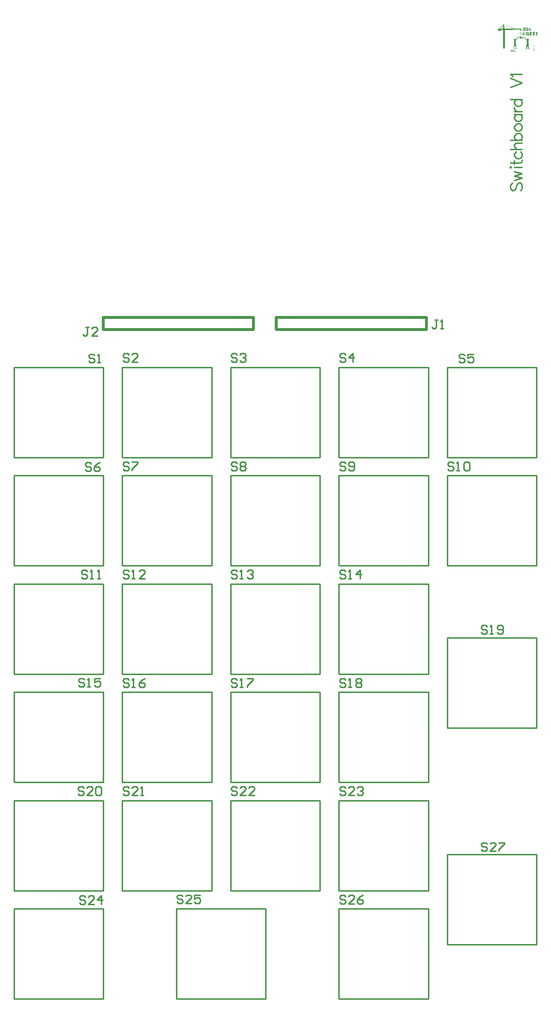
<source format=gbr>
%TF.GenerationSoftware,Altium Limited,Altium Designer,22.7.1 (60)*%
G04 Layer_Color=65535*
%FSLAX45Y45*%
%MOMM*%
%TF.SameCoordinates,5A05AA2C-F857-43D8-A6CE-F15CAA79189D*%
%TF.FilePolarity,Positive*%
%TF.FileFunction,Legend,Top*%
%TF.Part,Single*%
G01*
G75*
%TA.AperFunction,NonConductor*%
%ADD35C,0.25400*%
%ADD51C,0.50000*%
G36*
X8835247Y17239713D02*
X8835347Y17239212D01*
X8835447Y17239111D01*
X8836514Y17239046D01*
X8836614Y17238945D01*
X8836580Y17238377D01*
X8836781Y17238112D01*
X8836880Y17238078D01*
X8836914Y17237845D01*
X8836880Y17237679D01*
X8836981Y17237512D01*
X8837514Y17237445D01*
X8837581Y17236646D01*
X8837914Y17236511D01*
X8838114Y17236578D01*
X8840048Y17236511D01*
X8840148Y17236012D01*
X8840248Y17235912D01*
X8841315Y17235844D01*
X8841414Y17235745D01*
X8841481Y17235611D01*
X8842281Y17235545D01*
X8842515Y17235245D01*
X8843415Y17235278D01*
X8843615Y17235146D01*
X8843681Y17235011D01*
X8844181Y17234911D01*
X8844282Y17234811D01*
X8844348Y17234679D01*
X8845415Y17234612D01*
X8845548Y17234479D01*
X8845615Y17234344D01*
X8846115Y17234244D01*
X8846215Y17234145D01*
X8846282Y17234010D01*
X8847415Y17233945D01*
X8847482Y17233810D01*
X8847649Y17233644D01*
X8848082Y17233611D01*
X8848182Y17233379D01*
X8848449Y17233311D01*
X8848715Y17233379D01*
X8849316Y17233311D01*
X8849482Y17233078D01*
X8850549Y17233011D01*
X8850682Y17232878D01*
X8850749Y17232744D01*
X8851249Y17232645D01*
X8851449Y17232378D01*
X8852516Y17232310D01*
X8852616Y17232211D01*
X8852649Y17232111D01*
X8853183Y17231976D01*
X8853316Y17231778D01*
X8853583Y17231711D01*
X8853783Y17231778D01*
X8854449Y17231711D01*
X8854650Y17231444D01*
X8855050Y17231378D01*
X8855216Y17231210D01*
X8855249Y17231111D01*
X8856383Y17231044D01*
X8856550Y17230811D01*
X8857016Y17230743D01*
X8857083Y17230611D01*
X8857250Y17230444D01*
X8858150Y17230476D01*
X8858350Y17230344D01*
X8858417Y17230211D01*
X8858917Y17230112D01*
X8859083Y17229877D01*
X8860150Y17229811D01*
X8860284Y17229677D01*
X8860350Y17229544D01*
X8860850Y17229443D01*
X8861017Y17229211D01*
X8862084Y17229144D01*
X8862217Y17229010D01*
X8862250Y17228909D01*
X8862784Y17228777D01*
X8862917Y17228577D01*
X8863184Y17228510D01*
X8863384Y17228577D01*
X8864051Y17228510D01*
X8864251Y17228244D01*
X8865318Y17228177D01*
X8865417Y17228078D01*
X8865484Y17227943D01*
X8865984Y17227844D01*
X8866184Y17227577D01*
X8867251Y17227510D01*
X8867351Y17227409D01*
X8867418Y17227277D01*
X8867918Y17227177D01*
X8868051Y17226978D01*
X8868318Y17226910D01*
X8868518Y17226978D01*
X8869118Y17226910D01*
X8869285Y17226744D01*
X8869318Y17226643D01*
X8869785Y17226578D01*
X8869885Y17226477D01*
X8869951Y17226343D01*
X8870451Y17226244D01*
X8870618Y17226010D01*
X8871118Y17225909D01*
X8871218Y17225410D01*
X8871718Y17225310D01*
X8871885Y17225076D01*
X8872385Y17224977D01*
X8872552Y17224744D01*
X8873619Y17224677D01*
X8873852Y17224377D01*
X8874319Y17224310D01*
X8874485Y17224077D01*
X8875185Y17224043D01*
X8875385Y17224110D01*
X8875619Y17223943D01*
X8875685Y17223810D01*
X8875986Y17223711D01*
X8876252Y17223776D01*
X8876519Y17223711D01*
X8876686Y17223477D01*
X8876952Y17223410D01*
X8877386Y17223444D01*
X8877552Y17223276D01*
X8877619Y17223143D01*
X8878119Y17223042D01*
X8878219Y17222943D01*
X8878286Y17222810D01*
X8879419Y17222743D01*
X8879486Y17222610D01*
X8879653Y17222443D01*
X8880086Y17222411D01*
X8880186Y17222176D01*
X8880453Y17222110D01*
X8880719Y17222176D01*
X8881320Y17222110D01*
X8881486Y17221877D01*
X8881986Y17221776D01*
X8882153Y17221542D01*
X8882886Y17221477D01*
X8883020Y17221342D01*
X8883086Y17221210D01*
X8883886Y17221143D01*
X8884120Y17220844D01*
X8884553Y17220810D01*
X8884620Y17220676D01*
X8884787Y17220509D01*
X8885453Y17220576D01*
X8886120Y17220509D01*
X8886287Y17220276D01*
X8886387Y17220177D01*
X8886487Y17220143D01*
X8886553Y17220010D01*
X8886654Y17219910D01*
X8887720Y17219843D01*
X8887820Y17219743D01*
X8887887Y17219609D01*
X8888387Y17219508D01*
X8888587Y17219243D01*
X8889554Y17219276D01*
X8889754Y17219077D01*
X8889787Y17218976D01*
X8890054Y17218909D01*
X8890321Y17218976D01*
X8890921Y17218909D01*
X8891021Y17218810D01*
X8891087Y17218343D01*
X8892487Y17218275D01*
X8892621Y17218143D01*
X8892654Y17218044D01*
X8892788Y17217976D01*
X8892954Y17217809D01*
X8893021Y17217676D01*
X8893721Y17217642D01*
X8893921Y17217709D01*
X8894154Y17217609D01*
X8894221Y17217476D01*
X8894321Y17217377D01*
X8894721Y17217310D01*
X8894888Y17217142D01*
X8894921Y17217043D01*
X8896055Y17216975D01*
X8896221Y17216742D01*
X8896721Y17216643D01*
X8896888Y17216409D01*
X8897955Y17216342D01*
X8898188Y17216042D01*
X8898655Y17215974D01*
X8898788Y17215776D01*
X8899255Y17215709D01*
X8899455Y17215442D01*
X8900522Y17215376D01*
X8900622Y17215276D01*
X8900689Y17215141D01*
X8901489Y17215076D01*
X8901722Y17214775D01*
X8902222Y17214809D01*
X8902455Y17214709D01*
X8902555Y17214609D01*
X8902622Y17214474D01*
X8903122Y17214375D01*
X8903255Y17214175D01*
X8903522Y17214108D01*
X8903722Y17214175D01*
X8904322Y17214108D01*
X8904489Y17213942D01*
X8904522Y17213841D01*
X8904989Y17213776D01*
X8905089Y17213675D01*
X8905156Y17213542D01*
X8906289Y17213475D01*
X8906523Y17213174D01*
X8906956Y17213142D01*
X8907056Y17212907D01*
X8907323Y17212842D01*
X8908089Y17212875D01*
X8908290Y17212743D01*
X8908356Y17212608D01*
X8908756Y17212543D01*
X8908889Y17212476D01*
X8908956Y17212341D01*
X8909056Y17212242D01*
X8909456Y17212175D01*
X8909623Y17212009D01*
X8909656Y17211908D01*
X8910790Y17211842D01*
X8910957Y17211607D01*
X8911423Y17211542D01*
X8911490Y17211407D01*
X8911657Y17211243D01*
X8912557Y17211275D01*
X8912757Y17211142D01*
X8912823Y17211008D01*
X8913123Y17210909D01*
X8913390Y17210976D01*
X8913657Y17210909D01*
X8913823Y17210675D01*
X8914057Y17210574D01*
X8914257Y17210641D01*
X8914590Y17210574D01*
X8914690Y17210475D01*
X8914757Y17210341D01*
X8915257Y17210242D01*
X8915424Y17210008D01*
X8916490Y17209941D01*
X8916624Y17209808D01*
X8916657Y17209708D01*
X8917191Y17209575D01*
X8917324Y17209375D01*
X8917591Y17209308D01*
X8917857Y17209375D01*
X8918124Y17209308D01*
X8918324Y17209041D01*
X8918557Y17209007D01*
X8918991Y17209041D01*
X8919224Y17208807D01*
X8919257Y17208708D01*
X8920058Y17208641D01*
X8920224Y17208408D01*
X8921024Y17208340D01*
X8921091Y17208208D01*
X8921258Y17208041D01*
X8921691Y17208008D01*
X8921791Y17207774D01*
X8922058Y17207709D01*
X8922325Y17207774D01*
X8922925Y17207709D01*
X8923125Y17207442D01*
X8923591Y17207375D01*
X8923791Y17207108D01*
X8924858Y17207040D01*
X8925025Y17206808D01*
X8925525Y17206708D01*
X8925692Y17206474D01*
X8926392Y17206441D01*
X8926592Y17206508D01*
X8926825Y17206342D01*
X8926892Y17206207D01*
X8927192Y17206108D01*
X8927459Y17206174D01*
X8927725Y17206108D01*
X8927992Y17205774D01*
X8928092Y17205740D01*
X8928159Y17205608D01*
X8928259Y17205508D01*
X8929326Y17205441D01*
X8929425Y17205341D01*
X8929492Y17205208D01*
X8929992Y17205109D01*
X8930192Y17204842D01*
X8931159Y17204874D01*
X8931359Y17204674D01*
X8931392Y17204575D01*
X8931659Y17204507D01*
X8931926Y17204575D01*
X8932526Y17204507D01*
X8932693Y17204274D01*
X8933193Y17204173D01*
X8933326Y17203973D01*
X8933359Y17203941D01*
X8933759Y17203874D01*
X8933893Y17203741D01*
X8933959Y17203607D01*
X8935093Y17203542D01*
X8935326Y17203241D01*
X8935760Y17203207D01*
X8935826Y17203075D01*
X8935926Y17202974D01*
X8936326Y17202907D01*
X8936493Y17202740D01*
X8936526Y17202640D01*
X8937660Y17202574D01*
X8937826Y17202341D01*
X8938327Y17202240D01*
X8938493Y17202007D01*
X8939560Y17201939D01*
X8939793Y17201640D01*
X8940260Y17201575D01*
X8940394Y17201373D01*
X8940660Y17201308D01*
X8940860Y17201373D01*
X8941460Y17201308D01*
X8941560Y17201207D01*
X8941627Y17201074D01*
X8942127Y17200974D01*
X8942227Y17200874D01*
X8942294Y17200740D01*
X8943361Y17200674D01*
X8943494Y17200540D01*
X8943560Y17200407D01*
X8944061Y17200307D01*
X8944161Y17200208D01*
X8944227Y17200073D01*
X8944727Y17199973D01*
X8944861Y17199774D01*
X8945127Y17199707D01*
X8945328Y17199774D01*
X8945927Y17199707D01*
X8946094Y17199541D01*
X8946128Y17199440D01*
X8946594Y17199374D01*
X8946694Y17199274D01*
X8946761Y17199139D01*
X8947894Y17199074D01*
X8948128Y17198773D01*
X8948561Y17198740D01*
X8948661Y17198508D01*
X8948928Y17198441D01*
X8949695Y17198473D01*
X8949895Y17198340D01*
X8949961Y17198207D01*
X8950361Y17198140D01*
X8950495Y17198073D01*
X8950561Y17197940D01*
X8950662Y17197839D01*
X8951728Y17197774D01*
X8951828Y17197673D01*
X8951895Y17197540D01*
X8952395Y17197440D01*
X8952595Y17197173D01*
X8953662Y17197107D01*
X8953762Y17197006D01*
X8953828Y17196873D01*
X8954329Y17196773D01*
X8954462Y17196573D01*
X8954929Y17196506D01*
X8955095Y17196272D01*
X8956162Y17196207D01*
X8956296Y17196072D01*
X8956362Y17195940D01*
X8956862Y17195840D01*
X8957029Y17195605D01*
X8958096Y17195540D01*
X8958229Y17195406D01*
X8958262Y17195306D01*
X8958796Y17195174D01*
X8958929Y17194974D01*
X8959196Y17194907D01*
X8959396Y17194974D01*
X8960063Y17194907D01*
X8960229Y17194673D01*
X8960629Y17194606D01*
X8960829Y17194406D01*
X8960863Y17194305D01*
X8961996Y17194238D01*
X8962163Y17194006D01*
X8962630Y17193939D01*
X8962696Y17193806D01*
X8962863Y17193639D01*
X8963296Y17193607D01*
X8963396Y17193373D01*
X8963663Y17193306D01*
X8963930Y17193373D01*
X8964530Y17193306D01*
X8964697Y17193073D01*
X8965197Y17192973D01*
X8965363Y17192738D01*
X8966430Y17192673D01*
X8966664Y17192374D01*
X8967130Y17192307D01*
X8967330Y17192039D01*
X8968230Y17192073D01*
X8968430Y17191939D01*
X8968497Y17191806D01*
X8968997Y17191705D01*
X8969097Y17191606D01*
X8969164Y17191473D01*
X8970230Y17191406D01*
X8970364Y17191272D01*
X8970431Y17191139D01*
X8970931Y17191039D01*
X8971031Y17190939D01*
X8971097Y17190807D01*
X8971598Y17190706D01*
X8971764Y17190472D01*
X8972464Y17190439D01*
X8972664Y17190506D01*
X8972798Y17190439D01*
X8972964Y17190273D01*
X8972998Y17190172D01*
X8973464Y17190106D01*
X8973564Y17190005D01*
X8973631Y17189873D01*
X8974698Y17189806D01*
X8974831Y17189738D01*
X8974898Y17189606D01*
X8974998Y17189507D01*
X8975398Y17189439D01*
X8975498Y17189339D01*
X8975564Y17189206D01*
X8976698Y17189139D01*
X8976931Y17188840D01*
X8977365Y17188806D01*
X8977431Y17188672D01*
X8977598Y17188506D01*
X8978265Y17188573D01*
X8978598Y17188506D01*
X8978698Y17188406D01*
X8978765Y17188272D01*
X8979265Y17188171D01*
X8979432Y17187939D01*
X8980498Y17187872D01*
X8980632Y17187740D01*
X8980699Y17187605D01*
X8981199Y17187505D01*
X8981365Y17187273D01*
X8981865Y17187172D01*
X8981999Y17186972D01*
X8982265Y17186905D01*
X8982465Y17186972D01*
X8983066Y17186905D01*
X8983165Y17186806D01*
X8983232Y17186671D01*
X8983732Y17186572D01*
X8983832Y17186472D01*
X8983899Y17186337D01*
X8984966Y17186272D01*
X8985099Y17186139D01*
X8985166Y17186005D01*
X8985666Y17185905D01*
X8985766Y17185805D01*
X8985832Y17185672D01*
X8986533Y17185638D01*
X8986733Y17185706D01*
X8986966Y17185605D01*
X8987033Y17185472D01*
X8987133Y17185371D01*
X8987533Y17185304D01*
X8987699Y17185138D01*
X8987733Y17185039D01*
X8988866Y17184972D01*
X8989033Y17184738D01*
X8989533Y17184637D01*
X8989700Y17184406D01*
X8990166Y17184338D01*
X8990266Y17184105D01*
X8990533Y17184038D01*
X8991300Y17184071D01*
X8991500Y17183939D01*
X8991566Y17183804D01*
X8991967Y17183739D01*
X8992100Y17183672D01*
X8992167Y17183537D01*
X8992267Y17183438D01*
X8993334Y17183372D01*
X8993433Y17183270D01*
X8993500Y17183138D01*
X8994000Y17183038D01*
X8994167Y17182805D01*
X8995234Y17182738D01*
X8995367Y17182605D01*
X8995434Y17182471D01*
X8995934Y17182372D01*
X8996067Y17182172D01*
X8996334Y17182104D01*
X8996534Y17182172D01*
X8997134Y17182104D01*
X8997301Y17181938D01*
X8997334Y17181837D01*
X8997801Y17181770D01*
X8997901Y17181671D01*
X8997967Y17181538D01*
X8998467Y17181438D01*
X8998634Y17181206D01*
X8999701Y17181139D01*
X8999834Y17181004D01*
X8999868Y17180904D01*
X9000401Y17180771D01*
X9000534Y17180571D01*
X9000801Y17180504D01*
X9001001Y17180571D01*
X9001668Y17180504D01*
X9001834Y17180270D01*
X9002234Y17180203D01*
X9002435Y17180005D01*
X9002468Y17179904D01*
X9003601Y17179839D01*
X9003768Y17179604D01*
X9004235Y17179538D01*
X9004302Y17179404D01*
X9004468Y17179237D01*
X9005368Y17179271D01*
X9005568Y17179138D01*
X9005635Y17179004D01*
X9006135Y17178905D01*
X9006302Y17178671D01*
X9007369Y17178604D01*
X9007502Y17178471D01*
X9007568Y17178339D01*
X9008069Y17178236D01*
X9008269Y17177971D01*
X9008735Y17177904D01*
X9008935Y17177637D01*
X9009835Y17177670D01*
X9010036Y17177538D01*
X9010102Y17177403D01*
X9010602Y17177304D01*
X9010702Y17177203D01*
X9010769Y17177071D01*
X9011836Y17177003D01*
X9011969Y17176871D01*
X9012036Y17176736D01*
X9012536Y17176637D01*
X9012636Y17176537D01*
X9012703Y17176404D01*
X9013836Y17176337D01*
X9013903Y17176204D01*
X9014069Y17176038D01*
X9014503Y17176004D01*
X9014603Y17175771D01*
X9014869Y17175703D01*
X9015136Y17175771D01*
X9015736Y17175703D01*
X9015903Y17175471D01*
X9016403Y17175371D01*
X9016570Y17175137D01*
X9016970Y17175072D01*
X9017103Y17174937D01*
X9017170Y17174805D01*
X9018303Y17174738D01*
X9018537Y17174437D01*
X9018970Y17174403D01*
X9019037Y17174271D01*
X9019203Y17174104D01*
X9019870Y17174170D01*
X9020203Y17174104D01*
X9020304Y17174004D01*
X9020370Y17173869D01*
X9020870Y17173770D01*
X9021037Y17173537D01*
X9022104Y17173470D01*
X9022237Y17173337D01*
X9022304Y17173204D01*
X9022804Y17173103D01*
X9022971Y17172870D01*
X9023671Y17172836D01*
X9023871Y17172903D01*
X9024004Y17172836D01*
X9024171Y17172670D01*
X9024204Y17172569D01*
X9024671Y17172504D01*
X9024771Y17172404D01*
X9024837Y17172270D01*
X9025904Y17172203D01*
X9026038Y17172137D01*
X9026104Y17172005D01*
X9026204Y17171902D01*
X9026604Y17171837D01*
X9026704Y17171738D01*
X9026771Y17171603D01*
X9027271Y17171503D01*
X9027371Y17171404D01*
X9027438Y17171271D01*
X9028138Y17171237D01*
X9028338Y17171303D01*
X9028571Y17171204D01*
X9028638Y17171069D01*
X9028738Y17170970D01*
X9029138Y17170903D01*
X9029305Y17170737D01*
X9029338Y17170636D01*
X9030471Y17170570D01*
X9030638Y17170335D01*
X9031138Y17170236D01*
X9031305Y17170003D01*
X9032372Y17169936D01*
X9032605Y17169637D01*
X9033072Y17169569D01*
X9033205Y17169370D01*
X9033472Y17169302D01*
X9033672Y17169370D01*
X9034272Y17169302D01*
X9034372Y17169203D01*
X9034439Y17169070D01*
X9034939Y17168970D01*
X9035039Y17168871D01*
X9035105Y17168736D01*
X9035605Y17168636D01*
X9035772Y17168404D01*
X9036839Y17168336D01*
X9036972Y17168204D01*
X9037039Y17168069D01*
X9037539Y17167969D01*
X9037672Y17167770D01*
X9037939Y17167703D01*
X9038139Y17167770D01*
X9038739Y17167703D01*
X9038906Y17167535D01*
X9038939Y17167436D01*
X9039406Y17167371D01*
X9039506Y17167268D01*
X9039572Y17167136D01*
X9040706Y17167070D01*
X9040939Y17166769D01*
X9041373Y17166736D01*
X9041473Y17166502D01*
X9041740Y17166435D01*
X9042506Y17166469D01*
X9042706Y17166336D01*
X9042773Y17166203D01*
X9043173Y17166136D01*
X9043306Y17166069D01*
X9043373Y17165936D01*
X9043473Y17165836D01*
X9043873Y17165768D01*
X9044040Y17165604D01*
X9044073Y17165503D01*
X9045207Y17165436D01*
X9045373Y17165202D01*
X9045840Y17165137D01*
X9045907Y17165002D01*
X9046073Y17164836D01*
X9046974Y17164870D01*
X9047173Y17164735D01*
X9047240Y17164603D01*
X9047740Y17164502D01*
X9047907Y17164268D01*
X9048407Y17164169D01*
X9048574Y17163936D01*
X9049074Y17163837D01*
X9049140Y17163303D01*
X9049407Y17163235D01*
X9050174Y17163269D01*
X9050374Y17163136D01*
X9050441Y17163002D01*
X9050741Y17162901D01*
X9050941Y17162968D01*
X9117049Y17162936D01*
X9117249Y17163069D01*
X9117316Y17163202D01*
X9117616Y17163303D01*
X9117816Y17163235D01*
X9119649Y17163269D01*
X9119783Y17163202D01*
X9119849Y17163069D01*
X9120016Y17162901D01*
X9120683Y17162968D01*
X9134484Y17162901D01*
X9134651Y17162669D01*
X9134751Y17162569D01*
X9134851Y17162537D01*
X9134918Y17162070D01*
X9135018Y17161969D01*
X9135151Y17161902D01*
X9135318Y17161668D01*
X9135451Y17161601D01*
X9135518Y17161469D01*
X9135685Y17161302D01*
X9135818Y17161235D01*
X9135918Y17160735D01*
X9136118Y17160602D01*
X9136185Y17160469D01*
X9136285Y17160368D01*
X9136418Y17160303D01*
X9136618Y17160036D01*
X9136751Y17159969D01*
X9136851Y17159470D01*
X9137085Y17159302D01*
X9137218Y17159102D01*
X9137352Y17159035D01*
X9137451Y17158936D01*
X9137485Y17158502D01*
X9137618Y17158435D01*
X9138385Y17157668D01*
X9138452Y17157268D01*
X9138885Y17156834D01*
X9138985Y17156802D01*
X9139118Y17156268D01*
X9139218Y17156168D01*
X9139318Y17156136D01*
X9139385Y17156001D01*
X9139485Y17155901D01*
X9139619Y17155835D01*
X9139785Y17155602D01*
X9139985Y17155469D01*
X9140052Y17155000D01*
X9140285Y17154836D01*
X9140419Y17154634D01*
X9140552Y17154568D01*
X9140652Y17154468D01*
X9140719Y17154333D01*
X9140918Y17154201D01*
X9140952Y17154034D01*
X9140918Y17153801D01*
X9141019Y17153700D01*
X9141152Y17153635D01*
X9141319Y17153468D01*
X9141352Y17153368D01*
X9141485Y17153300D01*
X9141585Y17153201D01*
X9141619Y17152768D01*
X9141752Y17152701D01*
X9142519Y17151933D01*
X9142585Y17151534D01*
X9143086Y17151035D01*
X9143185Y17151001D01*
X9143252Y17150534D01*
X9143352Y17150433D01*
X9143452Y17150401D01*
X9143519Y17150267D01*
X9143686Y17150101D01*
X9143786Y17150067D01*
X9143852Y17149934D01*
X9143952Y17149834D01*
X9144086Y17149767D01*
X9144186Y17149602D01*
X9144119Y17149400D01*
X9144186Y17149268D01*
X9144286Y17149167D01*
X9144419Y17149101D01*
X9144586Y17148866D01*
X9144786Y17148734D01*
X9144852Y17148599D01*
X9145086Y17148434D01*
X9145186Y17147934D01*
X9145419Y17147768D01*
X9145552Y17147568D01*
X9145686Y17147501D01*
X9145753Y17147099D01*
X9145819Y17146967D01*
X9145952Y17146899D01*
X9146719Y17146133D01*
X9146753Y17145700D01*
X9146986Y17145599D01*
X9147053Y17145334D01*
X9146986Y17145132D01*
X9146886Y17145033D01*
X9143552Y17144968D01*
X9143452Y17144667D01*
X9143552Y17144434D01*
X9143786Y17144333D01*
X9143852Y17144067D01*
X9143819Y17143300D01*
X9143952Y17143100D01*
X9144086Y17143033D01*
X9144186Y17142732D01*
X9144119Y17142532D01*
X9144186Y17141933D01*
X9144352Y17141766D01*
X9144452Y17141733D01*
X9144519Y17140599D01*
X9144752Y17140433D01*
X9144819Y17139699D01*
X9144952Y17139566D01*
X9145086Y17139499D01*
X9145152Y17138367D01*
X9145452Y17138133D01*
X9145419Y17137566D01*
X9145586Y17137334D01*
X9145719Y17137267D01*
X9145786Y17137000D01*
X9145719Y17136732D01*
X9145786Y17136131D01*
X9146019Y17135965D01*
X9146086Y17135699D01*
X9146053Y17135265D01*
X9146286Y17135033D01*
X9146386Y17134999D01*
X9146453Y17133865D01*
X9146686Y17133699D01*
X9146753Y17132965D01*
X9146886Y17132832D01*
X9146986Y17132799D01*
X9147053Y17132532D01*
X9147019Y17131766D01*
X9147153Y17131564D01*
X9147286Y17131499D01*
X9147386Y17131198D01*
X9147319Y17130998D01*
X9147386Y17130399D01*
X9147486Y17130298D01*
X9147619Y17130231D01*
X9147686Y17129965D01*
X9147653Y17129465D01*
X9147753Y17129366D01*
X9147886Y17129298D01*
X9147986Y17129198D01*
X9148053Y17128131D01*
X9148153Y17128030D01*
X9148286Y17127963D01*
X9148353Y17127164D01*
X9148653Y17126932D01*
X9148619Y17125697D01*
X9148753Y17125497D01*
X9148886Y17125430D01*
X9148986Y17125131D01*
X9148919Y17124931D01*
X9148986Y17123663D01*
X9149086Y17123564D01*
X9149220Y17123497D01*
X9149286Y17122096D01*
X9149420Y17121964D01*
X9149553Y17121896D01*
X9149620Y17120497D01*
X9149753Y17120364D01*
X9149886Y17120297D01*
X9149953Y17118829D01*
X9150086Y17118764D01*
X9150253Y17118597D01*
X9150220Y17117030D01*
X9150286Y17116896D01*
X9150420Y17116830D01*
X9150586Y17116663D01*
X9150520Y17115997D01*
X9150586Y17115331D01*
X9150820Y17115163D01*
X9150886Y17113763D01*
X9151020Y17113629D01*
X9151153Y17113564D01*
X9151220Y17111829D01*
X9151520Y17111597D01*
X9151586Y17110196D01*
X9151687Y17110097D01*
X9151820Y17110030D01*
X9151853Y17108997D01*
X9151787Y17108797D01*
X9152020Y17108495D01*
X9152120Y17108463D01*
X9152187Y17108195D01*
X9152120Y17107928D01*
X9152187Y17106995D01*
X9152420Y17106828D01*
X9152487Y17105162D01*
X9152553Y17105028D01*
X9152687Y17104962D01*
X9152787Y17104861D01*
X9152853Y17103462D01*
X9153087Y17103294D01*
X9153153Y17101895D01*
X9153453Y17101662D01*
X9153420Y17100427D01*
X9153553Y17100227D01*
X9153687Y17100162D01*
X9153787Y17099861D01*
X9153720Y17099661D01*
X9153787Y17098393D01*
X9153887Y17098294D01*
X9154020Y17098227D01*
X9154087Y17096828D01*
X9154287Y17096626D01*
X9154387Y17096594D01*
X9154454Y17095126D01*
X9154687Y17094960D01*
X9154754Y17093559D01*
X9155054Y17093327D01*
X9155020Y17091760D01*
X9155154Y17091560D01*
X9155287Y17091493D01*
X9155387Y17091193D01*
X9155320Y17090993D01*
X9155387Y17090060D01*
X9155487Y17089960D01*
X9155620Y17089893D01*
X9155687Y17088493D01*
X9155820Y17088361D01*
X9155954Y17088293D01*
X9156021Y17086559D01*
X9156154Y17086426D01*
X9156287Y17086359D01*
X9156354Y17084959D01*
X9156487Y17084827D01*
X9156587Y17084793D01*
X9156654Y17084526D01*
X9156620Y17083426D01*
X9156687Y17083292D01*
X9156821Y17083226D01*
X9156987Y17083060D01*
X9156920Y17082391D01*
X9156987Y17081726D01*
X9157221Y17081560D01*
X9157287Y17079825D01*
X9157587Y17079591D01*
X9157654Y17078192D01*
X9157887Y17078024D01*
X9157954Y17076625D01*
X9158087Y17076491D01*
X9158221Y17076425D01*
X9158254Y17075391D01*
X9158187Y17075191D01*
X9158421Y17074892D01*
X9158521Y17074858D01*
X9158587Y17074591D01*
X9158521Y17074326D01*
X9158587Y17073125D01*
X9158754Y17072958D01*
X9158854Y17072923D01*
X9158921Y17071458D01*
X9159154Y17071291D01*
X9159221Y17069891D01*
X9159521Y17069656D01*
X9159587Y17067924D01*
X9159821Y17067757D01*
X9159854Y17066724D01*
X9159788Y17066524D01*
X9159954Y17066290D01*
X9160088Y17066223D01*
X9160188Y17065923D01*
X9160121Y17065724D01*
X9160188Y17064790D01*
X9160288Y17064690D01*
X9160421Y17064622D01*
X9160488Y17063223D01*
X9160688Y17063023D01*
X9160788Y17062990D01*
X9160854Y17061256D01*
X9160954Y17061156D01*
X9161088Y17061090D01*
X9161154Y17059956D01*
X9161454Y17059723D01*
X9161421Y17058156D01*
X9161554Y17057956D01*
X9161688Y17057889D01*
X9161788Y17057590D01*
X9161721Y17057388D01*
X9161788Y17056456D01*
X9161888Y17056355D01*
X9162021Y17056290D01*
X9162088Y17054555D01*
X9162221Y17054422D01*
X9162355Y17054355D01*
X9162421Y17052956D01*
X9162555Y17052821D01*
X9162688Y17052756D01*
X9162755Y17051355D01*
X9162888Y17051222D01*
X9162988Y17051189D01*
X9163055Y17050922D01*
X9163021Y17049821D01*
X9163088Y17049689D01*
X9163221Y17049622D01*
X9163388Y17049455D01*
X9163321Y17048788D01*
X9163388Y17047787D01*
X9163621Y17047621D01*
X9163688Y17046220D01*
X9163988Y17045988D01*
X9164055Y17044588D01*
X9164288Y17044421D01*
X9164355Y17043353D01*
X9164655Y17043121D01*
X9164588Y17042987D01*
X9164322Y17042854D01*
X9164355Y17042619D01*
X9164655Y17042455D01*
X9164621Y17041220D01*
X9164755Y17041020D01*
X9164888Y17040955D01*
X9164988Y17040654D01*
X9164921Y17040454D01*
X9164988Y17039520D01*
X9165155Y17039354D01*
X9165255Y17039320D01*
X9165322Y17037852D01*
X9165555Y17037688D01*
X9165622Y17035953D01*
X9165922Y17035719D01*
X9165988Y17034320D01*
X9166222Y17034154D01*
X9166255Y17033186D01*
X9166088Y17033018D01*
X9165955Y17032953D01*
X9165855Y17032719D01*
X9165622Y17032619D01*
X9165522Y17032320D01*
X9165588Y17032053D01*
X9165622Y17017084D01*
X9165922Y17016917D01*
X9165855Y17016718D01*
X9165622Y17016551D01*
X9165588Y17011383D01*
X9165755Y17011217D01*
X9168022Y17011282D01*
X9168122Y17011383D01*
X9168189Y17011517D01*
X9168422Y17011549D01*
X9168622Y17011217D01*
X9173489Y17011282D01*
X9173689Y17011549D01*
X9173889Y17011482D01*
X9174056Y17011250D01*
X9174489Y17011217D01*
X9174556Y17011282D01*
X9174756Y17011217D01*
X9175090Y17011282D01*
X9175289Y17011549D01*
X9175490Y17011482D01*
X9175656Y17011250D01*
X9175956Y17011217D01*
X9176123Y17011383D01*
X9176190Y17011517D01*
X9176423Y17011549D01*
X9176623Y17011217D01*
X9177023Y17011282D01*
X9177156Y17011549D01*
X9177423Y17011482D01*
X9177590Y17011250D01*
X9178223Y17011217D01*
X9178323Y17011317D01*
X9178390Y17011450D01*
X9178490Y17011549D01*
X9178657Y17011517D01*
X9178723Y17011383D01*
X9178890Y17011217D01*
X9178990Y17011183D01*
X9179057Y17010983D01*
X9179157Y17010883D01*
X9179290Y17010950D01*
X9179390Y17011050D01*
X9179357Y17011217D01*
X9179090Y17011282D01*
X9179057Y17011517D01*
X9179157Y17011617D01*
X9179290Y17011549D01*
X9179390Y17011450D01*
X9179423Y17011217D01*
X9180223Y17011282D01*
X9180357Y17011549D01*
X9180590Y17011517D01*
X9180757Y17011217D01*
X9180890Y17011282D01*
X9181024Y17011549D01*
X9181257Y17011517D01*
X9181424Y17011217D01*
X9182157Y17011282D01*
X9182290Y17011549D01*
X9182524Y17011517D01*
X9182624Y17011282D01*
X9182890Y17011217D01*
X9184357Y17011282D01*
X9184457Y17011383D01*
X9184524Y17011517D01*
X9184691Y17011549D01*
X9184791Y17011450D01*
X9184857Y17011317D01*
X9184958Y17011217D01*
X9185124Y17011383D01*
X9185191Y17011517D01*
X9185358Y17011549D01*
X9185457Y17011450D01*
X9185524Y17011317D01*
X9185624Y17011217D01*
X9185957Y17011282D01*
X9186058Y17011383D01*
X9186124Y17011517D01*
X9186291Y17011549D01*
X9186458Y17011383D01*
X9186524Y17011250D01*
X9186824Y17011217D01*
X9186991Y17011383D01*
X9187058Y17011517D01*
X9187291Y17011549D01*
X9187424Y17011282D01*
X9187691Y17011217D01*
X9188058Y17011250D01*
X9188425Y17011217D01*
X9188591Y17011317D01*
X9188658Y17011517D01*
X9188825Y17011549D01*
X9188924Y17011450D01*
X9188991Y17011317D01*
X9189225Y17011150D01*
X9189325Y17010918D01*
X9189491Y17010883D01*
X9189591Y17010983D01*
X9189558Y17011217D01*
X9189291Y17011282D01*
X9189258Y17011450D01*
X9189425Y17011617D01*
X9189558Y17011549D01*
X9189758Y17011217D01*
X9190091Y17011282D01*
X9190191Y17011383D01*
X9190258Y17011517D01*
X9190491Y17011549D01*
X9190625Y17011282D01*
X9190891Y17011217D01*
X9191425Y17011282D01*
X9191558Y17011549D01*
X9191825Y17011482D01*
X9191992Y17011250D01*
X9192358Y17011217D01*
X9192492Y17011282D01*
X9192692Y17011217D01*
X9193025Y17011282D01*
X9193158Y17011549D01*
X9193425Y17011482D01*
X9193592Y17011250D01*
X9193958Y17011217D01*
X9194092Y17011282D01*
X9194292Y17011217D01*
X9194625Y17011282D01*
X9194759Y17011549D01*
X9195025Y17011482D01*
X9195192Y17011250D01*
X9195492Y17011217D01*
X9195659Y17011383D01*
X9195725Y17011517D01*
X9195892Y17011549D01*
X9196059Y17011383D01*
X9196125Y17011250D01*
X9196426Y17011217D01*
X9196592Y17011383D01*
X9196659Y17011517D01*
X9196892Y17011549D01*
X9197026Y17011282D01*
X9197292Y17011217D01*
X9197659Y17011250D01*
X9198026Y17011217D01*
X9198192Y17011317D01*
X9198292Y17011549D01*
X9198526Y17011517D01*
X9198626Y17011282D01*
X9198892Y17011217D01*
X9199426Y17011282D01*
X9199559Y17011549D01*
X9199826Y17011482D01*
X9199993Y17011250D01*
X9201226Y17011217D01*
X9201393Y17011317D01*
X9201493Y17011549D01*
X9201726Y17011517D01*
X9201826Y17011282D01*
X9202093Y17011217D01*
X9202460Y17011250D01*
X9202826Y17011217D01*
X9202993Y17011317D01*
X9203093Y17011549D01*
X9203326Y17011517D01*
X9203426Y17011282D01*
X9203693Y17011217D01*
X9204060Y17011250D01*
X9204427Y17011217D01*
X9204593Y17011317D01*
X9204693Y17011549D01*
X9204926Y17011517D01*
X9205027Y17011282D01*
X9205293Y17011217D01*
X9206493Y17011282D01*
X9206560Y17011816D01*
X9206860Y17011984D01*
X9206927Y17012117D01*
X9207027Y17012218D01*
X9207160Y17012283D01*
X9207193Y17012450D01*
X9206893Y17012550D01*
X9206593Y17012582D01*
X9206527Y17012849D01*
X9206560Y17013084D01*
X9206760Y17013150D01*
X9206860Y17013049D01*
X9206927Y17012917D01*
X9207094Y17012817D01*
X9207193Y17012917D01*
X9207160Y17013150D01*
X9206860Y17013316D01*
X9206793Y17013451D01*
X9206694Y17013550D01*
X9206560Y17013617D01*
X9206527Y17014317D01*
X9206593Y17014517D01*
X9206427Y17014751D01*
X9206293Y17014816D01*
X9206260Y17015051D01*
X9206527Y17015184D01*
X9206593Y17015451D01*
X9206527Y17015651D01*
X9206593Y17016318D01*
X9206760Y17016351D01*
X9206860Y17016251D01*
X9206927Y17016116D01*
X9207027Y17016017D01*
X9207160Y17016084D01*
X9207227Y17016617D01*
X9207427Y17016684D01*
X9208094Y17016617D01*
X9208194Y17016116D01*
X9208294Y17016017D01*
X9208694Y17015950D01*
X9208794Y17015851D01*
X9208827Y17015752D01*
X9209094Y17015817D01*
X9209227Y17016017D01*
X9209427Y17015950D01*
X9209594Y17015717D01*
X9209727Y17015651D01*
X9209794Y17015451D01*
X9209727Y17015250D01*
X9209894Y17015083D01*
X9210961Y17015018D01*
X9211061Y17014917D01*
X9211127Y17014517D01*
X9211227Y17014417D01*
X9211794Y17014450D01*
X9211927Y17014384D01*
X9212028Y17014149D01*
X9212294Y17014217D01*
X9212428Y17014417D01*
X9212627Y17014349D01*
X9212761Y17014149D01*
X9213228Y17014084D01*
X9213261Y17013850D01*
X9212927Y17013718D01*
X9212961Y17013484D01*
X9213128Y17013451D01*
X9213261Y17013583D01*
X9213328Y17013783D01*
X9213494Y17013817D01*
X9213594Y17013718D01*
X9213661Y17013518D01*
X9213594Y17013316D01*
X9213661Y17012582D01*
X9213894Y17012418D01*
X9213961Y17012218D01*
X9214228Y17012151D01*
X9214261Y17011717D01*
X9214194Y17011583D01*
X9214261Y17011383D01*
X9214228Y17010483D01*
X9214294Y17010350D01*
X9214528Y17010249D01*
X9214461Y17009982D01*
X9214361Y17009883D01*
X9214228Y17009816D01*
X9214194Y17009515D01*
X9214428Y17009283D01*
X9214528Y17009250D01*
X9214594Y17008983D01*
X9214494Y17008749D01*
X9214261Y17008650D01*
X9214328Y17008383D01*
X9214561Y17008215D01*
X9214594Y17007983D01*
X9214528Y17007784D01*
X9214594Y17005583D01*
X9214894Y17005482D01*
X9215161Y17005415D01*
X9215261Y17005049D01*
X9215161Y17004881D01*
X9214894Y17004948D01*
X9214761Y17005148D01*
X9214528Y17005116D01*
X9214594Y17004849D01*
X9214828Y17004749D01*
X9215028Y17004482D01*
X9215128Y17004449D01*
X9215261Y17003915D01*
X9215661Y17003848D01*
X9215861Y17003716D01*
X9215828Y17003149D01*
X9215995Y17002916D01*
X9216128Y17002849D01*
X9216195Y17002582D01*
X9216128Y17002316D01*
X9216161Y17002016D01*
X9216461Y17001915D01*
X9216528Y17001717D01*
X9216695Y17001549D01*
X9216795Y17001515D01*
X9216861Y17001382D01*
X9217028Y17001282D01*
X9217228Y17001349D01*
X9217362Y17001282D01*
X9217461Y17001183D01*
X9217528Y17000716D01*
X9217728Y17000581D01*
X9217762Y17000415D01*
X9217728Y17000182D01*
X9217895Y17000015D01*
X9218362Y16999948D01*
X9218462Y16999449D01*
X9218695Y16999416D01*
X9218762Y16999683D01*
X9218962Y16999750D01*
X9219062Y16999648D01*
X9218995Y16999449D01*
X9218762Y16999348D01*
X9218728Y16999115D01*
X9219328Y16999049D01*
X9219262Y16998782D01*
X9219062Y16998650D01*
X9219095Y16998415D01*
X9219629Y16998347D01*
X9219728Y16998248D01*
X9219762Y16998148D01*
X9219895Y16998082D01*
X9220062Y16997916D01*
X9220095Y16997815D01*
X9220228Y16997748D01*
X9220329Y16997649D01*
X9220395Y16997514D01*
X9220628Y16997348D01*
X9220695Y16996881D01*
X9220829Y16996815D01*
X9221095Y16996548D01*
X9221495Y16996481D01*
X9221595Y16996382D01*
X9221629Y16996082D01*
X9221562Y16995682D01*
X9221529Y16995581D01*
X9221729Y16995248D01*
X9222129Y16995181D01*
X9222429Y16994881D01*
X9222529Y16994849D01*
X9222595Y16994315D01*
X9222762Y16994281D01*
X9222862Y16994382D01*
X9222929Y16994514D01*
X9223029Y16994614D01*
X9223162Y16994548D01*
X9223262Y16994315D01*
X9223195Y16994115D01*
X9223262Y16993715D01*
X9223362Y16993614D01*
X9223595Y16993648D01*
X9223796Y16993581D01*
X9223862Y16993448D01*
X9223962Y16993349D01*
X9224096Y16993282D01*
X9224129Y16993114D01*
X9224029Y16993015D01*
X9223896Y16992947D01*
X9223862Y16992714D01*
X9224096Y16992548D01*
X9224162Y16992148D01*
X9224296Y16992014D01*
X9225096Y16991946D01*
X9225229Y16991748D01*
X9225729Y16991714D01*
X9225663Y16991447D01*
X9225562Y16991348D01*
X9225462Y16991315D01*
X9225496Y16991081D01*
X9226063Y16991048D01*
X9226029Y16990747D01*
X9225763Y16990681D01*
X9225729Y16990514D01*
X9225829Y16990414D01*
X9226029Y16990482D01*
X9226129Y16990714D01*
X9226363Y16990747D01*
X9226429Y16990147D01*
X9226696Y16990215D01*
X9226829Y16990414D01*
X9227029Y16990347D01*
X9227163Y16990147D01*
X9227296Y16990080D01*
X9227329Y16989914D01*
X9227229Y16989815D01*
X9227096Y16989748D01*
X9227063Y16989514D01*
X9227663Y16989447D01*
X9227629Y16989146D01*
X9227363Y16989081D01*
X9227329Y16988914D01*
X9227429Y16988814D01*
X9227629Y16988879D01*
X9227729Y16989114D01*
X9227963Y16989146D01*
X9228030Y16988547D01*
X9228296Y16988614D01*
X9228430Y16988814D01*
X9228663Y16988782D01*
X9228730Y16988248D01*
X9228830Y16988147D01*
X9228929Y16988113D01*
X9228996Y16987981D01*
X9229230Y16987814D01*
X9229330Y16987579D01*
X9229563Y16987480D01*
X9229663Y16987379D01*
X9229730Y16987247D01*
X9229863Y16987180D01*
X9229930Y16987047D01*
X9230096Y16986880D01*
X9230196Y16986847D01*
X9230263Y16986714D01*
X9230430Y16986546D01*
X9230530Y16986514D01*
X9230596Y16986380D01*
X9230830Y16986214D01*
X9230930Y16985980D01*
X9231196Y16985913D01*
X9231230Y16985347D01*
X9231497Y16985413D01*
X9231630Y16985612D01*
X9231863Y16985580D01*
X9231830Y16984880D01*
X9231963Y16984680D01*
X9232097Y16984613D01*
X9232197Y16984312D01*
X9232130Y16984047D01*
X9232163Y16983746D01*
X9232430Y16983813D01*
X9232563Y16984013D01*
X9232797Y16983980D01*
X9232863Y16983447D01*
X9233097Y16983279D01*
X9233230Y16983080D01*
X9233364Y16983012D01*
X9233463Y16982913D01*
X9233497Y16982480D01*
X9233730Y16982381D01*
X9233797Y16981914D01*
X9234297Y16981413D01*
X9234397Y16981380D01*
X9234464Y16980913D01*
X9234564Y16980814D01*
X9234664Y16980780D01*
X9234730Y16980646D01*
X9234897Y16980479D01*
X9235030Y16980412D01*
X9235130Y16979913D01*
X9235330Y16979779D01*
X9235397Y16979514D01*
X9235330Y16979247D01*
X9235364Y16978946D01*
X9235630Y16979013D01*
X9235764Y16979213D01*
X9235997Y16979179D01*
X9236064Y16978912D01*
X9235997Y16978712D01*
X9236064Y16978313D01*
X9236597Y16978246D01*
X9236664Y16978113D01*
X9236497Y16977946D01*
X9236364Y16977879D01*
X9236331Y16977713D01*
X9236431Y16977612D01*
X9236930Y16977579D01*
X9236997Y16977112D01*
X9237597Y16976512D01*
X9237664Y16976112D01*
X9237764Y16976012D01*
X9238164Y16975945D01*
X9238431Y16975679D01*
X9238531Y16975645D01*
X9238597Y16975446D01*
X9238531Y16975246D01*
X9238631Y16975079D01*
X9239164Y16975012D01*
X9239264Y16974512D01*
X9239364Y16974413D01*
X9239798Y16974379D01*
X9239898Y16974146D01*
X9240431Y16974078D01*
X9240498Y16973811D01*
X9240764Y16973746D01*
X9240964Y16973479D01*
X9241398Y16973445D01*
X9241464Y16973180D01*
X9241498Y16972878D01*
X9241765Y16972812D01*
X9242165Y16972878D01*
X9242398Y16972713D01*
X9242465Y16972578D01*
X9242765Y16972478D01*
X9242965Y16972545D01*
X9243631Y16972478D01*
X9243665Y16972244D01*
X9243131Y16972179D01*
X9243065Y16971979D01*
X9243098Y16971878D01*
X9243365Y16971812D01*
X9243565Y16971878D01*
X9243665Y16971979D01*
X9243731Y16972179D01*
X9244165Y16972212D01*
X9244265Y16972112D01*
X9244332Y16971979D01*
X9244432Y16971878D01*
X9244631Y16971945D01*
X9244798Y16972179D01*
X9244931Y16972311D01*
X9244998Y16972578D01*
X9244931Y16972778D01*
X9244998Y16973045D01*
X9245098Y16973145D01*
X9245232Y16973212D01*
X9245265Y16973380D01*
X9245165Y16973479D01*
X9245032Y16973544D01*
X9244931Y16973645D01*
X9245098Y16973811D01*
X9245232Y16973878D01*
X9245265Y16974112D01*
X9244998Y16974179D01*
X9244931Y16974379D01*
X9245032Y16974480D01*
X9245232Y16974413D01*
X9245298Y16974146D01*
X9245598Y16974179D01*
X9245665Y16974445D01*
X9245598Y16974579D01*
X9245432Y16974745D01*
X9245332Y16974779D01*
X9245265Y16974979D01*
X9245365Y16975079D01*
X9245498Y16975145D01*
X9245598Y16975246D01*
X9245665Y16976579D01*
X9245765Y16976678D01*
X9245898Y16976746D01*
X9245932Y16976846D01*
X9245765Y16977013D01*
X9245632Y16977078D01*
X9245598Y16977179D01*
X9245765Y16977345D01*
X9245898Y16977412D01*
X9245932Y16977579D01*
X9245598Y16977713D01*
X9245665Y16977979D01*
X9245765Y16978014D01*
X9245932Y16977846D01*
X9245965Y16977612D01*
X9246265Y16977779D01*
X9246198Y16978178D01*
X9245965Y16978346D01*
X9245798Y16978580D01*
X9245565Y16978746D01*
X9245532Y16978912D01*
X9245598Y16979112D01*
X9245565Y16980946D01*
X9245698Y16981146D01*
X9245898Y16981213D01*
X9245998Y16981445D01*
X9246232Y16981613D01*
X9246265Y16981647D01*
X9246098Y16981813D01*
X9245965Y16981880D01*
X9245932Y16982047D01*
X9246032Y16982146D01*
X9246532Y16982179D01*
X9246632Y16982413D01*
X9247099Y16982480D01*
X9247198Y16982780D01*
X9247265Y16983047D01*
X9247665Y16983113D01*
X9247865Y16983246D01*
X9247899Y16983681D01*
X9248132Y16983780D01*
X9248199Y16984312D01*
X9248365Y16984348D01*
X9248465Y16984247D01*
X9248532Y16984113D01*
X9248632Y16984013D01*
X9248765Y16984081D01*
X9248865Y16984312D01*
X9248799Y16984512D01*
X9248865Y16985580D01*
X9249099Y16985680D01*
X9249132Y16985847D01*
X9249032Y16985947D01*
X9248799Y16986047D01*
X9248865Y16986247D01*
X9249399Y16986313D01*
X9249465Y16986447D01*
X9249299Y16986613D01*
X9248832Y16986681D01*
X9248799Y16986847D01*
X9248899Y16986948D01*
X9249366Y16987013D01*
X9249465Y16987114D01*
X9249432Y16988681D01*
X9249565Y16988814D01*
X9249699Y16988879D01*
X9249732Y16989047D01*
X9249632Y16989146D01*
X9249499Y16989214D01*
X9249465Y16989447D01*
X9249732Y16989581D01*
X9249799Y16989847D01*
X9249732Y16990114D01*
X9249799Y16990381D01*
X9250099Y16990482D01*
X9250366Y16990414D01*
X9250999Y16990446D01*
X9251032Y16990614D01*
X9250966Y16990747D01*
X9250432Y16990814D01*
X9250399Y16990981D01*
X9250499Y16991081D01*
X9250766Y16991147D01*
X9251032Y16991081D01*
X9251332Y16991113D01*
X9251299Y16991348D01*
X9251166Y16991414D01*
X9251066Y16991515D01*
X9251099Y16991748D01*
X9251632Y16991814D01*
X9251766Y16992014D01*
X9252033Y16992081D01*
X9252299Y16992014D01*
X9252566Y16992081D01*
X9252666Y16992181D01*
X9252733Y16992648D01*
X9253099Y16992680D01*
X9253299Y16992615D01*
X9253533Y16992714D01*
X9253599Y16992914D01*
X9253499Y16993015D01*
X9252999Y16993048D01*
X9252966Y16993214D01*
X9253099Y16993349D01*
X9253566Y16993282D01*
X9253666Y16993048D01*
X9253899Y16992880D01*
X9254166Y16992615D01*
X9254433Y16992680D01*
X9254533Y16992781D01*
X9254466Y16992981D01*
X9254233Y16993082D01*
X9254199Y16993248D01*
X9254299Y16993349D01*
X9254499Y16993282D01*
X9254599Y16993048D01*
X9254866Y16992981D01*
X9254933Y16992714D01*
X9255100Y16992680D01*
X9255199Y16992781D01*
X9255166Y16993015D01*
X9254866Y16993048D01*
X9254933Y16993315D01*
X9255100Y16993349D01*
X9255199Y16993248D01*
X9255233Y16993015D01*
X9255533Y16992981D01*
X9255599Y16992714D01*
X9255700Y16992615D01*
X9256033Y16992680D01*
X9256133Y16992781D01*
X9256100Y16993015D01*
X9255533Y16993048D01*
X9255599Y16993315D01*
X9256033Y16993349D01*
X9256133Y16993248D01*
X9256166Y16993015D01*
X9256466Y16992981D01*
X9256566Y16992680D01*
X9256833Y16992615D01*
X9257367Y16992747D01*
X9257433Y16993147D01*
X9257566Y16993349D01*
X9257700Y16993282D01*
X9257800Y16993181D01*
X9257866Y16992714D01*
X9258233Y16992680D01*
X9258400Y16992848D01*
X9258467Y16992981D01*
X9258633Y16993015D01*
X9258733Y16992914D01*
X9258833Y16992680D01*
X9261200Y16992648D01*
X9261334Y16992114D01*
X9261434Y16992014D01*
X9261600Y16992114D01*
X9261667Y16992648D01*
X9261834Y16992680D01*
X9261934Y16992581D01*
X9262000Y16992114D01*
X9262100Y16992014D01*
X9263001Y16992049D01*
X9263134Y16991982D01*
X9263234Y16991748D01*
X9263501Y16991814D01*
X9263634Y16992014D01*
X9263834Y16991946D01*
X9264001Y16991714D01*
X9264134Y16991582D01*
X9264201Y16991113D01*
X9264367Y16991081D01*
X9264467Y16991180D01*
X9264534Y16991647D01*
X9264634Y16991748D01*
X9264767Y16991681D01*
X9264867Y16991447D01*
X9264801Y16991248D01*
X9264901Y16991081D01*
X9265534Y16991113D01*
X9265734Y16991048D01*
X9265668Y16990781D01*
X9265467Y16990648D01*
X9265501Y16990414D01*
X9266068Y16990446D01*
X9266568Y16990414D01*
X9266768Y16990482D01*
X9267001Y16990381D01*
X9267101Y16990147D01*
X9267634Y16990080D01*
X9267701Y16989815D01*
X9267968Y16989748D01*
X9268134Y16989514D01*
X9269101Y16988547D01*
X9269501Y16988480D01*
X9269601Y16988380D01*
X9269635Y16988080D01*
X9269601Y16987646D01*
X9269701Y16987547D01*
X9269935Y16987514D01*
X9270001Y16987247D01*
X9270401Y16986914D01*
X9270535Y16986847D01*
X9270601Y16986580D01*
X9270535Y16986313D01*
X9270601Y16986180D01*
X9270535Y16985980D01*
X9270601Y16985715D01*
X9270702Y16985612D01*
X9270868Y16985580D01*
X9270935Y16985381D01*
X9271035Y16985280D01*
X9271135Y16985246D01*
X9271201Y16984979D01*
X9271268Y16984779D01*
X9271368Y16984680D01*
X9271768Y16984613D01*
X9271868Y16984512D01*
X9271802Y16984113D01*
X9271568Y16984081D01*
X9271435Y16984348D01*
X9271201Y16984312D01*
X9271235Y16984081D01*
X9271535Y16983913D01*
X9271568Y16983681D01*
X9271835Y16983614D01*
X9271868Y16983180D01*
X9271601Y16983113D01*
X9271535Y16983313D01*
X9271502Y16983681D01*
X9271235Y16983614D01*
X9271135Y16983513D01*
X9271201Y16983180D01*
X9271301Y16983080D01*
X9271502Y16983012D01*
X9271601Y16982780D01*
X9271835Y16982613D01*
X9271868Y16981914D01*
X9271802Y16981712D01*
X9271968Y16981480D01*
X9272102Y16981413D01*
X9272202Y16981113D01*
X9272135Y16980980D01*
X9272035Y16980879D01*
X9271902Y16980814D01*
X9271868Y16980579D01*
X9271968Y16980479D01*
X9272102Y16980412D01*
X9272202Y16980313D01*
X9272135Y16979980D01*
X9271868Y16979846D01*
X9271935Y16979579D01*
X9272135Y16979514D01*
X9272102Y16979279D01*
X9271868Y16979179D01*
X9271902Y16978946D01*
X9272135Y16978847D01*
X9272102Y16978612D01*
X9271868Y16978513D01*
X9271802Y16978246D01*
X9271868Y16978046D01*
X9271802Y16977846D01*
X9271968Y16977679D01*
X9272102Y16977612D01*
X9272135Y16977379D01*
X9272035Y16977280D01*
X9271902Y16977213D01*
X9271835Y16976411D01*
X9271635Y16976346D01*
X9271535Y16976447D01*
X9271468Y16977246D01*
X9271368Y16977345D01*
X9271235Y16977280D01*
X9271135Y16976979D01*
X9271201Y16976712D01*
X9271235Y16975545D01*
X9271102Y16975412D01*
X9270901Y16975346D01*
X9270801Y16975111D01*
X9270702Y16975012D01*
X9270568Y16974945D01*
X9270501Y16974480D01*
X9270268Y16974379D01*
X9270201Y16973845D01*
X9270035Y16973811D01*
X9269935Y16973912D01*
X9269868Y16974045D01*
X9269768Y16974146D01*
X9269635Y16974078D01*
X9269601Y16973180D01*
X9269668Y16973045D01*
X9269501Y16972812D01*
X9269368Y16972878D01*
X9269268Y16972978D01*
X9269201Y16973112D01*
X9269035Y16973145D01*
X9268934Y16973045D01*
X9268968Y16972412D01*
X9268835Y16972212D01*
X9268701Y16972145D01*
X9268601Y16971844D01*
X9268668Y16971577D01*
X9268601Y16971312D01*
X9268501Y16971211D01*
X9268035Y16971146D01*
X9268001Y16969511D01*
X9268068Y16969312D01*
X9268001Y16969112D01*
X9267901Y16969011D01*
X9267668Y16969044D01*
X9267601Y16969579D01*
X9267434Y16969611D01*
X9267334Y16969511D01*
X9267368Y16969078D01*
X9267668Y16968977D01*
X9267701Y16968678D01*
X9267968Y16968611D01*
X9268068Y16968510D01*
X9268001Y16968178D01*
X9267901Y16968079D01*
X9267668Y16968111D01*
X9267634Y16968678D01*
X9267334Y16968510D01*
X9267401Y16968111D01*
X9267668Y16967978D01*
X9267734Y16967778D01*
X9267834Y16967677D01*
X9267968Y16967612D01*
X9268335Y16967244D01*
X9268368Y16967143D01*
X9268668Y16966978D01*
X9268601Y16966779D01*
X9268435Y16966743D01*
X9268335Y16966844D01*
X9268268Y16966978D01*
X9268035Y16967010D01*
X9267934Y16966711D01*
X9268168Y16966411D01*
X9268568Y16966344D01*
X9268668Y16966245D01*
X9268634Y16965678D01*
X9268701Y16965544D01*
X9268934Y16965443D01*
X9268868Y16965178D01*
X9268668Y16965044D01*
X9268735Y16964844D01*
X9268968Y16964677D01*
X9269001Y16964577D01*
X9268934Y16964378D01*
X9269501Y16963811D01*
X9269601Y16963777D01*
X9269668Y16963310D01*
X9269901Y16963144D01*
X9270035Y16962944D01*
X9270235Y16962877D01*
X9270268Y16962643D01*
X9270035Y16962610D01*
X9269935Y16962711D01*
X9269868Y16962843D01*
X9269635Y16962877D01*
X9269535Y16962576D01*
X9269768Y16962277D01*
X9270168Y16962210D01*
X9270268Y16962111D01*
X9270235Y16961478D01*
X9270368Y16961343D01*
X9270501Y16961276D01*
X9270535Y16961110D01*
X9270435Y16961011D01*
X9270301Y16960944D01*
X9270268Y16960710D01*
X9270535Y16960577D01*
X9270601Y16960310D01*
X9270535Y16960043D01*
X9270601Y16959843D01*
X9270702Y16959744D01*
X9271102Y16959677D01*
X9271201Y16959576D01*
X9271135Y16951176D01*
X9271035Y16951076D01*
X9270901Y16951009D01*
X9270868Y16950909D01*
X9270968Y16950742D01*
X9271102Y16950676D01*
X9271268Y16950510D01*
X9271201Y16950175D01*
X9270968Y16950142D01*
X9270768Y16950409D01*
X9270535Y16950375D01*
X9270568Y16949742D01*
X9270535Y16949309D01*
X9270601Y16949109D01*
X9270501Y16948875D01*
X9270368Y16948808D01*
X9270268Y16948709D01*
X9270201Y16948509D01*
X9270268Y16948309D01*
X9270201Y16948109D01*
X9270301Y16947942D01*
X9270535Y16947842D01*
X9270468Y16947575D01*
X9270268Y16947443D01*
X9270235Y16947275D01*
X9270268Y16945709D01*
X9269968Y16945609D01*
X9269901Y16945876D01*
X9269701Y16945943D01*
X9269601Y16945908D01*
X9269635Y16945676D01*
X9269935Y16945575D01*
X9269868Y16945375D01*
X9269768Y16945274D01*
X9269635Y16945209D01*
X9269601Y16944443D01*
X9269668Y16944241D01*
X9269568Y16944075D01*
X9269301Y16944008D01*
X9269235Y16944342D01*
X9269035Y16944408D01*
X9268934Y16944308D01*
X9268968Y16944075D01*
X9269268Y16943974D01*
X9269235Y16943742D01*
X9269101Y16943675D01*
X9268934Y16943507D01*
X9268968Y16943275D01*
X9268901Y16943141D01*
X9268668Y16943042D01*
X9268735Y16942775D01*
X9268934Y16942642D01*
X9268868Y16942441D01*
X9268435Y16942142D01*
X9268035Y16942075D01*
X9268001Y16941908D01*
X9268101Y16941808D01*
X9268568Y16941740D01*
X9268668Y16941641D01*
X9268601Y16941508D01*
X9268301Y16941408D01*
X9268035Y16941475D01*
X9267701Y16941408D01*
X9267668Y16941309D01*
X9267834Y16941141D01*
X9267968Y16941075D01*
X9268001Y16940907D01*
X9267901Y16940808D01*
X9267401Y16940775D01*
X9267334Y16940640D01*
X9267234Y16940541D01*
X9267101Y16940474D01*
X9267068Y16940308D01*
X9267168Y16940208D01*
X9267301Y16940141D01*
X9267334Y16939908D01*
X9267068Y16939774D01*
X9267001Y16939508D01*
X9267068Y16939308D01*
X9267034Y16938808D01*
X9267068Y16938374D01*
X9266834Y16938274D01*
X9266734Y16938374D01*
X9266634Y16938606D01*
X9266401Y16938574D01*
X9266468Y16938307D01*
X9266701Y16938206D01*
X9266801Y16937975D01*
X9267034Y16937874D01*
X9267068Y16937708D01*
X9266768Y16937607D01*
X9266701Y16937941D01*
X9266401Y16937907D01*
X9266434Y16937674D01*
X9266734Y16937573D01*
X9266768Y16937341D01*
X9267034Y16937274D01*
X9267068Y16937041D01*
X9266834Y16937007D01*
X9266734Y16937106D01*
X9266668Y16937241D01*
X9266434Y16937274D01*
X9266334Y16937041D01*
X9266401Y16936841D01*
X9266368Y16936340D01*
X9266468Y16936107D01*
X9266734Y16935907D01*
X9266668Y16935774D01*
X9266568Y16935674D01*
X9266434Y16935606D01*
X9266368Y16932607D01*
X9266334Y16932507D01*
X9266634Y16932140D01*
X9266734Y16932040D01*
X9266768Y16931940D01*
X9267068Y16931773D01*
X9267001Y16931573D01*
X9266834Y16931540D01*
X9266734Y16931641D01*
X9266668Y16931773D01*
X9266568Y16931873D01*
X9266401Y16931773D01*
X9266368Y16931607D01*
X9266401Y16931239D01*
X9266334Y16931107D01*
X9266501Y16930940D01*
X9266701Y16931007D01*
X9266834Y16931207D01*
X9267068Y16931174D01*
X9267001Y16930972D01*
X9266734Y16930840D01*
X9266768Y16930606D01*
X9267034Y16930540D01*
X9267068Y16930373D01*
X9266968Y16930273D01*
X9266734Y16930307D01*
X9266701Y16930606D01*
X9266434Y16930540D01*
X9266401Y16930373D01*
X9266501Y16930273D01*
X9266734Y16930240D01*
X9266768Y16929939D01*
X9267034Y16929874D01*
X9267068Y16929440D01*
X9266968Y16929340D01*
X9266734Y16929373D01*
X9266701Y16929939D01*
X9266434Y16929874D01*
X9266334Y16929773D01*
X9266401Y16929440D01*
X9266501Y16929340D01*
X9266734Y16929308D01*
X9266768Y16928940D01*
X9267034Y16928873D01*
X9267068Y16928506D01*
X9266968Y16928406D01*
X9266734Y16928439D01*
X9266701Y16928940D01*
X9266401Y16928906D01*
X9266334Y16928641D01*
X9266434Y16928406D01*
X9266734Y16928239D01*
X9266801Y16928040D01*
X9267034Y16927873D01*
X9267068Y16926839D01*
X9267001Y16926640D01*
X9267101Y16926472D01*
X9267234Y16926405D01*
X9267401Y16926239D01*
X9267334Y16925906D01*
X9267101Y16925739D01*
X9267068Y16925574D01*
X9267168Y16925473D01*
X9267301Y16925406D01*
X9267334Y16925240D01*
X9267234Y16925139D01*
X9267101Y16925073D01*
X9267068Y16924905D01*
X9267168Y16924806D01*
X9267301Y16924739D01*
X9267401Y16924638D01*
X9267334Y16924306D01*
X9267101Y16924139D01*
X9267068Y16923906D01*
X9267334Y16923772D01*
X9267401Y16923506D01*
X9267334Y16923306D01*
X9267401Y16922372D01*
X9267634Y16922205D01*
X9267668Y16922038D01*
X9267568Y16921939D01*
X9267201Y16921973D01*
X9267068Y16921906D01*
X9267134Y16921638D01*
X9267668Y16921571D01*
X9267601Y16921306D01*
X9267334Y16921104D01*
X9267401Y16920772D01*
X9267668Y16920639D01*
X9267634Y16920406D01*
X9267401Y16920305D01*
X9267368Y16920139D01*
X9267501Y16920004D01*
X9267968Y16919939D01*
X9268035Y16919672D01*
X9268068Y16919638D01*
X9268001Y16919440D01*
X9268068Y16916905D01*
X9268168Y16916805D01*
X9268568Y16916737D01*
X9268668Y16916638D01*
X9268634Y16915071D01*
X9268768Y16914938D01*
X9268901Y16914871D01*
X9268934Y16914705D01*
X9268835Y16914604D01*
X9268701Y16914539D01*
X9268668Y16914305D01*
X9268934Y16914171D01*
X9269001Y16913904D01*
X9268934Y16913771D01*
X9268835Y16913670D01*
X9268701Y16913605D01*
X9268668Y16913371D01*
X9268768Y16913271D01*
X9268901Y16913203D01*
X9269001Y16913104D01*
X9268934Y16912437D01*
X9268968Y16911272D01*
X9268901Y16911137D01*
X9268768Y16911070D01*
X9268668Y16910971D01*
X9268735Y16910771D01*
X9268835Y16910670D01*
X9268968Y16910603D01*
X9269001Y16910304D01*
X9268835Y16910136D01*
X9268701Y16910071D01*
X9268668Y16909837D01*
X9268934Y16909705D01*
X9269001Y16909438D01*
X9268934Y16909171D01*
X9269001Y16907971D01*
X9269101Y16907870D01*
X9269368Y16907803D01*
X9269535Y16907904D01*
X9269568Y16908070D01*
X9269435Y16908205D01*
X9269301Y16908270D01*
X9269268Y16908437D01*
X9269368Y16908537D01*
X9269568Y16908470D01*
X9269701Y16908205D01*
X9269835Y16908138D01*
X9270268Y16907704D01*
X9270235Y16907137D01*
X9270368Y16906937D01*
X9270501Y16906870D01*
X9270535Y16906705D01*
X9270435Y16906602D01*
X9270301Y16906537D01*
X9270268Y16906303D01*
X9270535Y16906171D01*
X9270568Y16906004D01*
X9270535Y16905836D01*
X9270702Y16905603D01*
X9270835Y16905537D01*
X9270935Y16905237D01*
X9270868Y16905103D01*
X9270768Y16905003D01*
X9270635Y16905070D01*
X9270535Y16905170D01*
X9270468Y16905304D01*
X9270301Y16905338D01*
X9270201Y16905237D01*
X9270268Y16905037D01*
X9270535Y16904903D01*
X9270635Y16904671D01*
X9270801Y16904637D01*
X9271102Y16904671D01*
X9271201Y16904570D01*
X9271268Y16902837D01*
X9271535Y16902570D01*
X9271601Y16902170D01*
X9271702Y16902071D01*
X9271835Y16902003D01*
X9271868Y16901236D01*
X9271802Y16901036D01*
X9271902Y16900870D01*
X9272035Y16900803D01*
X9272202Y16900636D01*
X9272135Y16900304D01*
X9271902Y16900136D01*
X9271868Y16899902D01*
X9272135Y16899770D01*
X9272202Y16899503D01*
X9272135Y16899303D01*
X9272168Y16895268D01*
X9272102Y16895135D01*
X9271868Y16895036D01*
X9271935Y16894769D01*
X9272135Y16894637D01*
X9272068Y16894435D01*
X9271802Y16894235D01*
X9271868Y16893568D01*
X9271835Y16892403D01*
X9271868Y16891969D01*
X9271635Y16891869D01*
X9271535Y16891969D01*
X9271435Y16892203D01*
X9271201Y16892168D01*
X9271268Y16891902D01*
X9271502Y16891801D01*
X9271601Y16891568D01*
X9271835Y16891467D01*
X9271868Y16891302D01*
X9271768Y16891202D01*
X9271568Y16891267D01*
X9271468Y16891502D01*
X9271301Y16891534D01*
X9271135Y16891368D01*
X9271201Y16890903D01*
X9271168Y16890468D01*
X9271235Y16890201D01*
X9271268Y16890169D01*
X9271168Y16890002D01*
X9270901Y16890068D01*
X9270768Y16890268D01*
X9270535Y16890234D01*
X9270568Y16890002D01*
X9270868Y16889902D01*
X9270935Y16889702D01*
X9271035Y16889601D01*
X9271201Y16889568D01*
X9271168Y16889268D01*
X9270968Y16889336D01*
X9270868Y16889435D01*
X9270835Y16889601D01*
X9270568Y16889536D01*
X9270535Y16889168D01*
X9270601Y16888968D01*
X9270501Y16888734D01*
X9270268Y16888635D01*
X9270335Y16888368D01*
X9270535Y16888235D01*
X9270468Y16888036D01*
X9270268Y16887901D01*
X9270235Y16887735D01*
X9270268Y16887167D01*
X9270168Y16887068D01*
X9269968Y16887134D01*
X9269868Y16887634D01*
X9269768Y16887735D01*
X9269635Y16887668D01*
X9269535Y16887367D01*
X9269668Y16886835D01*
X9269935Y16886635D01*
X9269901Y16886469D01*
X9269601Y16886301D01*
X9269568Y16885535D01*
X9269301Y16885468D01*
X9268968Y16885400D01*
X9268934Y16885301D01*
X9269101Y16885133D01*
X9269568Y16885068D01*
X9269601Y16884901D01*
X9269301Y16884801D01*
X9268968Y16884734D01*
X9268934Y16884634D01*
X9269035Y16884534D01*
X9269568Y16884401D01*
X9269635Y16883667D01*
X9269668Y16883434D01*
X9269568Y16883267D01*
X9269268Y16883301D01*
X9269301Y16883934D01*
X9269168Y16884134D01*
X9268934Y16884100D01*
X9269001Y16883301D01*
X9269268Y16883234D01*
X9269301Y16882867D01*
X9269568Y16882800D01*
X9269668Y16882701D01*
X9269601Y16882367D01*
X9269368Y16882333D01*
X9269268Y16882434D01*
X9269235Y16882867D01*
X9268968Y16882800D01*
X9268934Y16882101D01*
X9269035Y16882001D01*
X9269568Y16881866D01*
X9269601Y16881702D01*
X9269301Y16881599D01*
X9269135Y16881635D01*
X9268934Y16881500D01*
X9269001Y16881367D01*
X9269301Y16881267D01*
X9269568Y16881200D01*
X9269668Y16880901D01*
X9269568Y16880734D01*
X9269401Y16880701D01*
X9269268Y16880833D01*
X9269235Y16880934D01*
X9269035Y16881000D01*
X9268934Y16880901D01*
X9269001Y16880701D01*
X9269268Y16880634D01*
X9269201Y16880367D01*
X9268968Y16880267D01*
X9268934Y16880099D01*
X9269035Y16880000D01*
X9269235Y16880067D01*
X9269335Y16880299D01*
X9269501Y16880334D01*
X9269668Y16880167D01*
X9269601Y16879700D01*
X9269568Y16877867D01*
X9269268Y16877699D01*
X9269335Y16877499D01*
X9269601Y16877299D01*
X9269635Y16877133D01*
X9269535Y16876900D01*
X9269268Y16876700D01*
X9269335Y16876566D01*
X9269435Y16876466D01*
X9269568Y16876401D01*
X9269635Y16875000D01*
X9269668Y16874834D01*
X9269601Y16874632D01*
X9269668Y16872766D01*
X9269768Y16872665D01*
X9269868Y16872633D01*
X9269935Y16872499D01*
X9270035Y16872398D01*
X9270268Y16872299D01*
X9270235Y16872066D01*
X9270068Y16872034D01*
X9269935Y16872166D01*
X9269868Y16872299D01*
X9269701Y16872333D01*
X9269601Y16872234D01*
X9269568Y16872066D01*
X9269601Y16871500D01*
X9269535Y16871432D01*
X9269735Y16871098D01*
X9269868Y16871033D01*
X9269935Y16870898D01*
X9270035Y16870799D01*
X9270168Y16870732D01*
X9270268Y16870633D01*
X9270201Y16870432D01*
X9270035Y16870399D01*
X9269935Y16870499D01*
X9269835Y16870732D01*
X9269635Y16870667D01*
X9269535Y16870566D01*
X9269601Y16870232D01*
X9269935Y16869966D01*
X9269968Y16869865D01*
X9270268Y16869699D01*
X9270201Y16869432D01*
X9270101Y16869398D01*
X9269935Y16869566D01*
X9269868Y16869699D01*
X9269635Y16869733D01*
X9269535Y16869432D01*
X9269701Y16869199D01*
X9269835Y16869131D01*
X9269935Y16869032D01*
X9269968Y16868864D01*
X9270268Y16868700D01*
X9270201Y16868233D01*
X9270101Y16868199D01*
X9269935Y16868298D01*
X9269901Y16868799D01*
X9269635Y16868732D01*
X9269535Y16868633D01*
X9269635Y16867999D01*
X9269768Y16867865D01*
X9270201Y16867831D01*
X9270235Y16867665D01*
X9270101Y16867532D01*
X9269635Y16867465D01*
X9269601Y16866432D01*
X9269768Y16866264D01*
X9270168Y16866199D01*
X9270268Y16866100D01*
X9270201Y16865965D01*
X9269668Y16865898D01*
X9269601Y16865765D01*
X9269768Y16865598D01*
X9269901Y16865532D01*
X9269968Y16865332D01*
X9270235Y16865265D01*
X9270268Y16862566D01*
X9270201Y16862366D01*
X9270435Y16862065D01*
X9270535Y16862032D01*
X9270601Y16861765D01*
X9270501Y16861531D01*
X9270268Y16861430D01*
X9270335Y16861165D01*
X9270601Y16860965D01*
X9270535Y16860298D01*
X9270601Y16859966D01*
X9271102Y16859798D01*
X9271201Y16859698D01*
X9271268Y16859431D01*
X9271201Y16859232D01*
X9271268Y16858965D01*
X9271802Y16858897D01*
X9271835Y16858731D01*
X9271768Y16858597D01*
X9271235Y16858531D01*
X9271201Y16858363D01*
X9271301Y16858264D01*
X9271468Y16858231D01*
X9271702Y16858264D01*
X9271868Y16858098D01*
X9271902Y16857664D01*
X9272035Y16857597D01*
X9272202Y16857431D01*
X9272135Y16856764D01*
X9272202Y16856097D01*
X9272568Y16855997D01*
X9272768Y16855930D01*
X9272868Y16855630D01*
X9272802Y16855431D01*
X9272768Y16854263D01*
X9272835Y16854131D01*
X9273102Y16854198D01*
X9273202Y16854697D01*
X9273369Y16854730D01*
X9273468Y16854631D01*
X9273402Y16853897D01*
X9273302Y16853796D01*
X9273168Y16853729D01*
X9273135Y16853564D01*
X9273302Y16853397D01*
X9273435Y16853329D01*
X9273502Y16852863D01*
X9273635Y16852797D01*
X9273802Y16852631D01*
X9273735Y16852296D01*
X9273502Y16852130D01*
X9273468Y16851897D01*
X9273735Y16851762D01*
X9273769Y16851598D01*
X9273735Y16851097D01*
X9273835Y16850929D01*
X9274369Y16850797D01*
X9274402Y16849631D01*
X9274335Y16849564D01*
X9274435Y16849330D01*
X9274702Y16849396D01*
X9274835Y16849596D01*
X9275069Y16849564D01*
X9275035Y16848996D01*
X9275069Y16848495D01*
X9275002Y16848296D01*
X9275069Y16848163D01*
X9275169Y16848064D01*
X9275302Y16847997D01*
X9275335Y16847763D01*
X9275069Y16847629D01*
X9275102Y16847395D01*
X9275335Y16847296D01*
X9275402Y16847031D01*
X9275335Y16846764D01*
X9275402Y16846497D01*
X9275635Y16846329D01*
X9275835Y16846129D01*
X9275969Y16846063D01*
X9276002Y16845895D01*
X9275902Y16845796D01*
X9275769Y16845729D01*
X9275669Y16845628D01*
X9275735Y16845496D01*
X9275969Y16845329D01*
X9276036Y16844730D01*
X9276069Y16844696D01*
X9276002Y16844496D01*
X9276036Y16844263D01*
X9276336Y16844096D01*
X9276269Y16843896D01*
X9276002Y16843697D01*
X9276069Y16843295D01*
X9276402Y16843230D01*
X9276602Y16843163D01*
X9276669Y16842896D01*
X9276635Y16842662D01*
X9276436Y16842595D01*
X9276336Y16842696D01*
X9276269Y16842828D01*
X9276169Y16842929D01*
X9276036Y16842862D01*
X9276002Y16842628D01*
X9276336Y16842429D01*
X9276402Y16842296D01*
X9276635Y16842130D01*
X9276669Y16842096D01*
X9276569Y16841930D01*
X9276135Y16841962D01*
X9276002Y16841895D01*
X9276069Y16841629D01*
X9276569Y16841528D01*
X9276669Y16841429D01*
X9276635Y16840529D01*
X9276702Y16840395D01*
X9276935Y16840295D01*
X9276869Y16840028D01*
X9276635Y16839862D01*
X9276602Y16839629D01*
X9276669Y16839429D01*
X9276635Y16838928D01*
X9276702Y16838795D01*
X9276935Y16838695D01*
X9276902Y16838461D01*
X9276669Y16838362D01*
X9276702Y16838129D01*
X9276935Y16838028D01*
X9276869Y16837828D01*
X9276669Y16837695D01*
X9276736Y16837495D01*
X9276935Y16837363D01*
X9276869Y16837161D01*
X9276669Y16837029D01*
X9276736Y16836829D01*
X9276969Y16836662D01*
X9277002Y16836362D01*
X9276902Y16836261D01*
X9276769Y16836195D01*
X9276669Y16836095D01*
X9276702Y16835861D01*
X9276935Y16835760D01*
X9277002Y16835495D01*
X9276935Y16835295D01*
X9276969Y16834727D01*
X9276836Y16834595D01*
X9276702Y16834528D01*
X9276669Y16834361D01*
X9276836Y16834193D01*
X9276935Y16834161D01*
X9277002Y16834029D01*
X9277236Y16833861D01*
X9277369Y16833661D01*
X9277602Y16833562D01*
X9277536Y16833295D01*
X9277436Y16833261D01*
X9277269Y16833427D01*
X9277202Y16833562D01*
X9277036Y16833594D01*
X9276935Y16833495D01*
X9276969Y16832861D01*
X9276935Y16832494D01*
X9277036Y16832394D01*
X9277169Y16832327D01*
X9277269Y16832228D01*
X9277336Y16832094D01*
X9277436Y16831995D01*
X9277602Y16831961D01*
X9277669Y16831694D01*
X9277602Y16831429D01*
X9277636Y16831061D01*
X9277536Y16830827D01*
X9277269Y16830627D01*
X9277302Y16830461D01*
X9277602Y16830293D01*
X9277636Y16829861D01*
X9277936Y16829694D01*
X9277869Y16829494D01*
X9277602Y16829294D01*
X9277569Y16828326D01*
X9277702Y16828194D01*
X9277836Y16828259D01*
X9277936Y16828362D01*
X9277902Y16828860D01*
X9278002Y16829094D01*
X9278169Y16829128D01*
X9278269Y16829027D01*
X9278236Y16826460D01*
X9278302Y16826328D01*
X9278536Y16826227D01*
X9278469Y16825960D01*
X9278369Y16825861D01*
X9278236Y16825793D01*
X9278202Y16825493D01*
X9278436Y16825259D01*
X9278536Y16825227D01*
X9278602Y16824960D01*
X9278436Y16824660D01*
X9278302Y16824593D01*
X9278202Y16824294D01*
X9278302Y16824060D01*
X9278436Y16823993D01*
X9278602Y16823827D01*
X9278536Y16823492D01*
X9278269Y16823293D01*
X9278302Y16823061D01*
X9278536Y16822960D01*
X9278602Y16822693D01*
X9278536Y16822493D01*
X9278602Y16820293D01*
X9278703Y16820193D01*
X9278836Y16820126D01*
X9278869Y16819960D01*
X9278703Y16819794D01*
X9278569Y16819727D01*
X9278536Y16819359D01*
X9278602Y16819159D01*
X9278536Y16819026D01*
X9278436Y16818925D01*
X9278302Y16818858D01*
X9278269Y16818626D01*
X9278502Y16818459D01*
X9278602Y16818359D01*
X9278536Y16818092D01*
X9278369Y16817926D01*
X9278269Y16817892D01*
X9278336Y16817625D01*
X9278569Y16817459D01*
X9278602Y16817226D01*
X9278536Y16817026D01*
X9278602Y16815427D01*
X9278836Y16815326D01*
X9278969Y16815059D01*
X9279103Y16814992D01*
X9279202Y16814893D01*
X9279169Y16814259D01*
X9279236Y16814125D01*
X9279436Y16814192D01*
X9279636Y16814392D01*
X9279836Y16814325D01*
X9279869Y16812958D01*
X9279769Y16812859D01*
X9279236Y16812791D01*
X9279202Y16812625D01*
X9279302Y16812524D01*
X9279836Y16812392D01*
X9279869Y16811691D01*
X9279769Y16811592D01*
X9279569Y16811525D01*
X9279536Y16811292D01*
X9279869Y16811159D01*
X9279836Y16810925D01*
X9279536Y16810957D01*
X9279503Y16811258D01*
X9279202Y16811159D01*
X9279236Y16810925D01*
X9279503Y16810858D01*
X9279569Y16810591D01*
X9279836Y16810526D01*
X9279869Y16810291D01*
X9279769Y16810191D01*
X9279636Y16810258D01*
X9279536Y16810358D01*
X9279469Y16810492D01*
X9279236Y16810526D01*
X9279136Y16810291D01*
X9279202Y16810092D01*
X9279236Y16808258D01*
X9279136Y16807758D01*
X9278802Y16807690D01*
X9278602Y16807625D01*
X9278536Y16807358D01*
X9278569Y16805658D01*
X9278502Y16805524D01*
X9278269Y16805424D01*
X9278336Y16805157D01*
X9278536Y16805025D01*
X9278469Y16804823D01*
X9278269Y16804691D01*
X9278202Y16804224D01*
X9277969Y16804192D01*
X9277836Y16804524D01*
X9277602Y16804491D01*
X9277669Y16804224D01*
X9277902Y16804124D01*
X9277936Y16803958D01*
X9277836Y16803857D01*
X9277302Y16803790D01*
X9277269Y16803691D01*
X9277436Y16803523D01*
X9277569Y16803458D01*
X9277602Y16803291D01*
X9277502Y16803191D01*
X9276869Y16803224D01*
X9276669Y16803157D01*
X9276602Y16802824D01*
X9276669Y16802625D01*
X9276602Y16802357D01*
X9276502Y16802257D01*
X9276069Y16802225D01*
X9276002Y16801958D01*
X9276069Y16801823D01*
X9275902Y16801590D01*
X9275769Y16801657D01*
X9275669Y16801756D01*
X9275602Y16802225D01*
X9275435Y16802257D01*
X9275335Y16802158D01*
X9275269Y16801691D01*
X9275069Y16801489D01*
X9275002Y16801357D01*
X9274835Y16801324D01*
X9274735Y16801424D01*
X9274669Y16801556D01*
X9274435Y16801590D01*
X9274302Y16801324D01*
X9274035Y16801257D01*
X9273835Y16801324D01*
X9272902Y16801257D01*
X9272802Y16801157D01*
X9272735Y16800690D01*
X9272568Y16800658D01*
X9272435Y16800925D01*
X9272235Y16800990D01*
X9272135Y16800890D01*
X9272068Y16800690D01*
X9267501Y16800658D01*
X9267334Y16800824D01*
X9267268Y16801291D01*
X9267168Y16801324D01*
X9267068Y16801224D01*
X9267001Y16801089D01*
X9266901Y16800990D01*
X9266734Y16801024D01*
X9266568Y16801324D01*
X9265601Y16801291D01*
X9265401Y16801489D01*
X9265368Y16801590D01*
X9264901Y16801657D01*
X9264801Y16801958D01*
X9264867Y16804091D01*
X9265101Y16804257D01*
X9265134Y16804358D01*
X9265034Y16804457D01*
X9264901Y16804524D01*
X9264801Y16804623D01*
X9264867Y16804758D01*
X9265101Y16804924D01*
X9265134Y16805090D01*
X9264867Y16805157D01*
X9264801Y16805357D01*
X9264834Y16805458D01*
X9265101Y16805391D01*
X9265167Y16805124D01*
X9265434Y16805191D01*
X9265467Y16805624D01*
X9265401Y16805824D01*
X9265501Y16806058D01*
X9265634Y16806123D01*
X9265801Y16806291D01*
X9265734Y16806958D01*
X9265801Y16807291D01*
X9265901Y16807391D01*
X9266368Y16807458D01*
X9266401Y16808157D01*
X9266334Y16808357D01*
X9266501Y16808658D01*
X9266701Y16808591D01*
X9266768Y16808058D01*
X9266934Y16808025D01*
X9267068Y16808092D01*
X9267034Y16808791D01*
X9267168Y16808990D01*
X9267301Y16809058D01*
X9267401Y16809358D01*
X9267334Y16809558D01*
X9267401Y16810158D01*
X9267701Y16810258D01*
X9267968Y16810326D01*
X9268035Y16810591D01*
X9268068Y16810692D01*
X9268001Y16810892D01*
X9268068Y16811159D01*
X9268301Y16811325D01*
X9268335Y16811491D01*
X9268068Y16811559D01*
X9268001Y16811758D01*
X9268035Y16811858D01*
X9268301Y16811792D01*
X9268368Y16811525D01*
X9268634Y16811592D01*
X9268668Y16812025D01*
X9268601Y16812158D01*
X9268668Y16812360D01*
X9268634Y16813593D01*
X9268701Y16813725D01*
X9268934Y16813824D01*
X9268868Y16814091D01*
X9268634Y16814259D01*
X9268601Y16814491D01*
X9268668Y16814693D01*
X9268601Y16817892D01*
X9268335Y16817960D01*
X9268268Y16818227D01*
X9268035Y16818393D01*
X9267968Y16819125D01*
X9267834Y16819193D01*
X9267668Y16819359D01*
X9267601Y16819493D01*
X9267368Y16819592D01*
X9267334Y16819759D01*
X9267434Y16819859D01*
X9267668Y16819960D01*
X9267734Y16820093D01*
X9267834Y16820193D01*
X9267968Y16820259D01*
X9268001Y16820425D01*
X9267901Y16820526D01*
X9267768Y16820593D01*
X9267501Y16820859D01*
X9267368Y16820926D01*
X9267334Y16825493D01*
X9267401Y16825694D01*
X9267234Y16825928D01*
X9267101Y16825993D01*
X9267068Y16826160D01*
X9267168Y16826260D01*
X9267301Y16826328D01*
X9267334Y16826494D01*
X9267234Y16826593D01*
X9267101Y16826660D01*
X9267068Y16826826D01*
X9267334Y16826961D01*
X9267301Y16827194D01*
X9267068Y16827293D01*
X9267101Y16827527D01*
X9267301Y16827594D01*
X9267334Y16827827D01*
X9267068Y16827962D01*
X9267001Y16828227D01*
X9267068Y16828427D01*
X9267001Y16829027D01*
X9266901Y16829128D01*
X9266768Y16829195D01*
X9266601Y16829427D01*
X9266401Y16829494D01*
X9266468Y16829761D01*
X9266634Y16829794D01*
X9266734Y16829694D01*
X9266768Y16829462D01*
X9267034Y16829527D01*
X9267068Y16829694D01*
X9266968Y16829794D01*
X9266768Y16829861D01*
X9266601Y16830093D01*
X9266401Y16830228D01*
X9266434Y16832462D01*
X9266368Y16832594D01*
X9266068Y16832693D01*
X9266134Y16832961D01*
X9266368Y16833061D01*
X9266401Y16833295D01*
X9266168Y16833328D01*
X9266034Y16832994D01*
X9265768Y16833061D01*
X9265734Y16833495D01*
X9265801Y16833562D01*
X9265734Y16833762D01*
X9265801Y16834029D01*
X9265701Y16834193D01*
X9265467Y16834294D01*
X9265534Y16834561D01*
X9265634Y16834660D01*
X9265768Y16834727D01*
X9265801Y16835028D01*
X9265567Y16835262D01*
X9265467Y16835295D01*
X9265401Y16835561D01*
X9265467Y16835828D01*
X9265434Y16836595D01*
X9265467Y16837029D01*
X9265368Y16837128D01*
X9265134Y16837096D01*
X9265067Y16836829D01*
X9264834Y16836795D01*
X9264801Y16837096D01*
X9265134Y16837296D01*
X9265067Y16837695D01*
X9264968Y16837794D01*
X9264834Y16837862D01*
X9264801Y16838629D01*
X9264867Y16838762D01*
X9264634Y16839062D01*
X9264501Y16839128D01*
X9264467Y16839227D01*
X9264634Y16839395D01*
X9264767Y16839462D01*
X9264801Y16839629D01*
X9264701Y16839729D01*
X9264201Y16839761D01*
X9264134Y16840028D01*
X9264167Y16840794D01*
X9264101Y16840929D01*
X9263867Y16841029D01*
X9263901Y16841261D01*
X9264134Y16841362D01*
X9264067Y16841629D01*
X9263801Y16841829D01*
X9263867Y16842496D01*
X9263834Y16842662D01*
X9263867Y16843095D01*
X9263767Y16843196D01*
X9263567Y16843262D01*
X9263467Y16843497D01*
X9263367Y16843596D01*
X9263234Y16843661D01*
X9263167Y16844730D01*
X9262967Y16844797D01*
X9262634Y16844862D01*
X9262534Y16844962D01*
X9262567Y16845929D01*
X9262500Y16846063D01*
X9262367Y16846129D01*
X9262200Y16846297D01*
X9262267Y16846896D01*
X9262100Y16847063D01*
X9261634Y16847128D01*
X9261567Y16847929D01*
X9261367Y16847997D01*
X9261034Y16848064D01*
X9260933Y16848163D01*
X9260967Y16848463D01*
X9260834Y16848663D01*
X9260700Y16848730D01*
X9260600Y16848895D01*
X9260667Y16849097D01*
X9260600Y16849229D01*
X9260500Y16849330D01*
X9260200Y16849297D01*
X9260000Y16849429D01*
X9259933Y16849564D01*
X9259433Y16849663D01*
X9259333Y16849763D01*
X9259367Y16850397D01*
X9259233Y16850597D01*
X9259100Y16850664D01*
X9259000Y16851163D01*
X9258500Y16851263D01*
X9258400Y16851363D01*
X9258433Y16851997D01*
X9258300Y16852197D01*
X9258067Y16852229D01*
X9258000Y16852496D01*
X9257767Y16852664D01*
X9257733Y16852963D01*
X9257800Y16853165D01*
X9257633Y16853464D01*
X9257500Y16853529D01*
X9257400Y16853830D01*
X9257466Y16854030D01*
X9257400Y16854964D01*
X9257133Y16855164D01*
X9257066Y16855296D01*
X9256833Y16855397D01*
X9256800Y16855630D01*
X9257033Y16855731D01*
X9257133Y16855630D01*
X9257166Y16855397D01*
X9257433Y16855464D01*
X9257466Y16855630D01*
X9257367Y16855731D01*
X9257166Y16855797D01*
X9257000Y16856030D01*
X9256800Y16856165D01*
X9256866Y16856564D01*
X9256966Y16856664D01*
X9257100Y16856731D01*
X9257133Y16856897D01*
X9257033Y16856998D01*
X9256800Y16857097D01*
X9256866Y16858163D01*
X9256966Y16858264D01*
X9257100Y16858331D01*
X9257133Y16858498D01*
X9257033Y16858597D01*
X9256800Y16858698D01*
X9256833Y16860197D01*
X9256733Y16860431D01*
X9256633Y16860532D01*
X9256500Y16860599D01*
X9256400Y16861098D01*
X9256166Y16861264D01*
X9256133Y16861964D01*
X9256200Y16862164D01*
X9256133Y16862299D01*
X9255966Y16862465D01*
X9255866Y16862498D01*
X9255800Y16862766D01*
X9255866Y16862965D01*
X9255800Y16863965D01*
X9255500Y16864066D01*
X9255233Y16864133D01*
X9255166Y16865198D01*
X9254700Y16865665D01*
X9254599Y16865698D01*
X9254533Y16865965D01*
X9254566Y16867065D01*
X9254433Y16867200D01*
X9254299Y16867265D01*
X9254266Y16867499D01*
X9254499Y16867665D01*
X9254599Y16867764D01*
X9254533Y16868031D01*
X9254433Y16868132D01*
X9254299Y16868199D01*
X9254266Y16868433D01*
X9254533Y16868565D01*
X9254499Y16868799D01*
X9254266Y16868900D01*
X9254299Y16869131D01*
X9254499Y16869199D01*
X9254533Y16869432D01*
X9254266Y16869566D01*
X9254199Y16869832D01*
X9254266Y16870032D01*
X9254199Y16871565D01*
X9253933Y16871832D01*
X9253866Y16871967D01*
X9253633Y16872066D01*
X9253599Y16872299D01*
X9253833Y16872333D01*
X9253999Y16872099D01*
X9254166Y16872066D01*
X9254266Y16872166D01*
X9254199Y16872566D01*
X9253899Y16872665D01*
X9253599Y16872833D01*
X9253533Y16873099D01*
X9253699Y16873334D01*
X9253833Y16873267D01*
X9253933Y16873166D01*
X9253966Y16873067D01*
X9254166Y16873000D01*
X9254266Y16873099D01*
X9254199Y16873499D01*
X9254099Y16873599D01*
X9253966Y16873666D01*
X9253799Y16873898D01*
X9253599Y16873965D01*
X9253666Y16874232D01*
X9253833Y16874266D01*
X9253933Y16874165D01*
X9253999Y16873965D01*
X9254166Y16873933D01*
X9254266Y16874033D01*
X9254199Y16874232D01*
X9253933Y16874367D01*
X9253833Y16874599D01*
X9253599Y16874699D01*
X9253533Y16875166D01*
X9253033Y16875266D01*
X9252932Y16875366D01*
X9252966Y16876334D01*
X9252899Y16876466D01*
X9252632Y16876534D01*
X9252566Y16876466D01*
X9252333Y16876633D01*
X9252266Y16876767D01*
X9252099Y16876801D01*
X9251999Y16876700D01*
X9251932Y16876566D01*
X9251766Y16876534D01*
X9251666Y16876633D01*
X9251599Y16876767D01*
X9251432Y16876801D01*
X9251332Y16876700D01*
X9251266Y16876566D01*
X9251166Y16876466D01*
X9250499Y16876534D01*
X9250399Y16876433D01*
X9250466Y16876233D01*
X9250699Y16876067D01*
X9250732Y16875967D01*
X9250632Y16875867D01*
X9250499Y16875800D01*
X9249632Y16874933D01*
X9249499Y16874866D01*
X9249465Y16874699D01*
X9249565Y16874599D01*
X9249699Y16874533D01*
X9249732Y16874300D01*
X9249465Y16874165D01*
X9249399Y16873898D01*
X9249465Y16873700D01*
X9249432Y16872066D01*
X9249265Y16872034D01*
X9249132Y16872099D01*
X9249065Y16872633D01*
X9248899Y16872665D01*
X9248799Y16872566D01*
X9248732Y16872299D01*
X9248799Y16872034D01*
X9248832Y16871266D01*
X9248765Y16871066D01*
X9248565Y16871132D01*
X9248465Y16871233D01*
X9248432Y16871333D01*
X9248232Y16871399D01*
X9248132Y16871300D01*
X9248165Y16870799D01*
X9248132Y16870566D01*
X9248199Y16870366D01*
X9248132Y16870232D01*
X9247965Y16870065D01*
X9247865Y16870032D01*
X9247799Y16869766D01*
X9247865Y16869566D01*
X9247799Y16868832D01*
X9247699Y16868799D01*
X9247465Y16869032D01*
X9247432Y16869131D01*
X9247198Y16869099D01*
X9247165Y16868864D01*
X9247198Y16867966D01*
X9246898Y16867865D01*
X9246565Y16867799D01*
X9246532Y16867699D01*
X9246699Y16867532D01*
X9247165Y16867465D01*
X9247198Y16867299D01*
X9247099Y16867200D01*
X9246632Y16867133D01*
X9246432Y16866933D01*
X9246299Y16866866D01*
X9246265Y16866699D01*
X9246365Y16866599D01*
X9246498Y16866531D01*
X9246532Y16866298D01*
X9246265Y16866165D01*
X9246198Y16865898D01*
X9246265Y16865698D01*
X9246198Y16864697D01*
X9245598Y16864632D01*
X9245665Y16864432D01*
X9246032Y16864066D01*
X9246265Y16863965D01*
X9246198Y16863698D01*
X9246032Y16863664D01*
X9245932Y16863765D01*
X9245865Y16863965D01*
X9245698Y16863998D01*
X9245532Y16863832D01*
X9245598Y16863365D01*
X9245532Y16863165D01*
X9245432Y16863065D01*
X9245298Y16862997D01*
X9245265Y16862898D01*
X9245432Y16862730D01*
X9245565Y16862665D01*
X9245598Y16862498D01*
X9245498Y16862398D01*
X9245032Y16862465D01*
X9244931Y16862299D01*
X9245032Y16862131D01*
X9245165Y16862065D01*
X9245265Y16861964D01*
X9245232Y16861798D01*
X9244931Y16861630D01*
X9244898Y16861531D01*
X9244665Y16861430D01*
X9244732Y16861165D01*
X9244931Y16861031D01*
X9244865Y16860831D01*
X9244598Y16860631D01*
X9244665Y16860031D01*
X9244565Y16859863D01*
X9243998Y16859831D01*
X9244032Y16859598D01*
X9244332Y16859431D01*
X9244298Y16859264D01*
X9244165Y16859198D01*
X9243998Y16859097D01*
X9243965Y16858998D01*
X9243831Y16858931D01*
X9243665Y16858765D01*
X9243631Y16858597D01*
X9243431Y16858531D01*
X9243331Y16858430D01*
X9243398Y16858031D01*
X9243665Y16857964D01*
X9243698Y16857664D01*
X9243998Y16857564D01*
X9243965Y16857330D01*
X9243665Y16857364D01*
X9243631Y16857664D01*
X9243331Y16857497D01*
X9243365Y16857330D01*
X9243631Y16857265D01*
X9243731Y16857031D01*
X9243965Y16856931D01*
X9243998Y16856697D01*
X9243765Y16856664D01*
X9243631Y16856931D01*
X9243365Y16856863D01*
X9243331Y16855231D01*
X9243498Y16855064D01*
X9243898Y16854997D01*
X9243998Y16854897D01*
X9243931Y16853830D01*
X9243431Y16853729D01*
X9243331Y16853630D01*
X9243398Y16853497D01*
X9243565Y16853397D01*
X9243765Y16853464D01*
X9243998Y16853365D01*
X9244032Y16852263D01*
X9244265Y16852164D01*
X9244432Y16851863D01*
X9244665Y16851762D01*
X9244598Y16851297D01*
X9244365Y16851263D01*
X9244298Y16851797D01*
X9243998Y16851762D01*
X9243931Y16851497D01*
X9243998Y16851363D01*
X9244098Y16851263D01*
X9244332Y16851230D01*
X9244265Y16850963D01*
X9243998Y16850830D01*
X9244032Y16850597D01*
X9244298Y16850664D01*
X9244365Y16850864D01*
X9244631Y16850797D01*
X9244665Y16849097D01*
X9244598Y16848895D01*
X9244698Y16848730D01*
X9244931Y16848630D01*
X9244865Y16848363D01*
X9244765Y16848264D01*
X9244631Y16848196D01*
X9244598Y16847896D01*
X9244765Y16847729D01*
X9244898Y16847662D01*
X9244931Y16847496D01*
X9244832Y16847395D01*
X9244698Y16847330D01*
X9244665Y16847096D01*
X9244931Y16846964D01*
X9244998Y16846696D01*
X9244931Y16846564D01*
X9244832Y16846463D01*
X9244698Y16846396D01*
X9244665Y16846162D01*
X9244765Y16846063D01*
X9244898Y16845996D01*
X9244998Y16845895D01*
X9244931Y16845229D01*
X9244965Y16843462D01*
X9244931Y16842763D01*
X9245098Y16842595D01*
X9245232Y16842529D01*
X9245365Y16842329D01*
X9245598Y16842229D01*
X9245565Y16841930D01*
X9245332Y16841962D01*
X9245165Y16842262D01*
X9244931Y16842162D01*
X9244965Y16841528D01*
X9244931Y16841162D01*
X9245098Y16840994D01*
X9245232Y16840929D01*
X9245265Y16840762D01*
X9245098Y16840594D01*
X9244965Y16840529D01*
X9244931Y16839561D01*
X9245098Y16839395D01*
X9245232Y16839330D01*
X9245265Y16839162D01*
X9245098Y16838995D01*
X9244965Y16838928D01*
X9244931Y16836629D01*
X9244998Y16836427D01*
X9244931Y16836227D01*
X9244998Y16835962D01*
X9245232Y16835796D01*
X9245365Y16835596D01*
X9245598Y16835495D01*
X9245532Y16835228D01*
X9245432Y16835194D01*
X9245265Y16835361D01*
X9245198Y16835495D01*
X9245032Y16835529D01*
X9244931Y16835428D01*
X9244998Y16834361D01*
X9245232Y16834193D01*
X9245365Y16833995D01*
X9245598Y16833894D01*
X9245565Y16833594D01*
X9245332Y16833627D01*
X9245165Y16833928D01*
X9244965Y16833861D01*
X9244931Y16833495D01*
X9244998Y16833295D01*
X9244931Y16833028D01*
X9244998Y16832094D01*
X9245532Y16832028D01*
X9245598Y16831828D01*
X9245532Y16831694D01*
X9244998Y16831627D01*
X9244931Y16831361D01*
X9244998Y16831161D01*
X9245232Y16830994D01*
X9245265Y16830827D01*
X9245165Y16830727D01*
X9245032Y16830661D01*
X9244931Y16830560D01*
X9244965Y16825793D01*
X9244832Y16825661D01*
X9244698Y16825594D01*
X9244665Y16825360D01*
X9244765Y16825259D01*
X9244898Y16825192D01*
X9244998Y16825093D01*
X9244931Y16824760D01*
X9244665Y16824628D01*
X9244732Y16824361D01*
X9244931Y16824226D01*
X9244865Y16824026D01*
X9244631Y16823860D01*
X9244598Y16823627D01*
X9244665Y16823427D01*
X9244631Y16822794D01*
X9244332Y16822826D01*
X9244231Y16823061D01*
X9243998Y16823027D01*
X9244065Y16822760D01*
X9244398Y16822493D01*
X9244432Y16822392D01*
X9244565Y16822327D01*
X9244665Y16822226D01*
X9244598Y16821561D01*
X9244298Y16821460D01*
X9244032Y16821393D01*
X9243998Y16821227D01*
X9244098Y16821126D01*
X9244631Y16821060D01*
X9244665Y16820959D01*
X9244498Y16820793D01*
X9244365Y16820726D01*
X9244332Y16820560D01*
X9244565Y16820393D01*
X9244665Y16820293D01*
X9244598Y16819626D01*
X9244365Y16819592D01*
X9244265Y16820093D01*
X9244165Y16820193D01*
X9244032Y16820126D01*
X9243931Y16819826D01*
X9244098Y16819527D01*
X9244298Y16819460D01*
X9244432Y16819193D01*
X9244565Y16819125D01*
X9244665Y16819026D01*
X9244631Y16815259D01*
X9244765Y16815059D01*
X9244898Y16814992D01*
X9244998Y16814693D01*
X9244931Y16814558D01*
X9244832Y16814459D01*
X9244698Y16814392D01*
X9244665Y16814159D01*
X9244765Y16814059D01*
X9244898Y16813992D01*
X9244998Y16813892D01*
X9244931Y16813625D01*
X9245032Y16813525D01*
X9245565Y16813393D01*
X9245632Y16812991D01*
X9245765Y16812791D01*
X9246198Y16812759D01*
X9246265Y16812625D01*
X9246365Y16812524D01*
X9246498Y16812457D01*
X9246532Y16812225D01*
X9245932Y16811758D01*
X9245865Y16811626D01*
X9245598Y16811491D01*
X9245632Y16811258D01*
X9245832Y16811192D01*
X9245932Y16811292D01*
X9245965Y16811525D01*
X9246232Y16811458D01*
X9246265Y16811292D01*
X9246165Y16811192D01*
X9245965Y16811125D01*
X9245798Y16810892D01*
X9245565Y16810858D01*
X9245365Y16810925D01*
X9245032Y16810858D01*
X9244931Y16810757D01*
X9244865Y16810291D01*
X9244665Y16810158D01*
X9244598Y16809625D01*
X9244498Y16809592D01*
X9244265Y16809825D01*
X9244231Y16809924D01*
X9243998Y16809891D01*
X9243965Y16809325D01*
X9243698Y16809390D01*
X9243565Y16809592D01*
X9243365Y16809525D01*
X9243031Y16809125D01*
X9242565Y16808658D01*
X9241598Y16808691D01*
X9241464Y16808559D01*
X9241531Y16808357D01*
X9241765Y16808258D01*
X9241798Y16808092D01*
X9241698Y16807991D01*
X9241464Y16808025D01*
X9241264Y16808357D01*
X9241064Y16808492D01*
X9240998Y16808624D01*
X9240698Y16808725D01*
X9240531Y16808624D01*
X9240598Y16808357D01*
X9240831Y16808191D01*
X9240864Y16808092D01*
X9240764Y16807991D01*
X9240498Y16808058D01*
X9240364Y16808325D01*
X9240231Y16808391D01*
X9240064Y16808624D01*
X9239898Y16808658D01*
X9239831Y16808058D01*
X9239698Y16807991D01*
X9239531Y16808092D01*
X9239464Y16808624D01*
X9239297Y16808658D01*
X9239197Y16808559D01*
X9239164Y16808058D01*
X9238998Y16808025D01*
X9238864Y16808157D01*
X9238797Y16808624D01*
X9238631Y16808658D01*
X9238531Y16808559D01*
X9238464Y16808025D01*
X9238364Y16807991D01*
X9238264Y16808092D01*
X9238164Y16808325D01*
X9237964Y16808258D01*
X9237797Y16808025D01*
X9237764Y16807991D01*
X9237597Y16808157D01*
X9237531Y16808292D01*
X9237364Y16808325D01*
X9237264Y16808224D01*
X9237197Y16808092D01*
X9237097Y16807991D01*
X9236764Y16808058D01*
X9236664Y16808157D01*
X9236597Y16808292D01*
X9236364Y16808325D01*
X9236164Y16807991D01*
X9235764Y16808058D01*
X9235630Y16808325D01*
X9235364Y16808258D01*
X9235197Y16808025D01*
X9234897Y16807991D01*
X9234697Y16808058D01*
X9234464Y16807957D01*
X9234364Y16807726D01*
X9234097Y16807791D01*
X9233963Y16807991D01*
X9233764Y16807924D01*
X9233597Y16807690D01*
X9233364Y16807658D01*
X9233163Y16807726D01*
X9231963Y16807658D01*
X9231863Y16807558D01*
X9231797Y16807425D01*
X9231630Y16807391D01*
X9231463Y16807558D01*
X9231397Y16807690D01*
X9231030Y16807726D01*
X9230863Y16807558D01*
X9230896Y16807391D01*
X9231163Y16807326D01*
X9231263Y16807158D01*
X9231163Y16807059D01*
X9230896Y16807124D01*
X9230830Y16807391D01*
X9230630Y16807326D01*
X9230463Y16807158D01*
X9230430Y16807059D01*
X9230296Y16806992D01*
X9230230Y16806458D01*
X9230063Y16806424D01*
X9229930Y16806491D01*
X9229863Y16807025D01*
X9229696Y16807059D01*
X9229596Y16806958D01*
X9229530Y16806424D01*
X9229430Y16806390D01*
X9229263Y16806558D01*
X9229196Y16806691D01*
X9229030Y16806725D01*
X9228929Y16806625D01*
X9228863Y16806491D01*
X9228763Y16806390D01*
X9228363Y16806323D01*
X9228229Y16806123D01*
X9227963Y16806058D01*
X9227763Y16806123D01*
X9227096Y16806058D01*
X9227029Y16805524D01*
X9226829Y16805458D01*
X9226729Y16805557D01*
X9226663Y16805692D01*
X9226563Y16805791D01*
X9226429Y16805724D01*
X9226262Y16805492D01*
X9224862Y16805424D01*
X9224796Y16805225D01*
X9224729Y16804823D01*
X9224629Y16804791D01*
X9224462Y16804958D01*
X9224396Y16805090D01*
X9224229Y16805124D01*
X9224129Y16805025D01*
X9224062Y16804890D01*
X9223962Y16804791D01*
X9223396Y16804823D01*
X9223195Y16804691D01*
X9223129Y16804556D01*
X9222829Y16804457D01*
X9222562Y16804524D01*
X9221129Y16804491D01*
X9220995Y16804623D01*
X9220928Y16804758D01*
X9220695Y16804791D01*
X9220562Y16804524D01*
X9220295Y16804591D01*
X9220095Y16804857D01*
X9219828Y16804791D01*
X9219662Y16804623D01*
X9219629Y16804524D01*
X9219362Y16804591D01*
X9219162Y16804857D01*
X9218828Y16804791D01*
X9218662Y16804556D01*
X9218428Y16804524D01*
X9218295Y16804791D01*
X9218028Y16804857D01*
X9217762Y16804791D01*
X9217561Y16804857D01*
X9217461Y16804958D01*
X9217395Y16805090D01*
X9217228Y16805124D01*
X9217128Y16805025D01*
X9217061Y16804890D01*
X9216961Y16804791D01*
X9216828Y16804857D01*
X9216728Y16805090D01*
X9216795Y16805292D01*
X9216728Y16806024D01*
X9216628Y16806123D01*
X9216228Y16806190D01*
X9216028Y16806390D01*
X9215895Y16806458D01*
X9215861Y16806625D01*
X9215961Y16806725D01*
X9216095Y16806792D01*
X9216128Y16807025D01*
X9215861Y16807158D01*
X9215795Y16807425D01*
X9215861Y16807625D01*
X9215795Y16807825D01*
X9216028Y16808058D01*
X9216128Y16808092D01*
X9216161Y16808591D01*
X9216361Y16808658D01*
X9216461Y16808559D01*
X9216561Y16808325D01*
X9216795Y16808357D01*
X9216728Y16808624D01*
X9216495Y16808725D01*
X9216395Y16808958D01*
X9216161Y16809058D01*
X9216128Y16809225D01*
X9216228Y16809325D01*
X9216428Y16809258D01*
X9216528Y16809026D01*
X9216695Y16808990D01*
X9216861Y16809158D01*
X9216928Y16809293D01*
X9217395Y16809358D01*
X9217461Y16809491D01*
X9217561Y16809592D01*
X9217695Y16809657D01*
X9217728Y16809825D01*
X9217628Y16809924D01*
X9217495Y16809991D01*
X9217461Y16810225D01*
X9217762Y16810326D01*
X9218062Y16810092D01*
X9218095Y16809991D01*
X9218295Y16809924D01*
X9218395Y16810025D01*
X9218462Y16810158D01*
X9218562Y16810258D01*
X9218962Y16810326D01*
X9219062Y16810425D01*
X9219128Y16810825D01*
X9219228Y16810925D01*
X9219795Y16810892D01*
X9219928Y16810957D01*
X9220029Y16811192D01*
X9220295Y16811125D01*
X9220429Y16810925D01*
X9220628Y16810992D01*
X9220795Y16811224D01*
X9221029Y16811258D01*
X9221229Y16811192D01*
X9222495Y16811258D01*
X9222529Y16811424D01*
X9222429Y16811525D01*
X9221629Y16811592D01*
X9221595Y16811758D01*
X9221695Y16811858D01*
X9221962Y16811925D01*
X9222162Y16811858D01*
X9222595Y16811893D01*
X9222996Y16811559D01*
X9223096Y16811525D01*
X9223195Y16811626D01*
X9223262Y16811893D01*
X9223129Y16812292D01*
X9223295Y16812524D01*
X9223429Y16812457D01*
X9223529Y16812360D01*
X9223595Y16812225D01*
X9223796Y16812093D01*
X9223862Y16811893D01*
X9224096Y16811858D01*
X9224196Y16811958D01*
X9224129Y16812093D01*
X9224029Y16812192D01*
X9223896Y16812257D01*
X9223862Y16812425D01*
X9223962Y16812524D01*
X9224596Y16812492D01*
X9224796Y16812625D01*
X9224862Y16812759D01*
X9225162Y16812859D01*
X9225429Y16812791D01*
X9225629Y16812859D01*
X9225729Y16812958D01*
X9225796Y16813092D01*
X9225962Y16813126D01*
X9226063Y16813025D01*
X9226129Y16812892D01*
X9226229Y16812791D01*
X9226363Y16812859D01*
X9226429Y16813393D01*
X9226629Y16813458D01*
X9227463Y16813425D01*
X9227663Y16813492D01*
X9227629Y16813725D01*
X9227496Y16813792D01*
X9227329Y16813959D01*
X9227396Y16814091D01*
X9227896Y16814125D01*
X9227963Y16814059D01*
X9228163Y16814125D01*
X9228730Y16814091D01*
X9228929Y16814159D01*
X9228996Y16815025D01*
X9229163Y16815059D01*
X9229263Y16814960D01*
X9229330Y16814491D01*
X9229430Y16814392D01*
X9229563Y16814459D01*
X9229663Y16814693D01*
X9229596Y16814893D01*
X9229696Y16815059D01*
X9230196Y16815092D01*
X9230263Y16815359D01*
X9230196Y16815492D01*
X9230296Y16815659D01*
X9230430Y16815726D01*
X9230530Y16815826D01*
X9230596Y16815959D01*
X9230763Y16815993D01*
X9230863Y16815892D01*
X9230930Y16815759D01*
X9231163Y16815726D01*
X9231230Y16816258D01*
X9231430Y16816325D01*
X9231763Y16816393D01*
X9231863Y16816492D01*
X9231897Y16816592D01*
X9232130Y16816692D01*
X9232063Y16816959D01*
X9231863Y16817091D01*
X9231930Y16817293D01*
X9232197Y16817493D01*
X9232230Y16817592D01*
X9232430Y16817659D01*
X9232630Y16817592D01*
X9232797Y16817693D01*
X9232863Y16818159D01*
X9232963Y16818259D01*
X9233063Y16818294D01*
X9233163Y16818526D01*
X9233364Y16818591D01*
X9233463Y16818694D01*
X9233397Y16818893D01*
X9233163Y16818993D01*
X9232997Y16819226D01*
X9232797Y16819359D01*
X9232730Y16820093D01*
X9232497Y16820259D01*
X9232463Y16820360D01*
X9232563Y16820459D01*
X9232697Y16820526D01*
X9232797Y16820625D01*
X9232730Y16820760D01*
X9232630Y16820859D01*
X9232497Y16820926D01*
X9232363Y16821126D01*
X9232163Y16821193D01*
X9232130Y16821426D01*
X9232297Y16821526D01*
X9232463Y16821359D01*
X9232530Y16821227D01*
X9232763Y16821193D01*
X9232863Y16821494D01*
X9232563Y16821860D01*
X9232363Y16822060D01*
X9232230Y16822125D01*
X9232130Y16822226D01*
X9232197Y16822360D01*
X9232730Y16822426D01*
X9232797Y16822627D01*
X9232697Y16822726D01*
X9232230Y16822794D01*
X9232130Y16822893D01*
X9232230Y16823061D01*
X9232763Y16823126D01*
X9232797Y16823293D01*
X9232697Y16823393D01*
X9232230Y16823460D01*
X9232130Y16823560D01*
X9232197Y16824226D01*
X9232297Y16824327D01*
X9232430Y16824393D01*
X9232463Y16824561D01*
X9232363Y16824660D01*
X9232230Y16824727D01*
X9232130Y16824828D01*
X9232297Y16824992D01*
X9232430Y16825060D01*
X9232463Y16825227D01*
X9232363Y16825327D01*
X9232230Y16825394D01*
X9232130Y16825493D01*
X9232163Y16827060D01*
X9232030Y16827194D01*
X9231897Y16827260D01*
X9231863Y16827493D01*
X9232130Y16827628D01*
X9232197Y16827895D01*
X9232130Y16828094D01*
X9232197Y16828294D01*
X9232097Y16828461D01*
X9231963Y16828526D01*
X9231797Y16828694D01*
X9231863Y16829027D01*
X9231963Y16829128D01*
X9232097Y16829195D01*
X9232197Y16829494D01*
X9232130Y16829626D01*
X9232030Y16829727D01*
X9231897Y16829794D01*
X9231863Y16830026D01*
X9232130Y16830161D01*
X9232097Y16830394D01*
X9231863Y16830495D01*
X9231897Y16830727D01*
X9232097Y16830794D01*
X9232130Y16831029D01*
X9231863Y16831161D01*
X9231797Y16831429D01*
X9231863Y16831627D01*
X9231830Y16836595D01*
X9231863Y16837029D01*
X9231763Y16837128D01*
X9231563Y16837062D01*
X9231397Y16836829D01*
X9231230Y16836795D01*
X9231196Y16837096D01*
X9231530Y16837296D01*
X9231596Y16837428D01*
X9231830Y16837595D01*
X9231863Y16837628D01*
X9231697Y16837794D01*
X9231563Y16837862D01*
X9231530Y16838028D01*
X9231863Y16838228D01*
X9231797Y16838362D01*
X9231563Y16838528D01*
X9231530Y16838695D01*
X9231863Y16838828D01*
X9231797Y16839029D01*
X9231630Y16839062D01*
X9231530Y16838962D01*
X9231463Y16838762D01*
X9231296Y16838728D01*
X9231196Y16838828D01*
X9231130Y16839095D01*
X9231296Y16839330D01*
X9231797Y16839429D01*
X9231830Y16839595D01*
X9231697Y16839729D01*
X9231230Y16839795D01*
X9231196Y16839961D01*
X9231296Y16840062D01*
X9231663Y16840028D01*
X9231863Y16840163D01*
X9231797Y16840295D01*
X9231697Y16840395D01*
X9231563Y16840462D01*
X9231463Y16840630D01*
X9231530Y16840829D01*
X9231596Y16840962D01*
X9231830Y16841061D01*
X9231863Y16841829D01*
X9231763Y16841930D01*
X9231563Y16841995D01*
X9231397Y16842229D01*
X9231196Y16842361D01*
X9231230Y16842529D01*
X9231530Y16842696D01*
X9231463Y16842896D01*
X9231230Y16842996D01*
X9231163Y16844061D01*
X9230863Y16844296D01*
X9230930Y16844429D01*
X9231097Y16844595D01*
X9231196Y16844629D01*
X9231263Y16844896D01*
X9231196Y16845029D01*
X9231097Y16845129D01*
X9230896Y16845062D01*
X9230796Y16844829D01*
X9230630Y16844797D01*
X9230530Y16844896D01*
X9230596Y16845096D01*
X9230697Y16845197D01*
X9230863Y16845229D01*
X9230830Y16845729D01*
X9230563Y16845796D01*
X9230530Y16846030D01*
X9230763Y16846129D01*
X9230863Y16846030D01*
X9230896Y16845729D01*
X9231163Y16845796D01*
X9231196Y16846030D01*
X9231097Y16846129D01*
X9230896Y16846196D01*
X9230830Y16846396D01*
X9230697Y16846463D01*
X9230530Y16846629D01*
X9230563Y16848463D01*
X9230496Y16848596D01*
X9230263Y16848695D01*
X9230330Y16848962D01*
X9230530Y16849030D01*
X9230496Y16849263D01*
X9230263Y16849364D01*
X9230296Y16849596D01*
X9230530Y16849696D01*
X9230496Y16849930D01*
X9230263Y16850031D01*
X9230196Y16850296D01*
X9230263Y16850497D01*
X9230230Y16852463D01*
X9230030Y16852530D01*
X9229930Y16852431D01*
X9229863Y16852229D01*
X9229630Y16852197D01*
X9229596Y16852431D01*
X9229696Y16852530D01*
X9229896Y16852597D01*
X9229930Y16852963D01*
X9229596Y16853297D01*
X9229530Y16854364D01*
X9229296Y16854465D01*
X9229263Y16854631D01*
X9229363Y16854730D01*
X9229596Y16854829D01*
X9229563Y16855064D01*
X9228996Y16855096D01*
X9228929Y16855363D01*
X9228963Y16856464D01*
X9228830Y16856664D01*
X9228696Y16856731D01*
X9228596Y16857231D01*
X9228330Y16857364D01*
X9228363Y16857597D01*
X9228596Y16857698D01*
X9228663Y16857964D01*
X9228629Y16860332D01*
X9228696Y16860464D01*
X9228830Y16860532D01*
X9228996Y16860698D01*
X9228929Y16861031D01*
X9228696Y16861198D01*
X9228663Y16861430D01*
X9228929Y16861565D01*
X9228963Y16861731D01*
X9228929Y16861964D01*
X9229030Y16862065D01*
X9229230Y16862131D01*
X9229263Y16862299D01*
X9229163Y16862398D01*
X9229030Y16862465D01*
X9228929Y16862566D01*
X9229030Y16862730D01*
X9229263Y16862831D01*
X9229196Y16863033D01*
X9229096Y16863132D01*
X9228963Y16863197D01*
X9228929Y16863565D01*
X9229030Y16863664D01*
X9229230Y16863731D01*
X9229296Y16863464D01*
X9229430Y16863332D01*
X9229563Y16863399D01*
X9229596Y16863631D01*
X9229263Y16863765D01*
X9229330Y16863965D01*
X9229596Y16864098D01*
X9229530Y16864297D01*
X9229263Y16864497D01*
X9229330Y16864632D01*
X9229863Y16864697D01*
X9229930Y16864832D01*
X9229830Y16864998D01*
X9229596Y16865099D01*
X9229563Y16865732D01*
X9229696Y16865932D01*
X9229896Y16865999D01*
X9229996Y16866232D01*
X9230096Y16866331D01*
X9230230Y16866399D01*
X9230263Y16867099D01*
X9230196Y16867299D01*
X9230363Y16867532D01*
X9230496Y16867599D01*
X9230530Y16867764D01*
X9230430Y16867865D01*
X9230296Y16867932D01*
X9230263Y16868098D01*
X9230363Y16868199D01*
X9230496Y16868265D01*
X9230563Y16868666D01*
X9230697Y16868799D01*
X9230830Y16868864D01*
X9230863Y16869032D01*
X9230763Y16869131D01*
X9230263Y16869167D01*
X9230296Y16869466D01*
X9230830Y16869531D01*
X9230863Y16870032D01*
X9230596Y16870099D01*
X9230530Y16870299D01*
X9230596Y16870432D01*
X9230763Y16870467D01*
X9230863Y16870366D01*
X9230930Y16870166D01*
X9231163Y16870132D01*
X9231263Y16870432D01*
X9231196Y16870633D01*
X9231263Y16870966D01*
X9231363Y16871066D01*
X9231497Y16871132D01*
X9231530Y16871300D01*
X9231430Y16871399D01*
X9231296Y16871466D01*
X9231196Y16871565D01*
X9231163Y16871733D01*
X9231230Y16871931D01*
X9231363Y16871999D01*
X9231530Y16872166D01*
X9231596Y16872299D01*
X9231830Y16872398D01*
X9231863Y16872566D01*
X9231763Y16872665D01*
X9231530Y16872633D01*
X9231463Y16872366D01*
X9231296Y16872333D01*
X9231196Y16872433D01*
X9231230Y16872665D01*
X9231430Y16872733D01*
X9231530Y16872833D01*
X9231596Y16872966D01*
X9231863Y16873166D01*
X9231830Y16874066D01*
X9231897Y16874199D01*
X9232130Y16874300D01*
X9232063Y16874567D01*
X9231963Y16874666D01*
X9231830Y16874733D01*
X9231797Y16875034D01*
X9232030Y16875266D01*
X9232130Y16875301D01*
X9232197Y16875566D01*
X9232130Y16875833D01*
X9232197Y16877032D01*
X9232363Y16877200D01*
X9232463Y16877232D01*
X9232530Y16877567D01*
X9232130Y16877966D01*
X9232197Y16878368D01*
X9232363Y16878400D01*
X9232530Y16878233D01*
X9232563Y16878133D01*
X9232797Y16878168D01*
X9232863Y16879967D01*
X9233097Y16880135D01*
X9233130Y16880234D01*
X9232963Y16880400D01*
X9232830Y16880467D01*
X9232797Y16880833D01*
X9232897Y16880934D01*
X9233030Y16881000D01*
X9233130Y16881100D01*
X9233063Y16881235D01*
X9232897Y16881400D01*
X9232797Y16881435D01*
X9232863Y16881834D01*
X9232963Y16881934D01*
X9233097Y16882001D01*
X9233130Y16882167D01*
X9232797Y16882367D01*
X9232830Y16882533D01*
X9233130Y16882701D01*
X9233063Y16882834D01*
X9232963Y16882935D01*
X9232830Y16883002D01*
X9232797Y16883167D01*
X9233130Y16883366D01*
X9233163Y16884134D01*
X9233297Y16884201D01*
X9233463Y16884367D01*
X9233430Y16885600D01*
X9233563Y16885802D01*
X9233697Y16885867D01*
X9233797Y16886168D01*
X9233730Y16886368D01*
X9233797Y16887035D01*
X9234397Y16887102D01*
X9234364Y16887335D01*
X9234064Y16887502D01*
X9234097Y16887668D01*
X9234230Y16887735D01*
X9234397Y16887836D01*
X9234430Y16887933D01*
X9234564Y16888000D01*
X9234730Y16888101D01*
X9234664Y16888301D01*
X9234430Y16888400D01*
X9234397Y16888568D01*
X9234497Y16888667D01*
X9234730Y16888768D01*
X9234664Y16888968D01*
X9234330Y16889235D01*
X9234397Y16889500D01*
X9234497Y16889601D01*
X9234697Y16889536D01*
X9234797Y16889302D01*
X9234964Y16889268D01*
X9235064Y16889368D01*
X9234997Y16889568D01*
X9234730Y16889702D01*
X9234664Y16889902D01*
X9234430Y16890002D01*
X9234397Y16890234D01*
X9234630Y16890268D01*
X9234730Y16890169D01*
X9234764Y16890002D01*
X9235030Y16890068D01*
X9235064Y16890434D01*
X9234997Y16890501D01*
X9235064Y16890701D01*
X9234997Y16890968D01*
X9235064Y16891103D01*
X9235230Y16891267D01*
X9235330Y16891302D01*
X9235397Y16891568D01*
X9235330Y16891768D01*
X9235397Y16891969D01*
X9235164Y16892203D01*
X9235064Y16892235D01*
X9235130Y16892502D01*
X9235630Y16892603D01*
X9235664Y16893034D01*
X9235564Y16893135D01*
X9235364Y16893202D01*
X9235330Y16893436D01*
X9235564Y16893469D01*
X9235664Y16893369D01*
X9235764Y16893135D01*
X9235964Y16893202D01*
X9236064Y16893436D01*
X9235997Y16893636D01*
X9236031Y16895003D01*
X9236297Y16895068D01*
X9236431Y16895003D01*
X9236664Y16895169D01*
X9236597Y16895302D01*
X9236497Y16895403D01*
X9236031Y16895470D01*
X9235997Y16895636D01*
X9236097Y16895737D01*
X9236564Y16895802D01*
X9236664Y16895901D01*
X9236630Y16896469D01*
X9236697Y16896602D01*
X9236930Y16896703D01*
X9236864Y16896970D01*
X9236664Y16897102D01*
X9236731Y16897302D01*
X9237264Y16897704D01*
X9237197Y16897902D01*
X9236964Y16898068D01*
X9236930Y16898169D01*
X9237031Y16898270D01*
X9237564Y16898335D01*
X9237597Y16899837D01*
X9237531Y16899969D01*
X9237631Y16900136D01*
X9237897Y16900069D01*
X9238031Y16899869D01*
X9238264Y16899902D01*
X9238197Y16900169D01*
X9237931Y16900304D01*
X9237864Y16900436D01*
X9237764Y16900536D01*
X9237631Y16900603D01*
X9237597Y16900771D01*
X9237697Y16900870D01*
X9238131Y16900836D01*
X9238264Y16900969D01*
X9238231Y16903535D01*
X9238364Y16903670D01*
X9238497Y16903737D01*
X9238531Y16903970D01*
X9238431Y16904070D01*
X9238298Y16904137D01*
X9238197Y16904237D01*
X9238264Y16904570D01*
X9238531Y16904703D01*
X9238464Y16904970D01*
X9238264Y16905103D01*
X9238331Y16905304D01*
X9238564Y16905470D01*
X9238597Y16905704D01*
X9238531Y16905904D01*
X9238597Y16906770D01*
X9238864Y16907037D01*
X9238931Y16907170D01*
X9239164Y16907269D01*
X9239197Y16907504D01*
X9238864Y16907570D01*
X9238831Y16907870D01*
X9238564Y16907938D01*
X9238531Y16908104D01*
X9238631Y16908205D01*
X9238831Y16908270D01*
X9239098Y16908604D01*
X9239197Y16908636D01*
X9239164Y16912138D01*
X9239231Y16912338D01*
X9239498Y16912271D01*
X9239597Y16912038D01*
X9239764Y16912004D01*
X9239864Y16912103D01*
X9239798Y16912305D01*
X9239698Y16912404D01*
X9239531Y16912437D01*
X9239464Y16912904D01*
X9239197Y16913039D01*
X9239264Y16913239D01*
X9239364Y16913338D01*
X9239498Y16913403D01*
X9239631Y16913605D01*
X9239831Y16913670D01*
X9239864Y16913838D01*
X9239698Y16914005D01*
X9239531Y16914038D01*
X9239431Y16914272D01*
X9239297Y16914339D01*
X9239197Y16914438D01*
X9239131Y16915170D01*
X9238897Y16915271D01*
X9238864Y16915437D01*
X9238964Y16915538D01*
X9239197Y16915639D01*
X9239131Y16915839D01*
X9238597Y16915906D01*
X9238531Y16916039D01*
X9238631Y16916205D01*
X9239164Y16916270D01*
X9239197Y16916438D01*
X9239098Y16916537D01*
X9238864Y16916638D01*
X9238797Y16917105D01*
X9238564Y16917271D01*
X9238531Y16917638D01*
X9238631Y16917738D01*
X9238864Y16917838D01*
X9238797Y16918105D01*
X9238564Y16918272D01*
X9238531Y16919238D01*
X9238698Y16919405D01*
X9238831Y16919472D01*
X9238931Y16919772D01*
X9238764Y16920004D01*
X9238631Y16920071D01*
X9238531Y16920172D01*
X9238564Y16921472D01*
X9238431Y16921605D01*
X9238298Y16921672D01*
X9238264Y16921906D01*
X9238597Y16922173D01*
X9238531Y16922440D01*
X9238431Y16922539D01*
X9238298Y16922604D01*
X9238264Y16922839D01*
X9238531Y16922972D01*
X9238497Y16923206D01*
X9238264Y16923306D01*
X9238298Y16923540D01*
X9238497Y16923605D01*
X9238531Y16923839D01*
X9238264Y16923973D01*
X9238197Y16924239D01*
X9238264Y16924438D01*
X9238197Y16925372D01*
X9238097Y16925473D01*
X9237964Y16925539D01*
X9237897Y16926405D01*
X9237631Y16926472D01*
X9237597Y16926706D01*
X9237831Y16926740D01*
X9237931Y16926640D01*
X9237964Y16926405D01*
X9238231Y16926472D01*
X9238264Y16926640D01*
X9238097Y16926807D01*
X9237931Y16926839D01*
X9237864Y16926973D01*
X9237764Y16927074D01*
X9237631Y16927139D01*
X9237597Y16927306D01*
X9237931Y16927505D01*
X9237864Y16927640D01*
X9237764Y16927740D01*
X9237631Y16927806D01*
X9237597Y16927905D01*
X9237764Y16928073D01*
X9237897Y16928140D01*
X9237931Y16928239D01*
X9237764Y16928406D01*
X9237631Y16928473D01*
X9237564Y16933073D01*
X9237264Y16933240D01*
X9237331Y16933440D01*
X9237564Y16933607D01*
X9237664Y16933774D01*
X9237497Y16934074D01*
X9237364Y16934140D01*
X9237264Y16934241D01*
X9237331Y16934373D01*
X9237597Y16934508D01*
X9237531Y16934708D01*
X9237264Y16934908D01*
X9237331Y16935040D01*
X9237564Y16935139D01*
X9237597Y16935307D01*
X9237364Y16935474D01*
X9237164Y16935674D01*
X9236930Y16935774D01*
X9236964Y16936008D01*
X9237231Y16935941D01*
X9237364Y16935741D01*
X9237564Y16935806D01*
X9237664Y16935907D01*
X9237564Y16936275D01*
X9237031Y16936407D01*
X9236930Y16936507D01*
X9236997Y16936641D01*
X9237097Y16936742D01*
X9237364Y16936674D01*
X9237564Y16936742D01*
X9237597Y16936906D01*
X9237497Y16937007D01*
X9237364Y16937074D01*
X9236930Y16937508D01*
X9236964Y16937874D01*
X9237164Y16937941D01*
X9237264Y16937840D01*
X9237331Y16937708D01*
X9237431Y16937607D01*
X9237597Y16937640D01*
X9237564Y16937941D01*
X9237264Y16938107D01*
X9237197Y16938242D01*
X9236964Y16938408D01*
X9236930Y16938441D01*
X9237097Y16938606D01*
X9237231Y16938673D01*
X9237264Y16938841D01*
X9237164Y16938940D01*
X9237031Y16939008D01*
X9236930Y16939108D01*
X9236997Y16939508D01*
X9237231Y16939542D01*
X9237331Y16939308D01*
X9237431Y16939207D01*
X9237597Y16939241D01*
X9237564Y16939542D01*
X9237264Y16939708D01*
X9237231Y16940141D01*
X9237031Y16940208D01*
X9236930Y16940308D01*
X9236997Y16940508D01*
X9237164Y16940541D01*
X9237264Y16940440D01*
X9237331Y16940240D01*
X9237564Y16940208D01*
X9237664Y16940508D01*
X9237597Y16940707D01*
X9237631Y16941075D01*
X9237931Y16941241D01*
X9237897Y16941408D01*
X9237597Y16941576D01*
X9237631Y16941740D01*
X9237931Y16941908D01*
X9237997Y16942108D01*
X9238231Y16942207D01*
X9238264Y16942575D01*
X9238197Y16942775D01*
X9238298Y16943008D01*
X9238531Y16943108D01*
X9238464Y16943375D01*
X9238364Y16943475D01*
X9238231Y16943541D01*
X9238197Y16943842D01*
X9238431Y16944075D01*
X9238531Y16944109D01*
X9238597Y16944376D01*
X9238531Y16944643D01*
X9238597Y16945508D01*
X9238698Y16945609D01*
X9238831Y16945676D01*
X9238864Y16945842D01*
X9238764Y16945943D01*
X9238631Y16946008D01*
X9238531Y16946109D01*
X9238698Y16946275D01*
X9238831Y16946342D01*
X9238864Y16946509D01*
X9238631Y16946675D01*
X9238531Y16946774D01*
X9238597Y16946909D01*
X9238897Y16946942D01*
X9239098Y16946875D01*
X9239197Y16946976D01*
X9239131Y16947176D01*
X9238897Y16947342D01*
X9238864Y16947443D01*
X9238964Y16947542D01*
X9239197Y16947643D01*
X9239131Y16947842D01*
X9238897Y16947942D01*
X9238864Y16948042D01*
X9239031Y16948209D01*
X9239164Y16948276D01*
X9239197Y16948442D01*
X9239098Y16948541D01*
X9238597Y16948575D01*
X9238531Y16948842D01*
X9238564Y16949942D01*
X9238497Y16950076D01*
X9238364Y16950142D01*
X9238197Y16950310D01*
X9238264Y16950977D01*
X9238197Y16951576D01*
X9238031Y16951743D01*
X9237931Y16951776D01*
X9237864Y16951976D01*
X9237631Y16952077D01*
X9237597Y16952309D01*
X9237831Y16952344D01*
X9237931Y16952243D01*
X9237997Y16952043D01*
X9238097Y16952010D01*
X9238264Y16952109D01*
X9238231Y16952344D01*
X9237931Y16952443D01*
X9237831Y16952676D01*
X9237697Y16952744D01*
X9237597Y16952843D01*
X9237631Y16954010D01*
X9237464Y16954243D01*
X9237331Y16954309D01*
X9237231Y16954543D01*
X9236964Y16954610D01*
X9236930Y16954843D01*
X9237164Y16954942D01*
X9237264Y16954843D01*
X9237331Y16954643D01*
X9237564Y16954610D01*
X9237597Y16954843D01*
X9237497Y16954942D01*
X9237297Y16955009D01*
X9237231Y16955209D01*
X9237097Y16955276D01*
X9236930Y16955443D01*
X9236964Y16956943D01*
X9236831Y16957143D01*
X9236697Y16957210D01*
X9236597Y16957510D01*
X9236664Y16957777D01*
X9236597Y16957977D01*
X9236431Y16958144D01*
X9236331Y16958177D01*
X9236297Y16958411D01*
X9236031Y16958476D01*
X9235930Y16958777D01*
X9235997Y16958977D01*
X9235930Y16959644D01*
X9235830Y16959744D01*
X9235430Y16959810D01*
X9235330Y16959911D01*
X9235364Y16960477D01*
X9235230Y16960677D01*
X9235097Y16960744D01*
X9234997Y16961244D01*
X9234664Y16961510D01*
X9234630Y16961610D01*
X9234497Y16961678D01*
X9234397Y16961777D01*
X9234430Y16962277D01*
X9234330Y16962511D01*
X9234230Y16962610D01*
X9233830Y16962677D01*
X9233730Y16962778D01*
X9233664Y16963177D01*
X9233563Y16963277D01*
X9233463Y16963310D01*
X9233397Y16963777D01*
X9233130Y16963979D01*
X9233063Y16964177D01*
X9232797Y16964244D01*
X9232730Y16964778D01*
X9232463Y16964978D01*
X9232397Y16965111D01*
X9232130Y16965311D01*
X9232063Y16965443D01*
X9231863Y16965578D01*
X9231830Y16965744D01*
X9231863Y16965977D01*
X9231697Y16966144D01*
X9231397Y16966112D01*
X9231196Y16966245D01*
X9231130Y16966377D01*
X9230630Y16966478D01*
X9230530Y16966579D01*
X9230563Y16966878D01*
X9230430Y16967078D01*
X9230330Y16967111D01*
X9230263Y16967244D01*
X9230096Y16967410D01*
X9229930Y16967445D01*
X9229863Y16967711D01*
X9229430Y16967744D01*
X9229230Y16967677D01*
X9228996Y16967778D01*
X9228929Y16967911D01*
X9228763Y16968079D01*
X9228663Y16968111D01*
X9228596Y16968378D01*
X9228663Y16968645D01*
X9228596Y16968977D01*
X9228496Y16969011D01*
X9228330Y16968912D01*
X9228263Y16968777D01*
X9228163Y16968678D01*
X9227996Y16968710D01*
X9227963Y16969011D01*
X9228030Y16969278D01*
X9228063Y16969444D01*
X9227963Y16969611D01*
X9227696Y16969545D01*
X9227563Y16969345D01*
X9227329Y16969379D01*
X9227363Y16970078D01*
X9227229Y16970277D01*
X9227096Y16970345D01*
X9226996Y16970845D01*
X9226763Y16971011D01*
X9226663Y16971112D01*
X9226629Y16971211D01*
X9226496Y16971278D01*
X9226396Y16971577D01*
X9226329Y16971844D01*
X9225829Y16971945D01*
X9225729Y16972044D01*
X9225696Y16972478D01*
X9225562Y16972545D01*
X9225396Y16972713D01*
X9225363Y16972812D01*
X9224829Y16972878D01*
X9224796Y16973045D01*
X9224896Y16973145D01*
X9225029Y16973212D01*
X9225129Y16973312D01*
X9225096Y16973479D01*
X9224496Y16973544D01*
X9224462Y16973712D01*
X9224562Y16973811D01*
X9224762Y16973878D01*
X9224862Y16973979D01*
X9224762Y16974146D01*
X9224529Y16974112D01*
X9224429Y16973811D01*
X9224162Y16973878D01*
X9224096Y16974413D01*
X9223862Y16974512D01*
X9223796Y16974979D01*
X9223529Y16975246D01*
X9223496Y16975346D01*
X9223195Y16975446D01*
X9223129Y16975713D01*
X9222595Y16975780D01*
X9222495Y16976012D01*
X9221962Y16976079D01*
X9221929Y16976247D01*
X9222029Y16976346D01*
X9222162Y16976411D01*
X9222262Y16976512D01*
X9222195Y16976646D01*
X9221662Y16976712D01*
X9221529Y16977246D01*
X9221429Y16977345D01*
X9221329Y16977379D01*
X9221262Y16977512D01*
X9221162Y16977612D01*
X9221029Y16977679D01*
X9220862Y16977911D01*
X9220762Y16978014D01*
X9220662Y16978046D01*
X9220595Y16978178D01*
X9220495Y16978279D01*
X9220362Y16978346D01*
X9220262Y16978847D01*
X9220162Y16978946D01*
X9220029Y16979013D01*
X9219895Y16979213D01*
X9219728Y16979247D01*
X9219495Y16979213D01*
X9219328Y16979379D01*
X9219362Y16979678D01*
X9219228Y16979880D01*
X9219095Y16979945D01*
X9218995Y16980446D01*
X9218662Y16980713D01*
X9218628Y16980814D01*
X9218495Y16980879D01*
X9218395Y16980980D01*
X9218362Y16981413D01*
X9217828Y16981546D01*
X9217728Y16981647D01*
X9217762Y16982280D01*
X9217628Y16982413D01*
X9217495Y16982480D01*
X9217461Y16982648D01*
X9217561Y16982745D01*
X9217695Y16982812D01*
X9217728Y16983047D01*
X9217461Y16983180D01*
X9217395Y16983447D01*
X9217461Y16983713D01*
X9217395Y16983913D01*
X9217295Y16984013D01*
X9216895Y16984081D01*
X9216795Y16984180D01*
X9216728Y16985246D01*
X9216628Y16985347D01*
X9216328Y16985313D01*
X9216195Y16985381D01*
X9216128Y16985513D01*
X9216028Y16985612D01*
X9215895Y16985680D01*
X9215861Y16985847D01*
X9215961Y16985947D01*
X9216095Y16986014D01*
X9216128Y16986247D01*
X9215861Y16986380D01*
X9215795Y16986647D01*
X9215861Y16986914D01*
X9215795Y16987180D01*
X9215561Y16987280D01*
X9215461Y16987514D01*
X9215361Y16987614D01*
X9215228Y16987680D01*
X9215128Y16988181D01*
X9214861Y16988248D01*
X9214794Y16988515D01*
X9214561Y16988681D01*
X9214361Y16988879D01*
X9214261Y16988914D01*
X9214194Y16989381D01*
X9213961Y16989548D01*
X9213861Y16989781D01*
X9213628Y16989880D01*
X9213528Y16990381D01*
X9213228Y16990482D01*
X9212961Y16990414D01*
X9212694Y16990482D01*
X9212661Y16990648D01*
X9212761Y16990747D01*
X9212894Y16990814D01*
X9212927Y16991048D01*
X9212661Y16991180D01*
X9212594Y16991315D01*
X9212494Y16991414D01*
X9212028Y16991481D01*
X9211827Y16991748D01*
X9209927Y16991714D01*
X9209794Y16991782D01*
X9209727Y16991914D01*
X9209560Y16992081D01*
X9209460Y16992114D01*
X9209427Y16992348D01*
X9209460Y16992514D01*
X9209294Y16992680D01*
X9208827Y16992747D01*
X9208727Y16993248D01*
X9208627Y16993349D01*
X9208160Y16993414D01*
X9208060Y16993913D01*
X9207860Y16994048D01*
X9207827Y16994548D01*
X9207527Y16994649D01*
X9207460Y16994849D01*
X9207293Y16995015D01*
X9207193Y16995049D01*
X9207127Y16995181D01*
X9206960Y16995280D01*
X9206760Y16995215D01*
X9206627Y16995280D01*
X9206527Y16995381D01*
X9206560Y16995682D01*
X9206427Y16995882D01*
X9206293Y16995947D01*
X9206193Y16996248D01*
X9206260Y16996448D01*
X9206193Y16996648D01*
X9206360Y16996815D01*
X9206493Y16996881D01*
X9206527Y16997115D01*
X9206293Y16997281D01*
X9206193Y16997382D01*
X9206260Y16997649D01*
X9206427Y16997815D01*
X9206527Y16997849D01*
X9206460Y16998116D01*
X9206227Y16998282D01*
X9206193Y16998582D01*
X9206360Y16998747D01*
X9206493Y16998814D01*
X9206593Y16999115D01*
X9206527Y16999315D01*
X9206593Y16999515D01*
X9206427Y16999683D01*
X9206293Y16999750D01*
X9206260Y16999982D01*
X9206360Y17000082D01*
X9206493Y17000150D01*
X9206593Y17000249D01*
X9206527Y17000916D01*
X9206593Y17002182D01*
X9206694Y17002283D01*
X9207160Y17002348D01*
X9207193Y17003381D01*
X9207127Y17003581D01*
X9207293Y17003882D01*
X9207494Y17003816D01*
X9207560Y17003282D01*
X9207727Y17003249D01*
X9207860Y17003316D01*
X9207827Y17004948D01*
X9207960Y17005148D01*
X9208094Y17005215D01*
X9208194Y17005516D01*
X9208127Y17005716D01*
X9208194Y17006316D01*
X9208294Y17006416D01*
X9208427Y17006483D01*
X9208460Y17006650D01*
X9208294Y17006816D01*
X9208160Y17006883D01*
X9208027Y17007083D01*
X9165622Y17007016D01*
X9165588Y16990581D01*
X9165688Y16990482D01*
X9165822Y16990414D01*
X9165922Y16990314D01*
X9165988Y16990181D01*
X9166222Y16990080D01*
X9166255Y16989847D01*
X9166155Y16989748D01*
X9166022Y16989815D01*
X9165922Y16989914D01*
X9165855Y16990047D01*
X9165622Y16990080D01*
X9165522Y16989847D01*
X9165588Y16989647D01*
X9165522Y16981847D01*
X9165255Y16981647D01*
X9165188Y16981512D01*
X9161554Y16981480D01*
X9161454Y16981580D01*
X9161388Y16981712D01*
X9161288Y16981813D01*
X9161154Y16981880D01*
X9161054Y16982179D01*
X9161221Y16982413D01*
X9161355Y16982480D01*
X9161454Y16982581D01*
X9161388Y16984579D01*
X9161288Y16984680D01*
X9161154Y16984747D01*
X9161054Y16985046D01*
X9161288Y16985347D01*
X9161388Y16985381D01*
X9161454Y16985648D01*
X9161421Y16991214D01*
X9161488Y16991348D01*
X9161721Y16991447D01*
X9161655Y16991714D01*
X9161421Y16991881D01*
X9161388Y16992114D01*
X9161454Y16992314D01*
X9161421Y16998282D01*
X9161554Y16998415D01*
X9161688Y16998482D01*
X9161721Y16998715D01*
X9161454Y16998848D01*
X9161388Y16999115D01*
X9161454Y16999315D01*
X9161388Y17005049D01*
X9160954Y17005482D01*
X9159254Y17005449D01*
X9159187Y17005316D01*
X9159021Y17005148D01*
X9158621Y17005083D01*
X9158521Y17004982D01*
X9158487Y17004881D01*
X9157954Y17004749D01*
X9157821Y17004549D01*
X9157354Y17004482D01*
X9157254Y17004382D01*
X9157187Y17004250D01*
X9156687Y17004149D01*
X9156487Y17003882D01*
X9156354Y17003816D01*
X9156154Y17003549D01*
X9156021Y17003482D01*
X9155820Y17003217D01*
X9155254Y17003249D01*
X9155020Y17003082D01*
X9154954Y17002950D01*
X9154487Y17002882D01*
X9154387Y17002782D01*
X9154320Y17002649D01*
X9153820Y17002550D01*
X9153720Y17002449D01*
X9153654Y17002316D01*
X9153453Y17002182D01*
X9153387Y17002049D01*
X9153287Y17001949D01*
X9152820Y17001881D01*
X9152653Y17001649D01*
X9152187Y17001582D01*
X9152087Y17001349D01*
X9151620Y17001282D01*
X9151186Y17000848D01*
X9151120Y17000716D01*
X9150620Y17000615D01*
X9150520Y17000516D01*
X9150453Y17000381D01*
X9149953Y17000282D01*
X9149753Y17000015D01*
X9149286Y16999948D01*
X9149153Y16999750D01*
X9148686Y16999683D01*
X9148553Y16999416D01*
X9148086Y16999348D01*
X9147653Y16998915D01*
X9147586Y16998782D01*
X9147086Y16998682D01*
X9146986Y16998582D01*
X9146919Y16998448D01*
X9146419Y16998347D01*
X9146286Y16998148D01*
X9145819Y16998082D01*
X9145653Y16997849D01*
X9145152Y16997748D01*
X9144986Y16997514D01*
X9144619Y16997148D01*
X9144219Y16997083D01*
X9144119Y16996980D01*
X9144086Y16996881D01*
X9143552Y16996748D01*
X9143419Y16996548D01*
X9142952Y16996481D01*
X9142852Y16996382D01*
X9142785Y16996248D01*
X9142285Y16996149D01*
X9142085Y16995882D01*
X9141952Y16995815D01*
X9141752Y16995547D01*
X9141319Y16995515D01*
X9141252Y16995381D01*
X9141085Y16995215D01*
X9140685Y16995148D01*
X9140585Y16995049D01*
X9140552Y16994948D01*
X9140085Y16994881D01*
X9139985Y16994781D01*
X9139918Y16994649D01*
X9139418Y16994548D01*
X9139318Y16994447D01*
X9139252Y16994315D01*
X9139052Y16994180D01*
X9138985Y16994048D01*
X9138885Y16993948D01*
X9138418Y16993881D01*
X9138251Y16993648D01*
X9137785Y16993581D01*
X9137685Y16993349D01*
X9137218Y16993282D01*
X9137051Y16993114D01*
X9137018Y16993015D01*
X9136551Y16992947D01*
X9136451Y16992848D01*
X9136385Y16992714D01*
X9136151Y16992548D01*
X9136018Y16992348D01*
X9135551Y16992281D01*
X9135385Y16992049D01*
X9134884Y16991946D01*
X9134751Y16991748D01*
X9134284Y16991681D01*
X9134151Y16991414D01*
X9133684Y16991348D01*
X9133251Y16990913D01*
X9133184Y16990781D01*
X9132684Y16990681D01*
X9132584Y16990581D01*
X9132517Y16990446D01*
X9132018Y16990347D01*
X9131884Y16990147D01*
X9131417Y16990080D01*
X9131251Y16989847D01*
X9130751Y16989748D01*
X9130584Y16989514D01*
X9130217Y16989146D01*
X9129817Y16989081D01*
X9129717Y16988980D01*
X9129684Y16988879D01*
X9129150Y16988747D01*
X9129017Y16988547D01*
X9128550Y16988480D01*
X9128450Y16988380D01*
X9128384Y16988248D01*
X9127884Y16988147D01*
X9127717Y16987914D01*
X9127517Y16987781D01*
X9127450Y16987646D01*
X9127350Y16987547D01*
X9126917Y16987514D01*
X9126850Y16987379D01*
X9126684Y16987215D01*
X9126283Y16987148D01*
X9126183Y16987047D01*
X9126150Y16986948D01*
X9125683Y16986880D01*
X9125583Y16986780D01*
X9125517Y16986647D01*
X9125017Y16986546D01*
X9124916Y16986447D01*
X9124850Y16986313D01*
X9124650Y16986180D01*
X9124583Y16986047D01*
X9124483Y16985947D01*
X9124017Y16985880D01*
X9123816Y16985612D01*
X9123383Y16985580D01*
X9123283Y16985347D01*
X9122816Y16985280D01*
X9122650Y16985114D01*
X9122616Y16985013D01*
X9122150Y16984947D01*
X9122050Y16984846D01*
X9121983Y16984714D01*
X9121750Y16984547D01*
X9121616Y16984348D01*
X9121149Y16984280D01*
X9120983Y16984047D01*
X9120483Y16983946D01*
X9120349Y16983746D01*
X9119883Y16983681D01*
X9119749Y16983414D01*
X9119282Y16983347D01*
X9118849Y16982913D01*
X9118782Y16982780D01*
X9118282Y16982680D01*
X9118182Y16982581D01*
X9118116Y16982446D01*
X9117616Y16982346D01*
X9117482Y16982146D01*
X9117016Y16982080D01*
X9116816Y16981813D01*
X9116349Y16981746D01*
X9116149Y16981480D01*
X9115415Y16981546D01*
X9115315Y16981647D01*
X9115349Y17006549D01*
X9115215Y17006749D01*
X9115082Y17006816D01*
X9115015Y17007350D01*
X9114815Y17007416D01*
X9114649Y17007249D01*
X9114582Y17007117D01*
X9076977Y17007050D01*
X9076910Y17006915D01*
X9077077Y17006749D01*
X9077211Y17006683D01*
X9077244Y17006516D01*
X9077144Y17006416D01*
X9076644Y17006383D01*
X9076577Y17006116D01*
X9076744Y17005817D01*
X9076877Y17005750D01*
X9076977Y17005449D01*
X9076910Y17005249D01*
X9076977Y17003915D01*
X9077144Y17003882D01*
X9077244Y17003983D01*
X9077311Y17004449D01*
X9077411Y17004549D01*
X9077544Y17004482D01*
X9077644Y17004182D01*
X9077577Y17003915D01*
X9077544Y17002815D01*
X9077677Y17002615D01*
X9077877Y17002550D01*
X9077977Y17002316D01*
X9078077Y17002216D01*
X9078211Y17002148D01*
X9078244Y17001782D01*
X9078177Y17001582D01*
X9078244Y17001450D01*
X9078344Y17001349D01*
X9078477Y17001282D01*
X9078511Y17001115D01*
X9078411Y17001015D01*
X9078278Y17000949D01*
X9078244Y17000716D01*
X9078511Y17000581D01*
X9078577Y17000314D01*
X9078511Y17000182D01*
X9078411Y17000082D01*
X9078278Y17000015D01*
X9078244Y16999782D01*
X9078511Y16999648D01*
X9078477Y16999416D01*
X9078244Y16999315D01*
X9078278Y16999081D01*
X9078511Y16998982D01*
X9078577Y16998715D01*
X9078511Y16998515D01*
X9078544Y16995415D01*
X9078477Y16995280D01*
X9078344Y16995215D01*
X9078177Y16995049D01*
X9078144Y16994948D01*
X9077944Y16994881D01*
X9077744Y16994948D01*
X9077577Y16994781D01*
X9077511Y16994315D01*
X9077011Y16994214D01*
X9076910Y16994115D01*
X9076944Y16993814D01*
X9076877Y16993681D01*
X9076744Y16993614D01*
X9076477Y16993349D01*
X9076344Y16993282D01*
X9076311Y16993048D01*
X9076644Y16992914D01*
X9076610Y16992680D01*
X9076444Y16992648D01*
X9076311Y16992781D01*
X9076277Y16993015D01*
X9076011Y16992947D01*
X9075977Y16992514D01*
X9076044Y16992381D01*
X9075844Y16992049D01*
X9075444Y16991982D01*
X9075144Y16991681D01*
X9074477Y16991748D01*
X9073477Y16991681D01*
X9073410Y16991147D01*
X9073210Y16991081D01*
X9073110Y16991180D01*
X9073043Y16991315D01*
X9072943Y16991414D01*
X9072810Y16991348D01*
X9072643Y16991113D01*
X9072243Y16991048D01*
X9072110Y16990913D01*
X9072143Y16990614D01*
X9072077Y16990482D01*
X9071943Y16990414D01*
X9071777Y16990247D01*
X9071743Y16990147D01*
X9071543Y16990080D01*
X9071343Y16990147D01*
X9071176Y16989981D01*
X9071143Y16989548D01*
X9070610Y16989413D01*
X9070510Y16989314D01*
X9070476Y16988547D01*
X9070243Y16988448D01*
X9070176Y16987981D01*
X9070076Y16987880D01*
X9069610Y16987814D01*
X9069576Y16986980D01*
X9069643Y16986780D01*
X9069476Y16986613D01*
X9069276Y16986546D01*
X9069176Y16986313D01*
X9069076Y16986214D01*
X9068943Y16986147D01*
X9068876Y16985680D01*
X9068743Y16985612D01*
X9068576Y16985448D01*
X9068643Y16984779D01*
X9068576Y16984380D01*
X9068410Y16984348D01*
X9068310Y16984447D01*
X9068243Y16984914D01*
X9068143Y16985013D01*
X9068010Y16984947D01*
X9067909Y16984647D01*
X9067976Y16984380D01*
X9067909Y16983780D01*
X9067376Y16983713D01*
X9067343Y16983546D01*
X9067543Y16983347D01*
X9067643Y16983313D01*
X9067609Y16983080D01*
X9067309Y16982913D01*
X9067343Y16982280D01*
X9067143Y16982080D01*
X9067043Y16982047D01*
X9066976Y16981779D01*
X9067043Y16981512D01*
X9067009Y16980879D01*
X9066843Y16980846D01*
X9066709Y16980913D01*
X9066643Y16981445D01*
X9066476Y16981480D01*
X9066376Y16981380D01*
X9066309Y16981113D01*
X9066376Y16980913D01*
X9066409Y16980347D01*
X9066276Y16980212D01*
X9066076Y16980145D01*
X9065976Y16979913D01*
X9065876Y16979813D01*
X9065743Y16979745D01*
X9065609Y16979546D01*
X9065476Y16979478D01*
X9065376Y16978979D01*
X9064876Y16978879D01*
X9064776Y16978780D01*
X9064709Y16978313D01*
X9064209Y16978212D01*
X9064109Y16978113D01*
X9064142Y16977879D01*
X9064076Y16977679D01*
X9063942Y16977612D01*
X9063776Y16977446D01*
X9063842Y16976779D01*
X9063742Y16976678D01*
X9063542Y16976746D01*
X9063376Y16976979D01*
X9063275Y16977013D01*
X9063175Y16976912D01*
X9063109Y16976712D01*
X9063175Y16976512D01*
X9063242Y16976247D01*
X9063076Y16976012D01*
X9062942Y16976079D01*
X9062842Y16976180D01*
X9062775Y16976312D01*
X9062609Y16976346D01*
X9062509Y16976247D01*
X9062475Y16975746D01*
X9061942Y16975679D01*
X9061909Y16975446D01*
X9062242Y16975311D01*
X9062209Y16975079D01*
X9062042Y16975046D01*
X9061909Y16975179D01*
X9061842Y16975378D01*
X9061675Y16975412D01*
X9061575Y16975311D01*
X9061509Y16975046D01*
X9061642Y16974712D01*
X9061475Y16974413D01*
X9061342Y16974480D01*
X9061242Y16974579D01*
X9061175Y16974712D01*
X9061009Y16974745D01*
X9060908Y16974646D01*
X9060875Y16974146D01*
X9060642Y16974045D01*
X9060575Y16973512D01*
X9059975Y16973445D01*
X9060009Y16973212D01*
X9060309Y16973045D01*
X9060275Y16972878D01*
X9060142Y16972812D01*
X9059975Y16972646D01*
X9059942Y16972545D01*
X9059675Y16972612D01*
X9059542Y16972812D01*
X9059342Y16972745D01*
X9059308Y16972379D01*
X9059375Y16972179D01*
X9059208Y16971878D01*
X9058708Y16971844D01*
X9058742Y16971613D01*
X9058875Y16971545D01*
X9059042Y16971378D01*
X9058975Y16971245D01*
X9058442Y16971178D01*
X9058375Y16970978D01*
X9058442Y16970512D01*
X9058275Y16970277D01*
X9058075Y16970345D01*
X9058008Y16970879D01*
X9057841Y16970912D01*
X9057708Y16970845D01*
X9057742Y16969810D01*
X9057675Y16969678D01*
X9057441Y16969579D01*
X9057375Y16969044D01*
X9057208Y16969011D01*
X9057108Y16969112D01*
X9057041Y16969244D01*
X9056941Y16969345D01*
X9056808Y16969278D01*
X9056708Y16968977D01*
X9056841Y16968645D01*
X9056675Y16968346D01*
X9056441Y16968378D01*
X9056375Y16968645D01*
X9056141Y16968678D01*
X9056108Y16968445D01*
X9056441Y16968311D01*
X9056375Y16968045D01*
X9055875Y16967944D01*
X9055675Y16967744D01*
X9055208Y16967677D01*
X9055174Y16967511D01*
X9055274Y16967410D01*
X9055741Y16967345D01*
X9055841Y16967244D01*
X9055775Y16967111D01*
X9055475Y16967010D01*
X9055208Y16967078D01*
X9054608Y16967010D01*
X9054508Y16966911D01*
X9054441Y16966444D01*
X9053941Y16966344D01*
X9053808Y16966144D01*
X9053541Y16966078D01*
X9053274Y16966144D01*
X9053008Y16966078D01*
X9052907Y16965977D01*
X9052941Y16965344D01*
X9052808Y16965144D01*
X9052674Y16965079D01*
X9052607Y16964545D01*
X9052341Y16964610D01*
X9052207Y16964812D01*
X9051974Y16964778D01*
X9051941Y16964545D01*
X9051974Y16963644D01*
X9051874Y16963544D01*
X9051441Y16963577D01*
X9051307Y16963445D01*
X9051407Y16963277D01*
X9051541Y16963211D01*
X9051641Y16963110D01*
X9051574Y16962910D01*
X9051341Y16962877D01*
X9051141Y16962944D01*
X9051041Y16962843D01*
X9050974Y16962511D01*
X9051041Y16962311D01*
X9050974Y16961711D01*
X9050874Y16961610D01*
X9050407Y16961543D01*
X9050274Y16961343D01*
X9049774Y16961311D01*
X9049741Y16961143D01*
X9049807Y16961011D01*
X9050341Y16960944D01*
X9050374Y16960777D01*
X9050274Y16960677D01*
X9050107Y16960645D01*
X9049940Y16960677D01*
X9049707Y16960510D01*
X9049674Y16960077D01*
X9049540Y16960010D01*
X9049440Y16959911D01*
X9049374Y16959644D01*
X9049440Y16959444D01*
X9049374Y16959177D01*
X9049274Y16959077D01*
X9048807Y16959010D01*
X9048774Y16957977D01*
X9048840Y16957777D01*
X9048674Y16957477D01*
X9048474Y16957542D01*
X9048407Y16958076D01*
X9048240Y16958110D01*
X9048107Y16958043D01*
X9048174Y16956976D01*
X9048340Y16956810D01*
X9048440Y16956776D01*
X9048374Y16956509D01*
X9048207Y16956476D01*
X9048007Y16956543D01*
X9047874Y16956476D01*
X9047840Y16956242D01*
X9048074Y16956076D01*
X9048174Y16955977D01*
X9048107Y16955643D01*
X9047874Y16955476D01*
X9047774Y16955176D01*
X9047840Y16954976D01*
X9047774Y16953375D01*
X9047240Y16953310D01*
X9047173Y16953110D01*
X9047273Y16953009D01*
X9047740Y16952943D01*
X9047840Y16952843D01*
X9047774Y16952708D01*
X9047540Y16952609D01*
X9047340Y16952676D01*
X9047173Y16952576D01*
X9047207Y16951408D01*
X9047107Y16951176D01*
X9047007Y16951076D01*
X9046607Y16951009D01*
X9046507Y16950909D01*
X9046540Y16949010D01*
X9046473Y16948875D01*
X9046340Y16948808D01*
X9046240Y16948709D01*
X9046173Y16948442D01*
X9046240Y16948242D01*
X9046207Y16947142D01*
X9046340Y16946942D01*
X9046473Y16946875D01*
X9046507Y16946709D01*
X9046407Y16946608D01*
X9046273Y16946542D01*
X9046240Y16946375D01*
X9046340Y16946275D01*
X9046473Y16946208D01*
X9046507Y16946042D01*
X9046407Y16945943D01*
X9046273Y16945876D01*
X9046240Y16945709D01*
X9046340Y16945609D01*
X9046473Y16945541D01*
X9046573Y16945442D01*
X9046507Y16944775D01*
X9046573Y16944176D01*
X9046840Y16943909D01*
X9046907Y16943774D01*
X9047140Y16943675D01*
X9047173Y16943442D01*
X9046940Y16943408D01*
X9046773Y16943642D01*
X9046607Y16943675D01*
X9046507Y16943575D01*
X9046573Y16943175D01*
X9047074Y16943008D01*
X9047173Y16942908D01*
X9047240Y16942642D01*
X9047173Y16942441D01*
X9047240Y16942175D01*
X9047474Y16942007D01*
X9047540Y16941808D01*
X9047807Y16941740D01*
X9047840Y16940640D01*
X9047774Y16940440D01*
X9047940Y16940208D01*
X9048074Y16940141D01*
X9048107Y16939908D01*
X9047840Y16939774D01*
X9047774Y16939508D01*
X9047874Y16939275D01*
X9048007Y16939207D01*
X9048174Y16939041D01*
X9048107Y16938708D01*
X9047874Y16938541D01*
X9047840Y16938374D01*
X9047940Y16938274D01*
X9048074Y16938206D01*
X9048107Y16937975D01*
X9047774Y16937775D01*
X9047840Y16937440D01*
X9047940Y16937341D01*
X9048074Y16937274D01*
X9048107Y16937041D01*
X9047840Y16936906D01*
X9047774Y16936641D01*
X9047840Y16936441D01*
X9047807Y16935274D01*
X9047874Y16935139D01*
X9048107Y16935040D01*
X9048040Y16934773D01*
X9047740Y16934474D01*
X9047507Y16934508D01*
X9047440Y16934708D01*
X9047340Y16934807D01*
X9047207Y16934740D01*
X9047173Y16934508D01*
X9047273Y16934407D01*
X9047474Y16934340D01*
X9047640Y16934106D01*
X9047774Y16934039D01*
X9047840Y16933774D01*
X9047807Y16930341D01*
X9047607Y16930273D01*
X9047507Y16930373D01*
X9047440Y16930507D01*
X9047340Y16930606D01*
X9047207Y16930540D01*
X9047173Y16930307D01*
X9047507Y16930107D01*
X9047573Y16929973D01*
X9047807Y16929807D01*
X9047840Y16929440D01*
X9047740Y16929340D01*
X9047507Y16929373D01*
X9047440Y16929573D01*
X9047340Y16929672D01*
X9047173Y16929640D01*
X9047207Y16929340D01*
X9047474Y16929272D01*
X9047540Y16929005D01*
X9047840Y16928841D01*
X9047774Y16928107D01*
X9047540Y16928073D01*
X9047474Y16928940D01*
X9047173Y16928906D01*
X9047107Y16928641D01*
X9047173Y16928439D01*
X9047107Y16928239D01*
X9047207Y16928073D01*
X9047507Y16928040D01*
X9047440Y16927705D01*
X9047207Y16927606D01*
X9047107Y16927505D01*
X9047173Y16926839D01*
X9047207Y16924673D01*
X9047140Y16924539D01*
X9046940Y16924606D01*
X9046740Y16924806D01*
X9046507Y16924773D01*
X9046540Y16921472D01*
X9046407Y16921339D01*
X9046273Y16921272D01*
X9046240Y16921039D01*
X9046473Y16920872D01*
X9046573Y16920772D01*
X9046507Y16920505D01*
X9046340Y16920338D01*
X9046240Y16920305D01*
X9046307Y16920039D01*
X9046540Y16919872D01*
X9046573Y16919572D01*
X9046473Y16919472D01*
X9046340Y16919405D01*
X9046240Y16919305D01*
X9046307Y16919106D01*
X9046507Y16918971D01*
X9046440Y16918771D01*
X9046240Y16918639D01*
X9046273Y16918472D01*
X9046507Y16918372D01*
X9046473Y16918138D01*
X9046240Y16918037D01*
X9046307Y16917838D01*
X9046507Y16917705D01*
X9046440Y16917505D01*
X9046240Y16917372D01*
X9046307Y16917172D01*
X9046507Y16917038D01*
X9046440Y16916838D01*
X9046207Y16916672D01*
X9046173Y16916438D01*
X9046240Y16916238D01*
X9046207Y16915471D01*
X9046240Y16915038D01*
X9046140Y16914938D01*
X9045907Y16914970D01*
X9045840Y16915170D01*
X9045740Y16915271D01*
X9045607Y16915205D01*
X9045573Y16914970D01*
X9045807Y16914871D01*
X9045907Y16914771D01*
X9045940Y16914604D01*
X9046207Y16914539D01*
X9046240Y16914371D01*
X9046140Y16914272D01*
X9045940Y16914339D01*
X9045807Y16914539D01*
X9045573Y16914505D01*
X9045507Y16914305D01*
X9045573Y16914105D01*
X9045540Y16913605D01*
X9045607Y16913403D01*
X9045740Y16913338D01*
X9045907Y16913171D01*
X9045973Y16913039D01*
X9046207Y16912871D01*
X9046240Y16912505D01*
X9046140Y16912404D01*
X9045940Y16912338D01*
X9045907Y16912038D01*
X9046173Y16911971D01*
X9046240Y16911771D01*
X9046207Y16911472D01*
X9045940Y16911404D01*
X9045873Y16912004D01*
X9045607Y16911937D01*
X9045507Y16911838D01*
X9045573Y16911504D01*
X9045673Y16911404D01*
X9045807Y16911337D01*
X9045907Y16911237D01*
X9045973Y16911104D01*
X9046073Y16911005D01*
X9046207Y16910938D01*
X9046240Y16908304D01*
X9046173Y16908104D01*
X9046273Y16907938D01*
X9046507Y16907837D01*
X9046440Y16907570D01*
X9046340Y16907471D01*
X9046207Y16907404D01*
X9046173Y16907104D01*
X9046407Y16906870D01*
X9046507Y16906837D01*
X9046573Y16906570D01*
X9046507Y16906303D01*
X9046540Y16904871D01*
X9046507Y16904237D01*
X9046840Y16903903D01*
X9046907Y16903770D01*
X9047140Y16903670D01*
X9047173Y16903436D01*
X9046940Y16903403D01*
X9046840Y16903503D01*
X9046773Y16903703D01*
X9046674Y16903737D01*
X9046507Y16903636D01*
X9046540Y16903403D01*
X9046840Y16903304D01*
X9046940Y16903070D01*
X9047074Y16903003D01*
X9047173Y16902904D01*
X9047240Y16902637D01*
X9047173Y16902435D01*
X9047240Y16900903D01*
X9047474Y16900735D01*
X9047540Y16900536D01*
X9047840Y16900369D01*
X9047774Y16899969D01*
X9047507Y16899837D01*
X9047440Y16899570D01*
X9047207Y16899469D01*
X9047173Y16899236D01*
X9047407Y16899203D01*
X9047540Y16899536D01*
X9047807Y16899469D01*
X9047840Y16898703D01*
X9047774Y16898503D01*
X9047940Y16898270D01*
X9048074Y16898203D01*
X9048174Y16897902D01*
X9048107Y16897704D01*
X9048140Y16897536D01*
X9048107Y16897102D01*
X9048207Y16897002D01*
X9048440Y16896970D01*
X9048507Y16896703D01*
X9048740Y16896536D01*
X9048774Y16895235D01*
X9048707Y16895036D01*
X9048874Y16894736D01*
X9049074Y16894669D01*
X9049174Y16894435D01*
X9049407Y16894269D01*
X9049440Y16893568D01*
X9049374Y16893369D01*
X9049540Y16893135D01*
X9049674Y16893069D01*
X9049774Y16892769D01*
X9049707Y16892567D01*
X9049774Y16891969D01*
X9050007Y16891801D01*
X9050174Y16891568D01*
X9050407Y16891402D01*
X9050441Y16891103D01*
X9050374Y16890903D01*
X9050441Y16890369D01*
X9050541Y16890268D01*
X9050641Y16890234D01*
X9050741Y16890002D01*
X9050941Y16889935D01*
X9051041Y16889835D01*
X9050974Y16889635D01*
X9050807Y16889601D01*
X9050707Y16889702D01*
X9050607Y16889935D01*
X9050407Y16889868D01*
X9050307Y16889767D01*
X9050374Y16889435D01*
X9050474Y16889336D01*
X9050607Y16889268D01*
X9050707Y16889168D01*
X9050774Y16889035D01*
X9051007Y16888869D01*
X9051041Y16887836D01*
X9050974Y16887634D01*
X9051207Y16887335D01*
X9051307Y16887302D01*
X9051374Y16887035D01*
X9051274Y16886801D01*
X9051041Y16886700D01*
X9051107Y16886433D01*
X9051341Y16886269D01*
X9051474Y16886134D01*
X9051608Y16886069D01*
X9051707Y16885834D01*
X9051941Y16885735D01*
X9052041Y16885434D01*
X9051974Y16885168D01*
X9051941Y16883867D01*
X9052041Y16883633D01*
X9052241Y16883501D01*
X9052341Y16883267D01*
X9052641Y16883101D01*
X9052574Y16882634D01*
X9052474Y16882600D01*
X9052308Y16882701D01*
X9052274Y16883202D01*
X9052008Y16883134D01*
X9051907Y16883034D01*
X9052008Y16882401D01*
X9052141Y16882268D01*
X9052574Y16882234D01*
X9052607Y16882066D01*
X9052474Y16881934D01*
X9052008Y16881866D01*
X9051941Y16881067D01*
X9051907Y16880901D01*
X9052008Y16880734D01*
X9052308Y16880634D01*
X9052241Y16880367D01*
X9052008Y16880267D01*
X9051974Y16880034D01*
X9052207Y16880000D01*
X9052341Y16880334D01*
X9052607Y16880267D01*
X9052641Y16879834D01*
X9052574Y16879767D01*
X9052641Y16879567D01*
X9052607Y16878267D01*
X9052741Y16878133D01*
X9052874Y16878067D01*
X9052907Y16877901D01*
X9052808Y16877800D01*
X9052674Y16877733D01*
X9052641Y16877499D01*
X9052907Y16877367D01*
X9052974Y16877100D01*
X9052907Y16876967D01*
X9052808Y16876866D01*
X9052674Y16876801D01*
X9052641Y16876566D01*
X9052741Y16876466D01*
X9052874Y16876401D01*
X9052974Y16876300D01*
X9052907Y16875633D01*
X9052941Y16874333D01*
X9053241Y16874232D01*
X9053174Y16873965D01*
X9052941Y16873866D01*
X9052907Y16873700D01*
X9053008Y16873599D01*
X9053208Y16873666D01*
X9053308Y16873898D01*
X9053474Y16873933D01*
X9053641Y16873766D01*
X9053574Y16873300D01*
X9053641Y16872433D01*
X9053941Y16872333D01*
X9054174Y16872299D01*
X9054241Y16872034D01*
X9054308Y16870499D01*
X9054508Y16870366D01*
X9054474Y16870132D01*
X9054241Y16870032D01*
X9054274Y16869798D01*
X9054508Y16869699D01*
X9054574Y16869432D01*
X9054508Y16869167D01*
X9054574Y16867966D01*
X9054808Y16867799D01*
X9054975Y16867564D01*
X9055174Y16867499D01*
X9055241Y16867232D01*
X9055174Y16867032D01*
X9055241Y16865698D01*
X9055341Y16865598D01*
X9055775Y16865565D01*
X9055841Y16865298D01*
X9055775Y16865099D01*
X9055675Y16864998D01*
X9055541Y16864932D01*
X9055508Y16864764D01*
X9055675Y16864598D01*
X9055808Y16864532D01*
X9055841Y16864165D01*
X9055775Y16863965D01*
X9056008Y16863664D01*
X9056108Y16863631D01*
X9056175Y16863365D01*
X9056075Y16863132D01*
X9055841Y16863033D01*
X9055908Y16862766D01*
X9056141Y16862598D01*
X9056175Y16862366D01*
X9056108Y16862164D01*
X9056141Y16860999D01*
X9056108Y16860631D01*
X9056208Y16860532D01*
X9056441Y16860564D01*
X9056508Y16860765D01*
X9056608Y16860864D01*
X9056775Y16860831D01*
X9056741Y16860532D01*
X9056475Y16860464D01*
X9056441Y16860231D01*
X9056708Y16860164D01*
X9056775Y16859966D01*
X9056675Y16859863D01*
X9056441Y16859898D01*
X9056408Y16860197D01*
X9056141Y16860130D01*
X9056108Y16859966D01*
X9056208Y16859863D01*
X9056441Y16859831D01*
X9056475Y16859531D01*
X9056741Y16859464D01*
X9056841Y16859364D01*
X9056775Y16859032D01*
X9056675Y16858931D01*
X9056475Y16858998D01*
X9056408Y16859531D01*
X9056141Y16859464D01*
X9056108Y16859032D01*
X9056208Y16858931D01*
X9056408Y16858864D01*
X9056508Y16858630D01*
X9056608Y16858531D01*
X9056741Y16858464D01*
X9056775Y16857764D01*
X9056608Y16857597D01*
X9056175Y16857564D01*
X9056108Y16857298D01*
X9056141Y16856197D01*
X9056075Y16856064D01*
X9055941Y16855997D01*
X9055841Y16855898D01*
X9055775Y16855630D01*
X9055841Y16855431D01*
X9055808Y16854131D01*
X9055641Y16854097D01*
X9055508Y16854230D01*
X9055441Y16854697D01*
X9055208Y16854730D01*
X9055108Y16854364D01*
X9055174Y16854164D01*
X9055241Y16853897D01*
X9055508Y16853630D01*
X9055541Y16853529D01*
X9055841Y16853365D01*
X9055775Y16853165D01*
X9055608Y16853130D01*
X9055508Y16853230D01*
X9055441Y16853365D01*
X9055341Y16853464D01*
X9055174Y16853365D01*
X9055108Y16853165D01*
X9055174Y16852963D01*
X9055141Y16852263D01*
X9054841Y16852097D01*
X9054908Y16851897D01*
X9055141Y16851730D01*
X9055241Y16851430D01*
X9055141Y16851263D01*
X9054841Y16851097D01*
X9054774Y16850963D01*
X9054508Y16850697D01*
X9054541Y16848531D01*
X9054474Y16848396D01*
X9054241Y16848296D01*
X9054274Y16848064D01*
X9054508Y16847963D01*
X9054474Y16847729D01*
X9054241Y16847629D01*
X9054308Y16847430D01*
X9054508Y16847296D01*
X9054474Y16847063D01*
X9054241Y16846964D01*
X9054174Y16846696D01*
X9054241Y16846497D01*
X9054208Y16845996D01*
X9054341Y16845796D01*
X9054474Y16845729D01*
X9054508Y16845496D01*
X9054241Y16845363D01*
X9054174Y16845096D01*
X9054241Y16844829D01*
X9054174Y16844562D01*
X9054008Y16844530D01*
X9053908Y16844629D01*
X9053841Y16844763D01*
X9053741Y16844862D01*
X9053608Y16844797D01*
X9053574Y16844562D01*
X9053674Y16844463D01*
X9053874Y16844395D01*
X9054008Y16844196D01*
X9054141Y16844128D01*
X9054241Y16844029D01*
X9054174Y16843896D01*
X9053641Y16843829D01*
X9053508Y16843497D01*
X9053608Y16843262D01*
X9053874Y16843329D01*
X9054008Y16843529D01*
X9054241Y16843497D01*
X9054208Y16843262D01*
X9053908Y16843163D01*
X9053941Y16842929D01*
X9054241Y16842763D01*
X9054174Y16842561D01*
X9054008Y16842529D01*
X9053908Y16842628D01*
X9053841Y16842828D01*
X9053608Y16842862D01*
X9053508Y16842628D01*
X9053574Y16842429D01*
X9053508Y16838495D01*
X9053274Y16838329D01*
X9053241Y16838228D01*
X9053408Y16838062D01*
X9053541Y16837994D01*
X9053608Y16836928D01*
X9053641Y16836896D01*
X9053574Y16836694D01*
X9053541Y16835928D01*
X9053274Y16835861D01*
X9052974Y16835828D01*
X9052941Y16835661D01*
X9053074Y16835529D01*
X9053541Y16835461D01*
X9053641Y16835095D01*
X9053474Y16834927D01*
X9053274Y16834995D01*
X9053141Y16835194D01*
X9052907Y16835161D01*
X9052974Y16834961D01*
X9053241Y16834828D01*
X9053208Y16834595D01*
X9052941Y16834528D01*
X9052907Y16834361D01*
X9053008Y16834261D01*
X9053208Y16834328D01*
X9053341Y16834528D01*
X9053574Y16834496D01*
X9053641Y16834294D01*
X9053574Y16834094D01*
X9053641Y16833495D01*
X9053474Y16833328D01*
X9053274Y16833261D01*
X9053241Y16833028D01*
X9053341Y16832928D01*
X9053574Y16832893D01*
X9053641Y16832628D01*
X9053541Y16832394D01*
X9053241Y16832428D01*
X9053208Y16832928D01*
X9052941Y16832861D01*
X9052907Y16832494D01*
X9053008Y16832394D01*
X9053208Y16832327D01*
X9053308Y16832094D01*
X9053408Y16831995D01*
X9053574Y16831961D01*
X9053608Y16831795D01*
X9053541Y16831660D01*
X9053341Y16831728D01*
X9053241Y16831828D01*
X9053174Y16831961D01*
X9053008Y16831995D01*
X9052907Y16831894D01*
X9052974Y16831494D01*
X9053074Y16831393D01*
X9053208Y16831328D01*
X9053241Y16831161D01*
X9053074Y16830994D01*
X9052941Y16830927D01*
X9052907Y16828494D01*
X9052974Y16828427D01*
X9052808Y16828194D01*
X9052674Y16828127D01*
X9052641Y16827895D01*
X9052907Y16827760D01*
X9052974Y16827493D01*
X9052907Y16827361D01*
X9052808Y16827260D01*
X9052674Y16827194D01*
X9052641Y16826961D01*
X9052741Y16826860D01*
X9052874Y16826794D01*
X9052974Y16826694D01*
X9052907Y16826360D01*
X9052974Y16826160D01*
X9052874Y16825993D01*
X9052641Y16825893D01*
X9052674Y16825661D01*
X9052907Y16825560D01*
X9052874Y16825327D01*
X9052641Y16825227D01*
X9052708Y16825027D01*
X9052907Y16824893D01*
X9052874Y16824660D01*
X9052641Y16824561D01*
X9052574Y16824294D01*
X9052641Y16824159D01*
X9052741Y16824060D01*
X9052874Y16823993D01*
X9052907Y16823759D01*
X9052808Y16823660D01*
X9052674Y16823593D01*
X9052574Y16823492D01*
X9052641Y16822893D01*
X9052574Y16822693D01*
X9052641Y16822560D01*
X9052741Y16822459D01*
X9052874Y16822392D01*
X9052907Y16822160D01*
X9052808Y16822060D01*
X9052674Y16821992D01*
X9052574Y16821893D01*
X9052641Y16821227D01*
X9052607Y16821060D01*
X9052641Y16820625D01*
X9052541Y16820526D01*
X9052341Y16820593D01*
X9052241Y16820692D01*
X9052207Y16820793D01*
X9051974Y16820760D01*
X9051907Y16820493D01*
X9052008Y16820259D01*
X9052541Y16820126D01*
X9052641Y16820026D01*
X9052574Y16819893D01*
X9052474Y16819794D01*
X9052141Y16819859D01*
X9051974Y16819759D01*
X9052008Y16818925D01*
X9052274Y16818993D01*
X9052441Y16819226D01*
X9052474Y16819260D01*
X9052641Y16819159D01*
X9052607Y16818459D01*
X9052741Y16818259D01*
X9052874Y16818192D01*
X9052974Y16817892D01*
X9052907Y16817625D01*
X9052974Y16817358D01*
X9053141Y16817326D01*
X9053241Y16817426D01*
X9053308Y16817558D01*
X9053541Y16817592D01*
X9053708Y16817358D01*
X9054108Y16817293D01*
X9054241Y16817159D01*
X9054308Y16816692D01*
X9054508Y16816559D01*
X9054541Y16816393D01*
X9054508Y16816159D01*
X9054675Y16815993D01*
X9054975Y16816026D01*
X9055108Y16815959D01*
X9055208Y16815726D01*
X9055475Y16815791D01*
X9055608Y16815993D01*
X9055808Y16815926D01*
X9055941Y16815726D01*
X9056075Y16815659D01*
X9056108Y16815492D01*
X9056008Y16815392D01*
X9055875Y16815326D01*
X9055841Y16815092D01*
X9056275Y16815059D01*
X9056341Y16815125D01*
X9056541Y16815059D01*
X9057342Y16814992D01*
X9057441Y16814893D01*
X9057508Y16814491D01*
X9057608Y16814392D01*
X9058175Y16814426D01*
X9058375Y16814291D01*
X9058442Y16814159D01*
X9058608Y16814059D01*
X9058808Y16814125D01*
X9059275Y16814059D01*
X9059375Y16813759D01*
X9059442Y16813492D01*
X9060475Y16813458D01*
X9060675Y16813525D01*
X9060908Y16813425D01*
X9060842Y16813159D01*
X9060042Y16813092D01*
X9059975Y16812892D01*
X9060075Y16812791D01*
X9062042Y16812825D01*
X9062175Y16812759D01*
X9062242Y16812625D01*
X9062409Y16812457D01*
X9063076Y16812524D01*
X9064076Y16812457D01*
X9064109Y16812292D01*
X9064009Y16812192D01*
X9063542Y16812125D01*
X9063509Y16811893D01*
X9063809Y16811792D01*
X9064076Y16811858D01*
X9064142Y16811792D01*
X9064509Y16812093D01*
X9064609Y16812192D01*
X9064742Y16812125D01*
X9064942Y16811858D01*
X9065376Y16811826D01*
X9065442Y16811626D01*
X9065343Y16811525D01*
X9065142Y16811458D01*
X9065109Y16811224D01*
X9065343Y16811192D01*
X9065476Y16811525D01*
X9065743Y16811458D01*
X9065942Y16811192D01*
X9066343Y16811125D01*
X9066476Y16810925D01*
X9066743Y16810858D01*
X9066876Y16810925D01*
X9066976Y16811024D01*
X9067043Y16811159D01*
X9067276Y16811192D01*
X9067376Y16811092D01*
X9067309Y16810425D01*
X9067476Y16810258D01*
X9067876Y16810191D01*
X9067976Y16810092D01*
X9068043Y16809692D01*
X9068143Y16809592D01*
X9068543Y16809525D01*
X9068810Y16809258D01*
X9068909Y16809225D01*
X9068976Y16808759D01*
X9069210Y16808591D01*
X9069343Y16808325D01*
X9069543Y16808258D01*
X9069643Y16808157D01*
X9069576Y16807758D01*
X9069343Y16807726D01*
X9069243Y16807825D01*
X9069210Y16808325D01*
X9068943Y16808258D01*
X9068909Y16807558D01*
X9068976Y16807358D01*
X9068810Y16807059D01*
X9068676Y16806992D01*
X9068576Y16806691D01*
X9068643Y16806491D01*
X9068576Y16806158D01*
X9067776Y16806091D01*
X9067543Y16805791D01*
X9067409Y16805724D01*
X9067276Y16805458D01*
X9067076Y16805391D01*
X9066876Y16805458D01*
X9063876Y16805391D01*
X9063776Y16805157D01*
X9063609Y16805124D01*
X9063509Y16805225D01*
X9063442Y16805357D01*
X9063342Y16805458D01*
X9063175Y16805424D01*
X9063109Y16804823D01*
X9063009Y16804791D01*
X9062842Y16804958D01*
X9062775Y16805090D01*
X9062609Y16805124D01*
X9062475Y16804857D01*
X9062309Y16804823D01*
X9062175Y16804958D01*
X9062209Y16805324D01*
X9062075Y16805458D01*
X9061342Y16805524D01*
X9061242Y16805891D01*
X9061209Y16806058D01*
X9060942Y16806123D01*
X9059175Y16806091D01*
X9058975Y16806291D01*
X9058942Y16806390D01*
X9058675Y16806458D01*
X9058475Y16806390D01*
X9057475Y16806458D01*
X9057375Y16806958D01*
X9057275Y16807059D01*
X9056541Y16807124D01*
X9056441Y16807224D01*
X9056375Y16807358D01*
X9055875Y16807458D01*
X9055775Y16807558D01*
X9055708Y16807690D01*
X9055008Y16807726D01*
X9054808Y16807658D01*
X9054574Y16807758D01*
X9054508Y16807890D01*
X9054408Y16807991D01*
X9054141Y16808058D01*
X9053941Y16807991D01*
X9053674Y16808058D01*
X9053508Y16808292D01*
X9053308Y16808424D01*
X9053208Y16808658D01*
X9052907Y16808624D01*
X9052974Y16808424D01*
X9053074Y16808325D01*
X9053208Y16808258D01*
X9053241Y16808157D01*
X9053141Y16807991D01*
X9052741Y16808058D01*
X9052641Y16808157D01*
X9052574Y16808292D01*
X9052341Y16808391D01*
X9052241Y16808624D01*
X9052074Y16808725D01*
X9051874Y16808658D01*
X9049774Y16808624D01*
X9049507Y16808691D01*
X9049374Y16808826D01*
X9049341Y16809258D01*
X9049074Y16809325D01*
X9048874Y16809258D01*
X9048774Y16808691D01*
X9048540Y16808658D01*
X9048440Y16808958D01*
X9048407Y16809258D01*
X9048240Y16809293D01*
X9048107Y16809158D01*
X9048074Y16808658D01*
X9047874Y16808725D01*
X9047707Y16809225D01*
X9047607Y16809325D01*
X9047240Y16809293D01*
X9047273Y16808990D01*
X9047407Y16808925D01*
X9047507Y16808826D01*
X9047474Y16808658D01*
X9047173Y16808691D01*
X9047107Y16808891D01*
X9047007Y16808990D01*
X9046873Y16809058D01*
X9046674Y16809325D01*
X9042906Y16809293D01*
X9042706Y16809425D01*
X9042640Y16809558D01*
X9042340Y16809657D01*
X9042073Y16809592D01*
X9041806Y16809657D01*
X9041706Y16809758D01*
X9041640Y16810225D01*
X9041139Y16810326D01*
X9040973Y16810558D01*
X9040773Y16810692D01*
X9040706Y16810825D01*
X9040606Y16810925D01*
X9039973Y16810892D01*
X9039839Y16810957D01*
X9039773Y16811292D01*
X9039839Y16811491D01*
X9039773Y16811758D01*
X9039673Y16811858D01*
X9039539Y16811925D01*
X9039339Y16812192D01*
X9039206Y16812257D01*
X9039106Y16812759D01*
X9039006Y16812859D01*
X9038872Y16812926D01*
X9038806Y16813058D01*
X9038673Y16813126D01*
X9038506Y16813292D01*
X9038572Y16813425D01*
X9039473Y16813458D01*
X9039606Y16813393D01*
X9039839Y16813559D01*
X9039773Y16813692D01*
X9039673Y16813792D01*
X9039539Y16813860D01*
X9039506Y16814024D01*
X9039606Y16814125D01*
X9040106Y16814159D01*
X9040173Y16814626D01*
X9040273Y16814725D01*
X9040406Y16814792D01*
X9040439Y16814960D01*
X9040339Y16815059D01*
X9040206Y16815125D01*
X9040106Y16815225D01*
X9040139Y16816258D01*
X9040406Y16816325D01*
X9040473Y16815791D01*
X9040673Y16815726D01*
X9040773Y16815759D01*
X9040839Y16816026D01*
X9040773Y16816226D01*
X9040673Y16816325D01*
X9040439Y16816359D01*
X9040373Y16816626D01*
X9040139Y16816727D01*
X9040106Y16816959D01*
X9040339Y16816992D01*
X9040439Y16816891D01*
X9040506Y16816692D01*
X9040606Y16816660D01*
X9040773Y16816759D01*
X9040839Y16816959D01*
X9040773Y16817159D01*
X9040706Y16823959D01*
X9040206Y16824060D01*
X9040106Y16824159D01*
X9040173Y16824294D01*
X9040273Y16824393D01*
X9040673Y16824327D01*
X9040773Y16824426D01*
X9040706Y16824628D01*
X9040473Y16824792D01*
X9040106Y16825160D01*
X9040139Y16829260D01*
X9040073Y16829395D01*
X9039839Y16829494D01*
X9039906Y16829761D01*
X9040106Y16829893D01*
X9040173Y16830161D01*
X9040106Y16830293D01*
X9040173Y16830495D01*
X9040006Y16830727D01*
X9039873Y16830794D01*
X9039839Y16830962D01*
X9039939Y16831061D01*
X9040073Y16831126D01*
X9040106Y16831294D01*
X9040006Y16831393D01*
X9039873Y16831461D01*
X9039839Y16831627D01*
X9040106Y16831761D01*
X9040073Y16831995D01*
X9039839Y16832094D01*
X9039906Y16832294D01*
X9040106Y16832428D01*
X9040039Y16832628D01*
X9039839Y16832761D01*
X9039906Y16832961D01*
X9040106Y16833093D01*
X9040039Y16833295D01*
X9039806Y16833461D01*
X9039773Y16833762D01*
X9039873Y16833861D01*
X9040006Y16833928D01*
X9040106Y16834029D01*
X9040073Y16834261D01*
X9039839Y16834361D01*
X9039773Y16834628D01*
X9039839Y16834761D01*
X9039939Y16834862D01*
X9040073Y16834927D01*
X9040106Y16835161D01*
X9039839Y16835295D01*
X9039873Y16835529D01*
X9040073Y16835596D01*
X9040106Y16835828D01*
X9039839Y16835962D01*
X9039773Y16836227D01*
X9039839Y16836362D01*
X9039939Y16836461D01*
X9040073Y16836528D01*
X9040106Y16836761D01*
X9039839Y16836896D01*
X9039873Y16837128D01*
X9040073Y16837195D01*
X9040106Y16837428D01*
X9039839Y16837563D01*
X9039773Y16837828D01*
X9039873Y16838062D01*
X9040006Y16838129D01*
X9040173Y16838295D01*
X9040106Y16838629D01*
X9039873Y16838795D01*
X9039839Y16839029D01*
X9040106Y16839162D01*
X9040173Y16839429D01*
X9040106Y16839561D01*
X9040006Y16839662D01*
X9039873Y16839729D01*
X9039839Y16839961D01*
X9039939Y16840062D01*
X9040073Y16840129D01*
X9040173Y16840228D01*
X9040106Y16840562D01*
X9039839Y16840695D01*
X9039906Y16840962D01*
X9040106Y16841029D01*
X9040073Y16841261D01*
X9039839Y16841362D01*
X9039873Y16841595D01*
X9040106Y16841696D01*
X9040039Y16841895D01*
X9039839Y16842029D01*
X9039906Y16842229D01*
X9040106Y16842361D01*
X9040039Y16842561D01*
X9039839Y16842696D01*
X9039773Y16842963D01*
X9039839Y16843095D01*
X9039773Y16843295D01*
X9039939Y16843529D01*
X9040073Y16843596D01*
X9040106Y16843762D01*
X9040006Y16843861D01*
X9039873Y16843929D01*
X9039839Y16844096D01*
X9039939Y16844196D01*
X9040073Y16844263D01*
X9040106Y16844429D01*
X9039839Y16844562D01*
X9039906Y16844829D01*
X9040139Y16844997D01*
X9040173Y16845229D01*
X9040106Y16845428D01*
X9040173Y16847629D01*
X9040273Y16847729D01*
X9040406Y16847797D01*
X9040439Y16848230D01*
X9040339Y16848331D01*
X9040139Y16848396D01*
X9040106Y16848563D01*
X9040206Y16848663D01*
X9040439Y16848763D01*
X9040473Y16849063D01*
X9040339Y16849263D01*
X9040206Y16849330D01*
X9040106Y16849429D01*
X9040173Y16849564D01*
X9040673Y16849663D01*
X9040773Y16849763D01*
X9040839Y16851163D01*
X9041073Y16851331D01*
X9041106Y16851430D01*
X9040939Y16851598D01*
X9040806Y16851663D01*
X9040739Y16852197D01*
X9040706Y16852296D01*
X9040806Y16852463D01*
X9041073Y16852397D01*
X9041139Y16852197D01*
X9041340Y16852130D01*
X9041439Y16852229D01*
X9041373Y16852431D01*
X9041273Y16852530D01*
X9041106Y16852563D01*
X9041039Y16852763D01*
X9040773Y16852898D01*
X9040839Y16853165D01*
X9040939Y16853197D01*
X9041106Y16853030D01*
X9041139Y16852863D01*
X9041406Y16852930D01*
X9041439Y16853297D01*
X9041340Y16853397D01*
X9041206Y16853464D01*
X9041106Y16853564D01*
X9041173Y16853764D01*
X9041406Y16853931D01*
X9041439Y16855563D01*
X9041373Y16855763D01*
X9041439Y16855898D01*
X9041606Y16856064D01*
X9041706Y16856097D01*
X9041773Y16856364D01*
X9041606Y16856664D01*
X9041473Y16856731D01*
X9041373Y16857031D01*
X9041439Y16857164D01*
X9041539Y16857265D01*
X9041673Y16857330D01*
X9041706Y16857564D01*
X9041606Y16857664D01*
X9041473Y16857732D01*
X9041373Y16857831D01*
X9041439Y16858498D01*
X9041373Y16859431D01*
X9041273Y16859531D01*
X9041139Y16859598D01*
X9041039Y16859831D01*
X9040806Y16859930D01*
X9040706Y16860164D01*
X9040773Y16860365D01*
X9040739Y16860732D01*
X9040606Y16860799D01*
X9040439Y16860965D01*
X9040406Y16861131D01*
X9040139Y16861198D01*
X9040106Y16861630D01*
X9040173Y16861697D01*
X9040106Y16861897D01*
X9040173Y16862164D01*
X9040106Y16862299D01*
X9039939Y16862465D01*
X9039839Y16862498D01*
X9039773Y16862766D01*
X9039839Y16863033D01*
X9039773Y16863965D01*
X9039506Y16864098D01*
X9039439Y16864565D01*
X9039339Y16864665D01*
X9039206Y16864732D01*
X9039139Y16865532D01*
X9039006Y16865598D01*
X9038839Y16865765D01*
X9038772Y16865898D01*
X9038539Y16865999D01*
X9038506Y16866165D01*
X9038606Y16866264D01*
X9038839Y16866232D01*
X9038906Y16865965D01*
X9039073Y16865932D01*
X9039172Y16866032D01*
X9039106Y16866232D01*
X9038839Y16866298D01*
X9038906Y16866565D01*
X9039139Y16866666D01*
X9039172Y16866899D01*
X9038939Y16866933D01*
X9038739Y16866599D01*
X9038539Y16866666D01*
X9038439Y16867165D01*
X9038239Y16867299D01*
X9038306Y16867499D01*
X9038506Y16867632D01*
X9038472Y16867865D01*
X9038239Y16867966D01*
X9038172Y16868233D01*
X9038239Y16868433D01*
X9038206Y16868599D01*
X9038239Y16869032D01*
X9038139Y16869131D01*
X9037906Y16869167D01*
X9037839Y16869432D01*
X9037606Y16869598D01*
X9037539Y16870332D01*
X9037339Y16870399D01*
X9037006Y16870467D01*
X9036905Y16870566D01*
X9036939Y16870866D01*
X9036872Y16870999D01*
X9036639Y16871098D01*
X9036706Y16871365D01*
X9036905Y16871500D01*
X9036839Y16871700D01*
X9036605Y16871866D01*
X9036539Y16871999D01*
X9036339Y16872066D01*
X9036139Y16871999D01*
X9035972Y16872166D01*
X9035905Y16873233D01*
X9035672Y16873399D01*
X9035639Y16873499D01*
X9035805Y16873666D01*
X9035939Y16873734D01*
X9036039Y16874033D01*
X9035939Y16874199D01*
X9035672Y16874133D01*
X9035539Y16873933D01*
X9035305Y16873965D01*
X9035372Y16874232D01*
X9035639Y16874300D01*
X9035605Y16874599D01*
X9035339Y16874666D01*
X9035305Y16874834D01*
X9035539Y16874933D01*
X9035639Y16874834D01*
X9035672Y16874599D01*
X9035972Y16874632D01*
X9035905Y16874899D01*
X9035672Y16875000D01*
X9035605Y16875200D01*
X9035372Y16875301D01*
X9035239Y16875833D01*
X9035039Y16875967D01*
X9035005Y16876134D01*
X9035039Y16876367D01*
X9034872Y16876534D01*
X9034572Y16876500D01*
X9034372Y16876633D01*
X9034305Y16876767D01*
X9033805Y16876866D01*
X9033705Y16877100D01*
X9033538Y16877133D01*
X9033438Y16877032D01*
X9033372Y16876900D01*
X9033272Y16876801D01*
X9033105Y16876900D01*
X9033005Y16877133D01*
X9032772Y16877100D01*
X9032738Y16876534D01*
X9032472Y16876601D01*
X9032338Y16876801D01*
X9032105Y16876767D01*
X9032038Y16876233D01*
X9031838Y16876100D01*
X9031772Y16875833D01*
X9031838Y16875633D01*
X9031772Y16874899D01*
X9031672Y16874866D01*
X9031438Y16875101D01*
X9031405Y16875200D01*
X9031171Y16875166D01*
X9031105Y16874899D01*
X9031405Y16874533D01*
X9031505Y16874432D01*
X9031538Y16874333D01*
X9031838Y16874165D01*
X9031772Y16873965D01*
X9031605Y16873933D01*
X9031505Y16874033D01*
X9031438Y16874165D01*
X9031338Y16874266D01*
X9031171Y16874165D01*
X9031105Y16873965D01*
X9031171Y16873766D01*
X9031238Y16873366D01*
X9031472Y16873267D01*
X9031505Y16873099D01*
X9031405Y16873000D01*
X9031171Y16872899D01*
X9031238Y16872699D01*
X9031472Y16872533D01*
X9031538Y16872398D01*
X9031738Y16872333D01*
X9031838Y16872234D01*
X9031772Y16872034D01*
X9031605Y16871999D01*
X9031505Y16872099D01*
X9031438Y16872299D01*
X9031271Y16872333D01*
X9031171Y16872234D01*
X9031138Y16872066D01*
X9031205Y16871199D01*
X9031238Y16870966D01*
X9031138Y16870799D01*
X9030838Y16870831D01*
X9030805Y16871333D01*
X9030638Y16871365D01*
X9030505Y16871300D01*
X9030571Y16870831D01*
X9030672Y16870732D01*
X9030805Y16870667D01*
X9030972Y16870432D01*
X9031171Y16870299D01*
X9031105Y16870099D01*
X9030938Y16870065D01*
X9030738Y16870132D01*
X9030538Y16870065D01*
X9030505Y16869966D01*
X9030738Y16869733D01*
X9030838Y16869699D01*
X9030771Y16869499D01*
X9030672Y16869398D01*
X9030538Y16869331D01*
X9030505Y16867032D01*
X9030571Y16866832D01*
X9030338Y16866531D01*
X9030238Y16866499D01*
X9030171Y16866232D01*
X9030238Y16866100D01*
X9030405Y16865932D01*
X9030505Y16865898D01*
X9030438Y16865633D01*
X9030205Y16865465D01*
X9030071Y16865332D01*
X9029938Y16865265D01*
X9029905Y16865099D01*
X9030005Y16864998D01*
X9030138Y16864932D01*
X9030238Y16864832D01*
X9030171Y16864697D01*
X9029571Y16864632D01*
X9029638Y16864432D01*
X9029738Y16864333D01*
X9029871Y16864265D01*
X9029905Y16864098D01*
X9029805Y16863998D01*
X9029605Y16863931D01*
X9029538Y16863399D01*
X9029338Y16863464D01*
X9029071Y16863731D01*
X9028904Y16863631D01*
X9028971Y16863165D01*
X9029205Y16862997D01*
X9029238Y16862831D01*
X9029138Y16862730D01*
X9029005Y16862665D01*
X9028904Y16862566D01*
X9028938Y16861665D01*
X9028871Y16861531D01*
X9028638Y16861430D01*
X9028705Y16861165D01*
X9028904Y16861031D01*
X9028838Y16860831D01*
X9028638Y16860698D01*
X9028604Y16860532D01*
X9028638Y16859364D01*
X9028538Y16859264D01*
X9028305Y16859299D01*
X9028238Y16859764D01*
X9028005Y16859798D01*
X9027904Y16859499D01*
X9028005Y16859264D01*
X9028305Y16859097D01*
X9028371Y16858965D01*
X9028471Y16858864D01*
X9028571Y16858830D01*
X9028638Y16858565D01*
X9028571Y16857364D01*
X9028405Y16857330D01*
X9028305Y16857431D01*
X9028238Y16857564D01*
X9028005Y16857597D01*
X9027971Y16857364D01*
X9028071Y16857265D01*
X9028271Y16857198D01*
X9028438Y16856964D01*
X9028638Y16856831D01*
X9028604Y16856064D01*
X9028438Y16856030D01*
X9028305Y16856097D01*
X9028238Y16856631D01*
X9028005Y16856664D01*
X9027904Y16856297D01*
X9027971Y16856030D01*
X9028005Y16854263D01*
X9027938Y16854131D01*
X9027671Y16854198D01*
X9027538Y16854398D01*
X9027338Y16854330D01*
X9027304Y16853897D01*
X9027371Y16853764D01*
X9027304Y16853564D01*
X9027338Y16852997D01*
X9027271Y16852863D01*
X9027138Y16852797D01*
X9026971Y16852631D01*
X9027038Y16851964D01*
X9026938Y16851863D01*
X9026704Y16851964D01*
X9026638Y16852097D01*
X9026538Y16852197D01*
X9026404Y16852130D01*
X9026304Y16851964D01*
X9026371Y16851762D01*
X9026304Y16851297D01*
X9026204Y16851196D01*
X9026104Y16851163D01*
X9026038Y16851030D01*
X9025871Y16850864D01*
X9025738Y16850797D01*
X9025638Y16850296D01*
X9025104Y16850230D01*
X9025137Y16849997D01*
X9025271Y16849930D01*
X9025437Y16849763D01*
X9025371Y16849631D01*
X9024837Y16849564D01*
X9024671Y16849330D01*
X9024504Y16849297D01*
X9024271Y16849330D01*
X9024104Y16849162D01*
X9024137Y16848863D01*
X9024004Y16848663D01*
X9023871Y16848596D01*
X9023771Y16848296D01*
X9023837Y16848030D01*
X9023804Y16847729D01*
X9023537Y16847797D01*
X9023404Y16847997D01*
X9023170Y16847963D01*
X9023204Y16846596D01*
X9023071Y16846396D01*
X9022937Y16846463D01*
X9022837Y16846564D01*
X9022770Y16847031D01*
X9022604Y16847063D01*
X9022504Y16846964D01*
X9022537Y16845663D01*
X9022404Y16845464D01*
X9022270Y16845396D01*
X9022170Y16845096D01*
X9022237Y16844896D01*
X9022170Y16844629D01*
X9022070Y16844530D01*
X9021937Y16844463D01*
X9021904Y16844296D01*
X9022004Y16844196D01*
X9022137Y16844128D01*
X9022237Y16844029D01*
X9022170Y16843896D01*
X9021637Y16843829D01*
X9021504Y16843430D01*
X9021570Y16843230D01*
X9021504Y16842963D01*
X9021270Y16842862D01*
X9021237Y16842763D01*
X9021337Y16842595D01*
X9021570Y16842496D01*
X9021537Y16842262D01*
X9020937Y16842195D01*
X9020903Y16842096D01*
X9021070Y16841930D01*
X9021204Y16841862D01*
X9021237Y16841696D01*
X9021137Y16841595D01*
X9021004Y16841528D01*
X9020903Y16841429D01*
X9020937Y16840195D01*
X9020870Y16840062D01*
X9020737Y16839995D01*
X9020637Y16839896D01*
X9020570Y16839629D01*
X9020637Y16839429D01*
X9020570Y16838162D01*
X9020004Y16838062D01*
X9019970Y16837895D01*
X9020070Y16837794D01*
X9020203Y16837727D01*
X9020304Y16837628D01*
X9020237Y16837495D01*
X9020004Y16837328D01*
X9019903Y16837029D01*
X9019970Y16836829D01*
X9019903Y16836562D01*
X9019670Y16836461D01*
X9019637Y16836362D01*
X9019737Y16836195D01*
X9019970Y16836095D01*
X9019903Y16835895D01*
X9019403Y16835796D01*
X9019303Y16835695D01*
X9019337Y16833794D01*
X9019203Y16833661D01*
X9019070Y16833594D01*
X9019037Y16833360D01*
X9019303Y16833228D01*
X9019270Y16832994D01*
X9019037Y16832893D01*
X9018970Y16832628D01*
X9019037Y16832428D01*
X9019003Y16830994D01*
X9019037Y16830560D01*
X9018870Y16830394D01*
X9018703Y16830428D01*
X9018637Y16830695D01*
X9018537Y16830794D01*
X9018403Y16830727D01*
X9018370Y16830495D01*
X9018703Y16830360D01*
X9018637Y16830161D01*
X9018537Y16830061D01*
X9018403Y16829994D01*
X9018370Y16828362D01*
X9018437Y16828160D01*
X9018337Y16827927D01*
X9018070Y16827859D01*
X9018003Y16828728D01*
X9017803Y16828793D01*
X9017703Y16828694D01*
X9017737Y16827927D01*
X9018037Y16827827D01*
X9018103Y16827560D01*
X9018337Y16827460D01*
X9018370Y16827226D01*
X9018137Y16827194D01*
X9018003Y16827527D01*
X9017737Y16827460D01*
X9017703Y16827094D01*
X9017770Y16826894D01*
X9017703Y16826627D01*
X9017737Y16821925D01*
X9017603Y16821793D01*
X9017470Y16821725D01*
X9017436Y16821561D01*
X9017536Y16821460D01*
X9017670Y16821393D01*
X9017703Y16821227D01*
X9017603Y16821126D01*
X9017470Y16821060D01*
X9017436Y16820892D01*
X9017703Y16820760D01*
X9017637Y16820493D01*
X9017403Y16820326D01*
X9017370Y16820093D01*
X9017436Y16819893D01*
X9017370Y16818959D01*
X9016836Y16818893D01*
X9016770Y16818694D01*
X9016870Y16818591D01*
X9017003Y16818526D01*
X9017103Y16818427D01*
X9017036Y16818294D01*
X9016770Y16818092D01*
X9016736Y16817859D01*
X9016770Y16817091D01*
X9016436Y16816891D01*
X9016503Y16816692D01*
X9016736Y16816525D01*
X9016803Y16815993D01*
X9016836Y16815892D01*
X9016670Y16815726D01*
X9016470Y16815791D01*
X9016370Y16816026D01*
X9016203Y16816058D01*
X9016103Y16815959D01*
X9016136Y16815726D01*
X9016470Y16815524D01*
X9016603Y16815326D01*
X9016736Y16815259D01*
X9016803Y16814859D01*
X9016836Y16814626D01*
X9016736Y16814459D01*
X9016470Y16814392D01*
X9016403Y16814125D01*
X9016203Y16814059D01*
X9016103Y16813959D01*
X9016170Y16813759D01*
X9016270Y16813725D01*
X9016436Y16813824D01*
X9016503Y16814024D01*
X9016736Y16814059D01*
X9016836Y16813824D01*
X9016770Y16813625D01*
X9016736Y16812659D01*
X9016803Y16812524D01*
X9017070Y16812457D01*
X9017170Y16812225D01*
X9017270Y16812125D01*
X9017403Y16812057D01*
X9017470Y16811325D01*
X9017770Y16811024D01*
X9017703Y16810358D01*
X9017770Y16809692D01*
X9017870Y16809592D01*
X9018337Y16809525D01*
X9018470Y16809325D01*
X9018970Y16809293D01*
X9019003Y16809125D01*
X9018937Y16808990D01*
X9018403Y16808925D01*
X9018370Y16808759D01*
X9018470Y16808658D01*
X9018637Y16808624D01*
X9018870Y16808658D01*
X9019037Y16808492D01*
X9019070Y16808058D01*
X9019303Y16807957D01*
X9019370Y16807491D01*
X9019970Y16806891D01*
X9020004Y16806657D01*
X9019937Y16805858D01*
X9019903Y16805692D01*
X9020004Y16805458D01*
X9020203Y16805524D01*
X9020304Y16805624D01*
X9020337Y16806058D01*
X9020503Y16806091D01*
X9020637Y16806024D01*
X9020570Y16805225D01*
X9020337Y16805058D01*
X9020304Y16804890D01*
X9020404Y16804791D01*
X9020537Y16804724D01*
X9020637Y16804623D01*
X9020603Y16802724D01*
X9020737Y16802589D01*
X9020870Y16802524D01*
X9020903Y16802290D01*
X9020637Y16802225D01*
X9019503Y16802290D01*
X9019370Y16802225D01*
X9019203Y16801924D01*
X9019070Y16801857D01*
X9018970Y16801756D01*
X9018903Y16801624D01*
X9018803Y16801590D01*
X9018703Y16801691D01*
X9018603Y16801924D01*
X9018403Y16801857D01*
X9018303Y16801756D01*
X9018236Y16801624D01*
X9017203Y16801590D01*
X9017003Y16801657D01*
X9016836Y16801556D01*
X9016736Y16801324D01*
X9016470Y16801390D01*
X9016336Y16801590D01*
X9016136Y16801524D01*
X9015970Y16801291D01*
X9015736Y16801257D01*
X9015536Y16801324D01*
X9013769Y16801291D01*
X9013636Y16801357D01*
X9013536Y16801590D01*
X9013269Y16801524D01*
X9013136Y16801324D01*
X9012936Y16801390D01*
X9012736Y16801657D01*
X9012069Y16801590D01*
X9011402Y16801657D01*
X9011302Y16801756D01*
X9011236Y16802225D01*
X9009835Y16802290D01*
X9009702Y16802425D01*
X9009636Y16802824D01*
X9009435Y16803024D01*
X9009369Y16803157D01*
X9009202Y16803191D01*
X9009102Y16803091D01*
X9009035Y16802957D01*
X9008802Y16802924D01*
X9008735Y16803523D01*
X9008469Y16803458D01*
X9008369Y16803224D01*
X9008202Y16803191D01*
X9008102Y16803291D01*
X9008169Y16803491D01*
X9008402Y16803590D01*
X9008435Y16803824D01*
X9007835Y16803891D01*
X9007902Y16804156D01*
X9008102Y16804291D01*
X9008035Y16804491D01*
X9007769Y16804691D01*
X9007735Y16804791D01*
X9007268Y16804857D01*
X9007168Y16804958D01*
X9007202Y16805923D01*
X9007135Y16806058D01*
X9006835Y16806224D01*
X9006768Y16806358D01*
X9006502Y16806625D01*
X9006535Y16807858D01*
X9006402Y16807991D01*
X9006269Y16808058D01*
X9006235Y16808224D01*
X9006335Y16808325D01*
X9006468Y16808391D01*
X9006502Y16808559D01*
X9006402Y16808658D01*
X9006269Y16808725D01*
X9006235Y16808891D01*
X9006335Y16808990D01*
X9006468Y16809058D01*
X9006502Y16809225D01*
X9006402Y16809325D01*
X9006269Y16809390D01*
X9006168Y16809491D01*
X9006235Y16810158D01*
X9006202Y16815858D01*
X9006402Y16816058D01*
X9006502Y16816092D01*
X9006568Y16816359D01*
X9006502Y16816626D01*
X9006568Y16817493D01*
X9006669Y16817592D01*
X9006802Y16817659D01*
X9006835Y16817825D01*
X9006669Y16817993D01*
X9006535Y16818059D01*
X9006502Y16818427D01*
X9006602Y16818526D01*
X9006835Y16818494D01*
X9006935Y16818259D01*
X9007102Y16818227D01*
X9007168Y16818427D01*
X9007135Y16818526D01*
X9006835Y16818694D01*
X9006802Y16818858D01*
X9006502Y16819026D01*
X9006568Y16819226D01*
X9006802Y16819260D01*
X9006868Y16818925D01*
X9007168Y16818959D01*
X9007102Y16819226D01*
X9006835Y16819293D01*
X9006802Y16819794D01*
X9006669Y16819859D01*
X9006502Y16820026D01*
X9006568Y16822627D01*
X9006669Y16822726D01*
X9006802Y16822794D01*
X9006835Y16822960D01*
X9006735Y16823061D01*
X9006602Y16823126D01*
X9006502Y16823225D01*
X9006568Y16823959D01*
X9006802Y16823993D01*
X9006902Y16823759D01*
X9007002Y16823660D01*
X9007135Y16823727D01*
X9007168Y16823959D01*
X9006835Y16824094D01*
X9006902Y16824361D01*
X9007168Y16824426D01*
X9007235Y16824693D01*
X9007102Y16825227D01*
X9006868Y16825394D01*
X9006735Y16825594D01*
X9006535Y16825661D01*
X9006502Y16825893D01*
X9006602Y16825993D01*
X9006735Y16825928D01*
X9006835Y16825827D01*
X9006902Y16825694D01*
X9007135Y16825661D01*
X9007235Y16825960D01*
X9007002Y16826260D01*
X9006868Y16826328D01*
X9006835Y16826494D01*
X9006935Y16826593D01*
X9007168Y16826694D01*
X9007135Y16828995D01*
X9007268Y16829128D01*
X9007469Y16829060D01*
X9007568Y16828827D01*
X9007735Y16828793D01*
X9007835Y16828894D01*
X9007769Y16829094D01*
X9007535Y16829195D01*
X9007435Y16829427D01*
X9007202Y16829527D01*
X9007168Y16829761D01*
X9007402Y16829794D01*
X9007602Y16829462D01*
X9007835Y16829561D01*
X9007802Y16830127D01*
X9007835Y16831227D01*
X9007769Y16831429D01*
X9007835Y16831561D01*
X9007935Y16831660D01*
X9008069Y16831728D01*
X9008102Y16831961D01*
X9007835Y16832094D01*
X9007902Y16832294D01*
X9008102Y16832428D01*
X9008035Y16832628D01*
X9007835Y16832761D01*
X9007902Y16832961D01*
X9008102Y16833093D01*
X9008169Y16833360D01*
X9008102Y16833562D01*
X9008169Y16834828D01*
X9008435Y16834961D01*
X9008402Y16835194D01*
X9008269Y16835262D01*
X9008102Y16835428D01*
X9008169Y16836095D01*
X9008269Y16836195D01*
X9008402Y16836261D01*
X9008435Y16836761D01*
X9008169Y16836829D01*
X9008102Y16837029D01*
X9008135Y16837128D01*
X9008402Y16837195D01*
X9008469Y16836795D01*
X9008735Y16836861D01*
X9008769Y16837096D01*
X9008435Y16837228D01*
X9008402Y16837727D01*
X9008135Y16837794D01*
X9008102Y16838028D01*
X9008402Y16838129D01*
X9008469Y16837727D01*
X9008735Y16837794D01*
X9008769Y16838028D01*
X9008435Y16838162D01*
X9008402Y16838396D01*
X9008102Y16838562D01*
X9008169Y16838762D01*
X9008269Y16838795D01*
X9008435Y16838629D01*
X9008502Y16838495D01*
X9008669Y16838461D01*
X9008835Y16838629D01*
X9008769Y16838895D01*
X9008602Y16839062D01*
X9008469Y16839128D01*
X9008435Y16839227D01*
X9008535Y16839395D01*
X9008769Y16839494D01*
X9008802Y16839795D01*
X9008735Y16841930D01*
X9008835Y16842162D01*
X9008935Y16842262D01*
X9009069Y16842329D01*
X9009102Y16842429D01*
X9009002Y16842595D01*
X9008869Y16842662D01*
X9008702Y16842828D01*
X9008769Y16843095D01*
X9008869Y16843196D01*
X9009069Y16843129D01*
X9009169Y16842896D01*
X9009336Y16842862D01*
X9009435Y16842963D01*
X9009369Y16843163D01*
X9009102Y16843295D01*
X9009035Y16843497D01*
X9008802Y16843596D01*
X9008769Y16843829D01*
X9009002Y16843861D01*
X9009102Y16843762D01*
X9009135Y16843596D01*
X9009402Y16843661D01*
X9009435Y16844029D01*
X9009369Y16844162D01*
X9009435Y16844363D01*
X9009402Y16846263D01*
X9009602Y16846463D01*
X9009702Y16846497D01*
X9009769Y16846764D01*
X9009702Y16847031D01*
X9009769Y16847629D01*
X9009869Y16847729D01*
X9010002Y16847797D01*
X9010036Y16848230D01*
X9009935Y16848331D01*
X9009736Y16848396D01*
X9009702Y16848630D01*
X9009935Y16848663D01*
X9010036Y16848563D01*
X9010136Y16848331D01*
X9010336Y16848396D01*
X9010436Y16848630D01*
X9010369Y16848830D01*
X9010336Y16849463D01*
X9010469Y16849596D01*
X9010669Y16849530D01*
X9010769Y16849297D01*
X9010936Y16849263D01*
X9011036Y16849364D01*
X9010969Y16849564D01*
X9010702Y16849696D01*
X9010636Y16849896D01*
X9010402Y16849997D01*
X9010369Y16850230D01*
X9010602Y16850262D01*
X9010702Y16850163D01*
X9010736Y16849997D01*
X9011002Y16850063D01*
X9011036Y16850430D01*
X9010969Y16850563D01*
X9011036Y16850763D01*
X9011002Y16851331D01*
X9011136Y16851530D01*
X9011269Y16851598D01*
X9011369Y16851897D01*
X9011302Y16852097D01*
X9011369Y16852763D01*
X9011869Y16852863D01*
X9011969Y16852963D01*
X9011936Y16854597D01*
X9012069Y16854730D01*
X9012269Y16854665D01*
X9012369Y16854430D01*
X9012536Y16854398D01*
X9012636Y16854497D01*
X9012569Y16854697D01*
X9012336Y16854797D01*
X9012236Y16855031D01*
X9012003Y16855130D01*
X9011969Y16855363D01*
X9012202Y16855397D01*
X9012403Y16855064D01*
X9012636Y16855164D01*
X9012602Y16855664D01*
X9012636Y16855898D01*
X9012569Y16856097D01*
X9012736Y16856331D01*
X9012869Y16856396D01*
X9012902Y16856564D01*
X9012803Y16856664D01*
X9012669Y16856731D01*
X9012636Y16856897D01*
X9012736Y16856998D01*
X9012869Y16857063D01*
X9012969Y16857564D01*
X9013203Y16857597D01*
X9013303Y16857364D01*
X9013403Y16857265D01*
X9013536Y16857330D01*
X9013569Y16857564D01*
X9013469Y16857664D01*
X9013269Y16857732D01*
X9013236Y16858098D01*
X9013403Y16858264D01*
X9013536Y16858331D01*
X9013569Y16858897D01*
X9013503Y16858965D01*
X9013603Y16859198D01*
X9013869Y16859131D01*
X9014003Y16858931D01*
X9014236Y16858965D01*
X9014203Y16859663D01*
X9014269Y16859798D01*
X9014503Y16859898D01*
X9014436Y16860164D01*
X9014236Y16860298D01*
X9014303Y16860498D01*
X9014536Y16860664D01*
X9014670Y16860799D01*
X9014803Y16860864D01*
X9014836Y16861098D01*
X9014503Y16861298D01*
X9014569Y16862032D01*
X9014670Y16862131D01*
X9014803Y16862198D01*
X9014903Y16862299D01*
X9014936Y16862398D01*
X9015070Y16862465D01*
X9015169Y16862566D01*
X9015203Y16862865D01*
X9015169Y16863898D01*
X9015269Y16863998D01*
X9015403Y16864066D01*
X9015503Y16864165D01*
X9015436Y16864297D01*
X9015336Y16864398D01*
X9015203Y16864465D01*
X9015136Y16865265D01*
X9015103Y16865433D01*
X9015269Y16865598D01*
X9015470Y16865532D01*
X9015569Y16865298D01*
X9015736Y16865265D01*
X9015836Y16865366D01*
X9015770Y16865565D01*
X9015503Y16865698D01*
X9015436Y16865898D01*
X9015203Y16865999D01*
X9015169Y16866232D01*
X9015336Y16866264D01*
X9015503Y16866100D01*
X9015536Y16865999D01*
X9015803Y16866064D01*
X9015836Y16866432D01*
X9015736Y16866531D01*
X9015203Y16866666D01*
X9015169Y16866832D01*
X9015269Y16866933D01*
X9015803Y16866998D01*
X9015836Y16867099D01*
X9015736Y16867200D01*
X9015603Y16867265D01*
X9015336Y16867532D01*
X9015203Y16867599D01*
X9015169Y16867831D01*
X9015470Y16867932D01*
X9015536Y16867599D01*
X9015670Y16867532D01*
X9015836Y16867632D01*
X9015770Y16867831D01*
X9015503Y16867966D01*
X9015470Y16868465D01*
X9015203Y16868532D01*
X9015169Y16868765D01*
X9015470Y16868864D01*
X9015536Y16868465D01*
X9015803Y16868532D01*
X9015836Y16868700D01*
X9015736Y16868799D01*
X9015536Y16868864D01*
X9015503Y16869099D01*
X9015603Y16869199D01*
X9015803Y16869266D01*
X9015836Y16870299D01*
X9015736Y16870399D01*
X9015503Y16870366D01*
X9015436Y16870166D01*
X9015269Y16870065D01*
X9015169Y16870166D01*
X9015203Y16870399D01*
X9015503Y16870499D01*
X9015569Y16870766D01*
X9015803Y16870866D01*
X9015836Y16871233D01*
X9015736Y16871333D01*
X9015536Y16871399D01*
X9015470Y16871666D01*
X9015169Y16871767D01*
X9015203Y16872066D01*
X9015403Y16871999D01*
X9015503Y16871899D01*
X9015536Y16871733D01*
X9015803Y16871799D01*
X9015836Y16872166D01*
X9015670Y16872333D01*
X9015536Y16872398D01*
X9015403Y16872598D01*
X9015169Y16872699D01*
X9015203Y16873000D01*
X9015436Y16872966D01*
X9015603Y16872665D01*
X9015836Y16872766D01*
X9015803Y16873334D01*
X9015836Y16879900D01*
X9015770Y16880099D01*
X9015936Y16880334D01*
X9016070Y16880400D01*
X9016103Y16880634D01*
X9015836Y16880766D01*
X9015770Y16881033D01*
X9015836Y16881235D01*
X9015803Y16881734D01*
X9015936Y16881934D01*
X9016070Y16882001D01*
X9016103Y16882167D01*
X9016003Y16882268D01*
X9015870Y16882333D01*
X9015836Y16882501D01*
X9015936Y16882600D01*
X9016070Y16882668D01*
X9016103Y16882834D01*
X9015836Y16882967D01*
X9015870Y16883202D01*
X9016103Y16883301D01*
X9016036Y16883566D01*
X9015803Y16883734D01*
X9015770Y16883968D01*
X9016003Y16884201D01*
X9016103Y16884235D01*
X9016036Y16884502D01*
X9015770Y16884702D01*
X9015836Y16885034D01*
X9016070Y16885201D01*
X9016103Y16885434D01*
X9015836Y16885568D01*
X9015770Y16885834D01*
X9015836Y16886034D01*
X9015770Y16887302D01*
X9015670Y16887401D01*
X9015536Y16887468D01*
X9015403Y16887668D01*
X9015269Y16887735D01*
X9015169Y16887836D01*
X9015136Y16887933D01*
X9015003Y16888000D01*
X9014836Y16888168D01*
X9014903Y16888301D01*
X9015169Y16888435D01*
X9015103Y16888635D01*
X9014869Y16888802D01*
X9014503Y16889168D01*
X9014536Y16889735D01*
X9014403Y16889935D01*
X9014269Y16890002D01*
X9014236Y16890169D01*
X9014336Y16890268D01*
X9014469Y16890335D01*
X9014503Y16890501D01*
X9014336Y16890668D01*
X9014203Y16890735D01*
X9013903Y16891035D01*
X9013836Y16891168D01*
X9013569Y16891302D01*
X9013503Y16891568D01*
X9013603Y16891801D01*
X9013903Y16891768D01*
X9013936Y16891267D01*
X9014203Y16891335D01*
X9014236Y16891768D01*
X9013903Y16891969D01*
X9013836Y16892102D01*
X9013736Y16892203D01*
X9013603Y16892268D01*
X9013569Y16892435D01*
X9013903Y16892635D01*
X9013836Y16892769D01*
X9013736Y16892868D01*
X9013603Y16892935D01*
X9013536Y16894334D01*
X9013336Y16894402D01*
X9013003Y16894469D01*
X9012902Y16894569D01*
X9012969Y16894702D01*
X9013069Y16894801D01*
X9013336Y16894736D01*
X9013536Y16894801D01*
X9013569Y16894969D01*
X9013403Y16895135D01*
X9013269Y16895203D01*
X9013236Y16895569D01*
X9013336Y16895670D01*
X9013536Y16895737D01*
X9013569Y16895969D01*
X9013469Y16896069D01*
X9013336Y16896002D01*
X9013236Y16895901D01*
X9013203Y16895737D01*
X9012936Y16895802D01*
X9012902Y16896169D01*
X9013303Y16896568D01*
X9013236Y16896835D01*
X9012902Y16897169D01*
X9012969Y16897836D01*
X9013069Y16897935D01*
X9013203Y16898003D01*
X9013236Y16898169D01*
X9013069Y16898335D01*
X9012936Y16898402D01*
X9012902Y16898703D01*
X9013003Y16898869D01*
X9013136Y16898936D01*
X9013236Y16899036D01*
X9013303Y16899303D01*
X9013136Y16899536D01*
X9013003Y16899603D01*
X9012902Y16899702D01*
X9012969Y16900436D01*
X9013203Y16900468D01*
X9013303Y16900237D01*
X9013403Y16900136D01*
X9013536Y16900203D01*
X9013569Y16900436D01*
X9013236Y16900636D01*
X9013203Y16900803D01*
X9012936Y16900870D01*
X9012902Y16901103D01*
X9013003Y16901202D01*
X9013236Y16901103D01*
X9013303Y16900903D01*
X9013536Y16900870D01*
X9013636Y16901103D01*
X9013569Y16901303D01*
X9013536Y16902536D01*
X9013603Y16902736D01*
X9013836Y16902702D01*
X9013903Y16902570D01*
X9014069Y16902403D01*
X9014236Y16902502D01*
X9014169Y16902969D01*
X9013936Y16903136D01*
X9013903Y16903304D01*
X9014003Y16903403D01*
X9014136Y16903470D01*
X9014236Y16903571D01*
X9014203Y16904469D01*
X9014269Y16904604D01*
X9014503Y16904703D01*
X9014436Y16904970D01*
X9014236Y16905103D01*
X9014303Y16905304D01*
X9014536Y16905470D01*
X9014670Y16905603D01*
X9014803Y16905670D01*
X9014836Y16905836D01*
X9014736Y16905937D01*
X9014603Y16906004D01*
X9014503Y16906104D01*
X9014670Y16906270D01*
X9014803Y16906337D01*
X9014836Y16906503D01*
X9014603Y16906670D01*
X9014503Y16906770D01*
X9014603Y16906937D01*
X9015136Y16907004D01*
X9015203Y16908138D01*
X9015336Y16908205D01*
X9015503Y16908104D01*
X9015569Y16907971D01*
X9015736Y16907803D01*
X9016070Y16907870D01*
X9016103Y16908104D01*
X9015870Y16908270D01*
X9015836Y16908437D01*
X9015936Y16908537D01*
X9016070Y16908604D01*
X9016170Y16908704D01*
X9016103Y16909303D01*
X9016203Y16909404D01*
X9016336Y16909471D01*
X9016436Y16909570D01*
X9016370Y16909772D01*
X9016103Y16909972D01*
X9016170Y16910371D01*
X9016336Y16910403D01*
X9016436Y16910304D01*
X9016503Y16910172D01*
X9016603Y16910071D01*
X9016770Y16910104D01*
X9016736Y16910403D01*
X9016436Y16910571D01*
X9016370Y16910704D01*
X9016136Y16910870D01*
X9016103Y16910904D01*
X9016270Y16911070D01*
X9016403Y16911137D01*
X9016436Y16911304D01*
X9016336Y16911404D01*
X9016203Y16911472D01*
X9016103Y16911571D01*
X9016136Y16912071D01*
X9016103Y16914438D01*
X9016203Y16914539D01*
X9016436Y16914505D01*
X9016536Y16914272D01*
X9016770Y16914305D01*
X9016703Y16914571D01*
X9016470Y16914671D01*
X9016403Y16914871D01*
X9016103Y16915038D01*
X9016170Y16915237D01*
X9016336Y16915271D01*
X9016436Y16915170D01*
X9016503Y16914970D01*
X9016670Y16914938D01*
X9016836Y16915105D01*
X9016770Y16915572D01*
X9016836Y16916438D01*
X9016936Y16916537D01*
X9017070Y16916605D01*
X9017103Y16916971D01*
X9016936Y16917139D01*
X9016803Y16917204D01*
X9016770Y16917372D01*
X9016870Y16917471D01*
X9017370Y16917505D01*
X9017436Y16917772D01*
X9017403Y16920139D01*
X9017536Y16920338D01*
X9017670Y16920406D01*
X9017770Y16920705D01*
X9017703Y16920905D01*
X9017770Y16923106D01*
X9017870Y16923206D01*
X9018003Y16923273D01*
X9018037Y16923439D01*
X9017936Y16923540D01*
X9017803Y16923605D01*
X9017703Y16923706D01*
X9017870Y16923872D01*
X9018003Y16923940D01*
X9018037Y16924106D01*
X9017936Y16924207D01*
X9017803Y16924272D01*
X9017703Y16924373D01*
X9017870Y16924539D01*
X9018003Y16924606D01*
X9018037Y16925040D01*
X9017936Y16925139D01*
X9017737Y16925206D01*
X9017703Y16925372D01*
X9017803Y16925473D01*
X9018037Y16925439D01*
X9018070Y16925139D01*
X9018370Y16925172D01*
X9018337Y16925473D01*
X9018003Y16925673D01*
X9017703Y16925974D01*
X9017870Y16926138D01*
X9018236Y16926106D01*
X9018370Y16926239D01*
X9018437Y16928307D01*
X9018670Y16928473D01*
X9018703Y16928841D01*
X9018537Y16929005D01*
X9018403Y16929073D01*
X9018303Y16929773D01*
X9018470Y16929939D01*
X9018703Y16929906D01*
X9018770Y16929373D01*
X9018937Y16929340D01*
X9019037Y16929440D01*
X9019003Y16929874D01*
X9018703Y16929973D01*
X9018670Y16930273D01*
X9018403Y16930341D01*
X9018370Y16930573D01*
X9018637Y16930640D01*
X9018703Y16930840D01*
X9018670Y16931207D01*
X9018403Y16931273D01*
X9018370Y16931441D01*
X9018470Y16931540D01*
X9018703Y16931506D01*
X9018737Y16931207D01*
X9019003Y16931273D01*
X9019037Y16931441D01*
X9018937Y16931540D01*
X9018703Y16931573D01*
X9018670Y16931873D01*
X9018403Y16931940D01*
X9018370Y16932173D01*
X9018703Y16932307D01*
X9018770Y16932440D01*
X9018870Y16932539D01*
X9019003Y16932607D01*
X9019037Y16932707D01*
X9018937Y16932806D01*
X9018803Y16932874D01*
X9018537Y16933141D01*
X9018403Y16933208D01*
X9018370Y16933440D01*
X9018603Y16933475D01*
X9018737Y16933208D01*
X9019003Y16933273D01*
X9019037Y16933907D01*
X9018703Y16934241D01*
X9018637Y16934373D01*
X9018403Y16934474D01*
X9018370Y16934708D01*
X9018470Y16934807D01*
X9018603Y16934740D01*
X9018703Y16934641D01*
X9018770Y16934508D01*
X9018937Y16934474D01*
X9019037Y16934573D01*
X9018970Y16934975D01*
X9018737Y16935139D01*
X9018703Y16935307D01*
X9018803Y16935406D01*
X9018937Y16935474D01*
X9019037Y16935574D01*
X9018970Y16936241D01*
X9018870Y16936340D01*
X9018737Y16936407D01*
X9018603Y16936607D01*
X9018370Y16936707D01*
X9018403Y16937007D01*
X9018637Y16936974D01*
X9018737Y16936742D01*
X9018903Y16936707D01*
X9019037Y16936774D01*
X9018970Y16937173D01*
X9018870Y16937274D01*
X9018770Y16937308D01*
X9018603Y16937607D01*
X9018403Y16937674D01*
X9018370Y16937907D01*
X9018603Y16937941D01*
X9018703Y16937840D01*
X9018770Y16937640D01*
X9018870Y16937607D01*
X9019037Y16937708D01*
X9019003Y16937941D01*
X9018703Y16938042D01*
X9018603Y16938274D01*
X9018470Y16938341D01*
X9018370Y16938441D01*
X9018403Y16939874D01*
X9018303Y16940108D01*
X9017536Y16940874D01*
X9017436Y16940907D01*
X9017370Y16941174D01*
X9017436Y16941441D01*
X9017403Y16941740D01*
X9017103Y16941841D01*
X9017036Y16942041D01*
X9016870Y16942207D01*
X9016770Y16942241D01*
X9016736Y16942342D01*
X9016603Y16942409D01*
X9016436Y16942508D01*
X9016503Y16942708D01*
X9016770Y16942841D01*
X9016736Y16943076D01*
X9016170Y16943108D01*
X9016103Y16943375D01*
X9016170Y16943442D01*
X9016070Y16943675D01*
X9015936Y16943742D01*
X9015770Y16943909D01*
X9015836Y16944576D01*
X9015770Y16945175D01*
X9015603Y16945341D01*
X9015503Y16945375D01*
X9015436Y16945575D01*
X9015203Y16945676D01*
X9015169Y16945908D01*
X9015403Y16945943D01*
X9015503Y16945842D01*
X9015569Y16945642D01*
X9015670Y16945609D01*
X9015836Y16945709D01*
X9015803Y16945943D01*
X9015503Y16946042D01*
X9015403Y16946275D01*
X9015269Y16946342D01*
X9015169Y16946442D01*
X9015136Y16947475D01*
X9015003Y16947542D01*
X9014836Y16947710D01*
X9014803Y16947809D01*
X9014503Y16947977D01*
X9014569Y16948175D01*
X9014736Y16948209D01*
X9014836Y16948109D01*
X9014903Y16947977D01*
X9015003Y16947874D01*
X9015136Y16947942D01*
X9015236Y16948175D01*
X9015169Y16948376D01*
X9015236Y16948976D01*
X9015070Y16949142D01*
X9014936Y16949210D01*
X9014836Y16949309D01*
X9014769Y16949442D01*
X9014670Y16949542D01*
X9014536Y16949609D01*
X9014503Y16949976D01*
X9014569Y16950175D01*
X9014503Y16950310D01*
X9014336Y16950476D01*
X9014236Y16950510D01*
X9014169Y16950777D01*
X9014236Y16951044D01*
X9014203Y16959543D01*
X9014269Y16959677D01*
X9014403Y16959744D01*
X9014503Y16959843D01*
X9014569Y16960245D01*
X9014670Y16960344D01*
X9014803Y16960410D01*
X9014836Y16960577D01*
X9014736Y16960677D01*
X9014603Y16960744D01*
X9014503Y16960844D01*
X9014569Y16960977D01*
X9015103Y16961044D01*
X9015169Y16961244D01*
X9015236Y16962177D01*
X9015336Y16962277D01*
X9015470Y16962344D01*
X9015503Y16962576D01*
X9015169Y16962643D01*
X9015203Y16962944D01*
X9015436Y16962910D01*
X9015536Y16962610D01*
X9015803Y16962677D01*
X9015836Y16963110D01*
X9015770Y16963177D01*
X9015836Y16963377D01*
X9015770Y16963644D01*
X9015936Y16963876D01*
X9016070Y16963943D01*
X9016170Y16964244D01*
X9016103Y16964511D01*
X9016170Y16964711D01*
X9016270Y16964812D01*
X9016403Y16964877D01*
X9016436Y16965111D01*
X9016103Y16965244D01*
X9016136Y16965479D01*
X9016403Y16965411D01*
X9016470Y16965144D01*
X9016736Y16965211D01*
X9016836Y16965443D01*
X9016770Y16965643D01*
X9016736Y16966544D01*
X9016803Y16966743D01*
X9017036Y16966711D01*
X9017103Y16966579D01*
X9017270Y16966411D01*
X9017403Y16966478D01*
X9017436Y16966978D01*
X9017370Y16967046D01*
X9017436Y16967244D01*
X9017403Y16968478D01*
X9017470Y16968611D01*
X9017703Y16968710D01*
X9017637Y16968977D01*
X9017436Y16969112D01*
X9017370Y16969379D01*
X9017436Y16969579D01*
X9017403Y16970679D01*
X9017436Y16971178D01*
X9017203Y16971211D01*
X9017103Y16971112D01*
X9017036Y16970978D01*
X9016803Y16970946D01*
X9016736Y16971211D01*
X9016770Y16971777D01*
X9016470Y16971878D01*
X9016203Y16971945D01*
X9016103Y16972044D01*
X9016036Y16972778D01*
X9015936Y16972878D01*
X9015836Y16972913D01*
X9015770Y16973180D01*
X9015836Y16973445D01*
X9015770Y16973712D01*
X9015670Y16973811D01*
X9015203Y16973878D01*
X9015103Y16974379D01*
X9014603Y16974480D01*
X9014503Y16974579D01*
X9014536Y16975212D01*
X9014403Y16975412D01*
X9014269Y16975479D01*
X9014203Y16975879D01*
X9014069Y16976012D01*
X9013936Y16976079D01*
X9013903Y16976247D01*
X9014003Y16976346D01*
X9014136Y16976411D01*
X9014236Y16976512D01*
X9014169Y16976646D01*
X9013936Y16976813D01*
X9013736Y16977013D01*
X9013603Y16977078D01*
X9013503Y16977579D01*
X9013236Y16977713D01*
X9013303Y16977911D01*
X9013403Y16978014D01*
X9013536Y16978079D01*
X9013569Y16978780D01*
X9013469Y16978879D01*
X9013003Y16978946D01*
X9012902Y16979047D01*
X9013003Y16979279D01*
X9013503Y16979247D01*
X9013569Y16979446D01*
X9013469Y16979546D01*
X9013336Y16979613D01*
X9013236Y16979713D01*
X9013169Y16979846D01*
X9012936Y16979945D01*
X9012902Y16980713D01*
X9013003Y16980814D01*
X9013236Y16980780D01*
X9013303Y16980579D01*
X9013536Y16980547D01*
X9013569Y16980780D01*
X9013336Y16980879D01*
X9013236Y16980980D01*
X9013203Y16981146D01*
X9012936Y16981213D01*
X9012902Y16981445D01*
X9013136Y16981480D01*
X9013236Y16981380D01*
X9013303Y16981245D01*
X9013536Y16981213D01*
X9013636Y16981445D01*
X9013569Y16981647D01*
X9013536Y16982880D01*
X9013603Y16983012D01*
X9013803Y16983080D01*
X9013903Y16982980D01*
X9013969Y16982780D01*
X9014203Y16982745D01*
X9014236Y16982980D01*
X9014136Y16983080D01*
X9013903Y16983113D01*
X9013969Y16983380D01*
X9014203Y16983479D01*
X9014236Y16983647D01*
X9014136Y16983746D01*
X9014003Y16983681D01*
X9013903Y16983580D01*
X9013836Y16983447D01*
X9013669Y16983414D01*
X9013503Y16983580D01*
X9013569Y16983913D01*
X9013669Y16984013D01*
X9014136Y16984081D01*
X9014236Y16984180D01*
X9014169Y16984312D01*
X9013836Y16984380D01*
X9013603Y16984480D01*
X9013503Y16984779D01*
X9013669Y16985013D01*
X9013803Y16984947D01*
X9014069Y16984680D01*
X9014203Y16984747D01*
X9014269Y16985280D01*
X9014403Y16985347D01*
X9014569Y16985513D01*
X9014503Y16986180D01*
X9014569Y16986380D01*
X9014503Y16986580D01*
X9014569Y16986847D01*
X9014670Y16986948D01*
X9014836Y16986914D01*
X9014903Y16986647D01*
X9015003Y16986546D01*
X9015136Y16986613D01*
X9015236Y16986714D01*
X9015136Y16986880D01*
X9014836Y16986980D01*
X9014903Y16987180D01*
X9015003Y16987280D01*
X9015370Y16987247D01*
X9015503Y16987379D01*
X9015569Y16987846D01*
X9016103Y16987914D01*
X9016036Y16988181D01*
X9015836Y16988313D01*
X9015903Y16988515D01*
X9016103Y16988647D01*
X9016170Y16988782D01*
X9016336Y16988814D01*
X9016436Y16988715D01*
X9016503Y16988580D01*
X9016736Y16988547D01*
X9016836Y16988847D01*
X9016703Y16989247D01*
X9016870Y16989481D01*
X9017036Y16989447D01*
X9017203Y16989146D01*
X9017403Y16989214D01*
X9017536Y16989481D01*
X9017670Y16989548D01*
X9017770Y16989714D01*
X9017703Y16989914D01*
X9017770Y16990047D01*
X9017870Y16990147D01*
X9018170Y16990114D01*
X9018303Y16990181D01*
X9018403Y16990414D01*
X9018670Y16990347D01*
X9018803Y16990147D01*
X9019003Y16990215D01*
X9019203Y16990482D01*
X9019470Y16990414D01*
X9019937Y16990482D01*
X9019970Y16990648D01*
X9019870Y16990747D01*
X9019403Y16990814D01*
X9019303Y16990913D01*
X9019370Y16991048D01*
X9019670Y16991147D01*
X9019937Y16991081D01*
X9020870Y16991147D01*
X9020970Y16991647D01*
X9021070Y16991748D01*
X9021470Y16991814D01*
X9021570Y16991914D01*
X9021604Y16992014D01*
X9021870Y16991946D01*
X9022004Y16991748D01*
X9022204Y16991814D01*
X9022370Y16992049D01*
X9022604Y16992081D01*
X9022804Y16992014D01*
X9023904Y16992049D01*
X9024337Y16992014D01*
X9024437Y16992114D01*
X9024371Y16992314D01*
X9024104Y16992448D01*
X9024137Y16992680D01*
X9024437Y16992648D01*
X9024604Y16992348D01*
X9024737Y16992281D01*
X9024837Y16992181D01*
X9024904Y16992049D01*
X9025604Y16992014D01*
X9025704Y16992114D01*
X9025638Y16992314D01*
X9025137Y16992413D01*
X9025104Y16992648D01*
X9025471Y16992747D01*
X9025738Y16992680D01*
X9026938Y16992747D01*
X9027104Y16992981D01*
X9027204Y16993015D01*
X9027371Y16992848D01*
X9027438Y16992714D01*
X9028138Y16992680D01*
X9028238Y16992781D01*
X9028305Y16992914D01*
X9028538Y16993082D01*
X9028671Y16993349D01*
X9028904Y16993315D01*
X9028838Y16993048D01*
X9028638Y16992914D01*
X9028705Y16992714D01*
X9028805Y16992615D01*
X9029071Y16992680D01*
X9029371Y16992648D01*
X9029571Y16992781D01*
X9029505Y16992914D01*
X9029405Y16993015D01*
X9029305Y16993048D01*
X9029238Y16993248D01*
X9029338Y16993349D01*
X9029538Y16993282D01*
X9029671Y16993015D01*
X9029805Y16992947D01*
X9029971Y16992781D01*
X9030005Y16992680D01*
X9030771Y16992714D01*
X9030871Y16992947D01*
X9031072Y16993015D01*
X9031171Y16992914D01*
X9031238Y16992781D01*
X9031338Y16992680D01*
X9031605Y16992615D01*
X9031805Y16992680D01*
X9032072Y16992615D01*
X9032238Y16992381D01*
X9032438Y16992314D01*
X9032505Y16992049D01*
X9032939Y16992014D01*
X9033138Y16992081D01*
X9033372Y16991982D01*
X9033472Y16991748D01*
X9034005Y16991681D01*
X9034039Y16991515D01*
X9033938Y16991414D01*
X9033805Y16991348D01*
X9033705Y16991248D01*
X9033772Y16991113D01*
X9034305Y16991048D01*
X9034439Y16990514D01*
X9034539Y16990414D01*
X9034939Y16990347D01*
X9035205Y16990080D01*
X9035305Y16990047D01*
X9035372Y16989781D01*
X9035305Y16989514D01*
X9035372Y16988914D01*
X9035739Y16988814D01*
X9035972Y16988715D01*
X9036039Y16988448D01*
X9035972Y16988313D01*
X9035872Y16988214D01*
X9035739Y16988280D01*
X9035472Y16988547D01*
X9035339Y16988480D01*
X9035305Y16988313D01*
X9035472Y16988147D01*
X9035639Y16988113D01*
X9035739Y16987880D01*
X9035872Y16987814D01*
X9035972Y16987714D01*
X9035939Y16986147D01*
X9036006Y16986014D01*
X9036272Y16986079D01*
X9036406Y16986279D01*
X9036605Y16986214D01*
X9036639Y16986047D01*
X9036539Y16985947D01*
X9036306Y16985913D01*
X9036239Y16985715D01*
X9036139Y16985612D01*
X9035972Y16985580D01*
X9036006Y16985347D01*
X9036272Y16985413D01*
X9036339Y16985612D01*
X9036605Y16985547D01*
X9036639Y16984512D01*
X9036572Y16984312D01*
X9036672Y16984081D01*
X9036806Y16984013D01*
X9037072Y16983746D01*
X9037472Y16983681D01*
X9037572Y16983580D01*
X9037639Y16983180D01*
X9037739Y16983080D01*
X9038206Y16983012D01*
X9038239Y16982913D01*
X9038072Y16982745D01*
X9037606Y16982680D01*
X9037572Y16982513D01*
X9037672Y16982413D01*
X9038306Y16982446D01*
X9038539Y16982280D01*
X9038673Y16982146D01*
X9039073Y16982080D01*
X9039172Y16981979D01*
X9039139Y16981013D01*
X9039206Y16980879D01*
X9039506Y16980780D01*
X9039539Y16980547D01*
X9039673Y16980479D01*
X9039839Y16980313D01*
X9039773Y16978979D01*
X9039239Y16978912D01*
X9039172Y16978712D01*
X9039272Y16978612D01*
X9039406Y16978546D01*
X9039506Y16978445D01*
X9039439Y16978313D01*
X9039206Y16978146D01*
X9039172Y16977112D01*
X9039473Y16977013D01*
X9039806Y16976878D01*
X9039839Y16976512D01*
X9039739Y16976411D01*
X9039506Y16976447D01*
X9039439Y16976579D01*
X9039339Y16976678D01*
X9039172Y16976646D01*
X9039239Y16976379D01*
X9039473Y16976212D01*
X9039606Y16976012D01*
X9039739Y16975945D01*
X9039839Y16975845D01*
X9039806Y16974013D01*
X9039973Y16973779D01*
X9040106Y16973712D01*
X9040173Y16973445D01*
X9040073Y16973212D01*
X9039839Y16973112D01*
X9039906Y16972845D01*
X9040139Y16972679D01*
X9040273Y16972545D01*
X9040739Y16972478D01*
X9040773Y16972379D01*
X9040673Y16972212D01*
X9040206Y16972145D01*
X9040106Y16972044D01*
X9040173Y16971912D01*
X9040473Y16971812D01*
X9041006Y16971945D01*
X9041106Y16972244D01*
X9041173Y16972511D01*
X9041273Y16972545D01*
X9041439Y16972379D01*
X9041506Y16971912D01*
X9041873Y16971812D01*
X9042040Y16971912D01*
X9041973Y16972112D01*
X9041773Y16972311D01*
X9041839Y16972511D01*
X9042206Y16972545D01*
X9042406Y16972478D01*
X9042640Y16972578D01*
X9042740Y16972812D01*
X9042973Y16972778D01*
X9043073Y16972545D01*
X9043340Y16972612D01*
X9043373Y16972845D01*
X9043306Y16973045D01*
X9043373Y16973445D01*
X9043540Y16973479D01*
X9043640Y16973380D01*
X9043706Y16972913D01*
X9043806Y16972812D01*
X9043940Y16972878D01*
X9044040Y16973112D01*
X9043973Y16973312D01*
X9044073Y16973479D01*
X9044573Y16973512D01*
X9044640Y16973779D01*
X9044673Y16974078D01*
X9044940Y16974146D01*
X9045373Y16974112D01*
X9045573Y16974245D01*
X9045607Y16974745D01*
X9045840Y16974712D01*
X9045907Y16974579D01*
X9046073Y16974413D01*
X9046207Y16974480D01*
X9046273Y16975012D01*
X9046507Y16975111D01*
X9046440Y16975378D01*
X9046240Y16975513D01*
X9046307Y16975713D01*
X9046674Y16975746D01*
X9046873Y16975679D01*
X9047173Y16975845D01*
X9047240Y16976312D01*
X9047740Y16976411D01*
X9047840Y16976512D01*
X9047874Y16976611D01*
X9048107Y16976712D01*
X9048040Y16976979D01*
X9047840Y16977112D01*
X9047907Y16977313D01*
X9048140Y16977480D01*
X9048207Y16977612D01*
X9048407Y16977679D01*
X9048607Y16977612D01*
X9048774Y16977713D01*
X9048807Y16978212D01*
X9049341Y16978346D01*
X9049440Y16978445D01*
X9049507Y16978847D01*
X9049774Y16979112D01*
X9049707Y16979779D01*
X9049741Y16980479D01*
X9049907Y16980513D01*
X9050041Y16980446D01*
X9050107Y16979913D01*
X9050274Y16979880D01*
X9050374Y16979980D01*
X9050441Y16980246D01*
X9050374Y16980513D01*
X9050441Y16980780D01*
X9050941Y16980879D01*
X9051041Y16980980D01*
X9051007Y16981279D01*
X9051074Y16981413D01*
X9051307Y16981512D01*
X9051241Y16981779D01*
X9051041Y16981914D01*
X9051107Y16982114D01*
X9051341Y16982280D01*
X9051407Y16982413D01*
X9051641Y16982446D01*
X9051807Y16982413D01*
X9051974Y16982581D01*
X9051941Y16983546D01*
X9052074Y16983746D01*
X9052207Y16983681D01*
X9052308Y16983580D01*
X9052374Y16983113D01*
X9052541Y16983080D01*
X9052641Y16983180D01*
X9052607Y16983813D01*
X9052774Y16984047D01*
X9052907Y16984113D01*
X9052974Y16984579D01*
X9053208Y16984747D01*
X9053241Y16984979D01*
X9052974Y16985046D01*
X9052907Y16985246D01*
X9053008Y16985347D01*
X9053208Y16985280D01*
X9053274Y16985013D01*
X9053574Y16985046D01*
X9053608Y16985612D01*
X9053874Y16985547D01*
X9054008Y16985347D01*
X9054208Y16985413D01*
X9054341Y16985612D01*
X9054474Y16985680D01*
X9054508Y16985847D01*
X9054408Y16985947D01*
X9054274Y16986014D01*
X9054241Y16986247D01*
X9054841Y16986313D01*
X9054774Y16986580D01*
X9054541Y16986681D01*
X9054508Y16986847D01*
X9054608Y16986948D01*
X9054808Y16986880D01*
X9054908Y16986647D01*
X9055141Y16986613D01*
X9055208Y16987215D01*
X9055475Y16987148D01*
X9055608Y16986948D01*
X9055841Y16986980D01*
X9055808Y16987680D01*
X9055941Y16987880D01*
X9056575Y16987846D01*
X9056775Y16987981D01*
X9056741Y16988147D01*
X9056475Y16988214D01*
X9056175Y16988248D01*
X9056141Y16988414D01*
X9056208Y16988547D01*
X9056908Y16988515D01*
X9057108Y16988647D01*
X9057175Y16988782D01*
X9057708Y16988847D01*
X9057642Y16989114D01*
X9057441Y16989247D01*
X9057475Y16989481D01*
X9057708Y16989581D01*
X9057775Y16990114D01*
X9057875Y16990147D01*
X9058108Y16989914D01*
X9058142Y16989815D01*
X9058375Y16989847D01*
X9058408Y16990414D01*
X9058675Y16990347D01*
X9058808Y16990147D01*
X9059042Y16990181D01*
X9059008Y16990881D01*
X9059142Y16991081D01*
X9059775Y16991048D01*
X9059975Y16991180D01*
X9059908Y16991380D01*
X9059375Y16991447D01*
X9059308Y16991647D01*
X9059408Y16991748D01*
X9059942Y16991814D01*
X9060075Y16992014D01*
X9060342Y16992081D01*
X9060608Y16992014D01*
X9060875Y16992081D01*
X9060908Y16992249D01*
X9060809Y16992348D01*
X9060675Y16992413D01*
X9060642Y16992648D01*
X9060908Y16992781D01*
X9060975Y16992981D01*
X9060908Y16993181D01*
X9061075Y16993349D01*
X9061375Y16993315D01*
X9061575Y16993448D01*
X9061642Y16993581D01*
X9062175Y16993648D01*
X9062242Y16993781D01*
X9062009Y16994016D01*
X9061909Y16994048D01*
X9061942Y16994281D01*
X9062475Y16994348D01*
X9062575Y16994649D01*
X9062509Y16994914D01*
X9062542Y16995215D01*
X9062809Y16995148D01*
X9062942Y16994948D01*
X9063175Y16994981D01*
X9063142Y16995615D01*
X9063242Y16995848D01*
X9063642Y16995915D01*
X9063842Y16996048D01*
X9063876Y16996481D01*
X9064009Y16996548D01*
X9064276Y16996815D01*
X9064676Y16996881D01*
X9064776Y16996980D01*
X9064809Y16997281D01*
X9064776Y16997716D01*
X9064876Y16997815D01*
X9065076Y16997748D01*
X9065176Y16997514D01*
X9065276Y16997415D01*
X9065442Y16997514D01*
X9065409Y16997748D01*
X9065109Y16997849D01*
X9065176Y16998116D01*
X9065709Y16998183D01*
X9065776Y16998515D01*
X9065709Y16998715D01*
X9065776Y16999049D01*
X9065942Y16999081D01*
X9066043Y16998982D01*
X9066109Y16998848D01*
X9066209Y16998747D01*
X9066343Y16998814D01*
X9066376Y16999248D01*
X9066309Y16999382D01*
X9066509Y16999715D01*
X9066909Y16999782D01*
X9067209Y17000082D01*
X9067309Y17000114D01*
X9067376Y17000381D01*
X9067309Y17000648D01*
X9067376Y17000983D01*
X9067476Y17001015D01*
X9067643Y17000916D01*
X9067709Y17000781D01*
X9067809Y17000682D01*
X9067976Y17000716D01*
X9068010Y17001282D01*
X9068276Y17001349D01*
X9068576Y17001382D01*
X9068643Y17001649D01*
X9068576Y17002049D01*
X9068743Y17002283D01*
X9068876Y17002348D01*
X9068976Y17002649D01*
X9068909Y17002916D01*
X9068976Y17003181D01*
X9069543Y17003282D01*
X9069643Y17003783D01*
X9069743Y17003882D01*
X9069876Y17003949D01*
X9069910Y17004050D01*
X9069743Y17004216D01*
X9069610Y17004282D01*
X9069576Y17004449D01*
X9069676Y17004549D01*
X9070176Y17004582D01*
X9070243Y17004849D01*
X9070176Y17005249D01*
X9070276Y17005415D01*
X9070510Y17005516D01*
X9070476Y17005750D01*
X9070243Y17005849D01*
X9070276Y17006084D01*
X9070510Y17006183D01*
X9070476Y17006416D01*
X9070243Y17006516D01*
X9070310Y17006715D01*
X9070510Y17006850D01*
X9070443Y17007050D01*
X9070243Y17007182D01*
X9070310Y17007384D01*
X9070510Y17007516D01*
X9070476Y17007683D01*
X9070243Y17007784D01*
X9070310Y17008051D01*
X9070543Y17008215D01*
X9070576Y17008450D01*
X9070510Y17008650D01*
X9070576Y17011118D01*
X9070677Y17011217D01*
X9071077Y17011282D01*
X9071176Y17011383D01*
X9071210Y17012817D01*
X9071477Y17012750D01*
X9071610Y17012550D01*
X9071810Y17012617D01*
X9071843Y17012984D01*
X9071677Y17013150D01*
X9071543Y17013217D01*
X9071510Y17013451D01*
X9072110Y17013518D01*
X9072043Y17013718D01*
X9071843Y17013918D01*
X9071877Y17014149D01*
X9072443Y17014117D01*
X9072677Y17014217D01*
X9072777Y17014317D01*
X9072810Y17014417D01*
X9073077Y17014349D01*
X9073210Y17014149D01*
X9073410Y17014217D01*
X9073610Y17014484D01*
X9074077Y17014417D01*
X9074144Y17014484D01*
X9074344Y17014417D01*
X9074644Y17014450D01*
X9074710Y17014717D01*
X9074444Y17014784D01*
X9074377Y17014984D01*
X9074410Y17015083D01*
X9074677Y17015018D01*
X9074744Y17014751D01*
X9074944Y17014816D01*
X9075310Y17015184D01*
X9075244Y17015384D01*
X9075010Y17015485D01*
X9074977Y17015651D01*
X9075077Y17015752D01*
X9075277Y17015685D01*
X9075410Y17015417D01*
X9075610Y17015350D01*
X9075710Y17015117D01*
X9075944Y17015083D01*
X9075977Y17015317D01*
X9075877Y17015417D01*
X9075710Y17015451D01*
X9075777Y17015717D01*
X9075977Y17015916D01*
X9076011Y17016017D01*
X9076277Y17015950D01*
X9076411Y17015752D01*
X9076610Y17015817D01*
X9076644Y17016183D01*
X9076577Y17016383D01*
X9076744Y17016684D01*
X9077511Y17016650D01*
X9077644Y17016116D01*
X9077744Y17016017D01*
X9078144Y17015950D01*
X9078577Y17015517D01*
X9078511Y17015184D01*
X9078244Y17015051D01*
X9078311Y17014784D01*
X9078411Y17014684D01*
X9078544Y17014616D01*
X9078577Y17014317D01*
X9078411Y17014149D01*
X9078278Y17014084D01*
X9078244Y17013918D01*
X9078344Y17013817D01*
X9078477Y17013750D01*
X9078511Y17013518D01*
X9078244Y17013383D01*
X9078177Y17013116D01*
X9078244Y17012917D01*
X9078211Y17011482D01*
X9078278Y17011282D01*
X9078544Y17011217D01*
X9114515Y17011250D01*
X9114882Y17011217D01*
X9115049Y17011383D01*
X9115015Y17011549D01*
X9114749Y17011617D01*
X9114649Y17011717D01*
X9114715Y17011850D01*
X9114949Y17011884D01*
X9115082Y17011549D01*
X9115282Y17011617D01*
X9115382Y17011717D01*
X9115315Y17012582D01*
X9115349Y17013283D01*
X9115282Y17013417D01*
X9115049Y17013518D01*
X9115115Y17013783D01*
X9115315Y17013918D01*
X9115382Y17014185D01*
X9115315Y17014384D01*
X9115349Y17017151D01*
X9115215Y17017284D01*
X9115082Y17017351D01*
X9115049Y17017584D01*
X9115149Y17017683D01*
X9115282Y17017751D01*
X9115382Y17017851D01*
X9115315Y17018518D01*
X9115349Y17019684D01*
X9115282Y17019818D01*
X9115049Y17019917D01*
X9115115Y17020184D01*
X9115315Y17020319D01*
X9115382Y17020584D01*
X9115315Y17020786D01*
X9115349Y17024818D01*
X9115282Y17024953D01*
X9115049Y17025052D01*
X9115115Y17025319D01*
X9115349Y17025485D01*
X9115382Y17025719D01*
X9115315Y17025919D01*
X9115349Y17028687D01*
X9115215Y17028819D01*
X9115082Y17028885D01*
X9115049Y17029118D01*
X9115315Y17029253D01*
X9115382Y17029520D01*
X9115315Y17029720D01*
X9115349Y17031219D01*
X9115282Y17031354D01*
X9115049Y17031453D01*
X9115115Y17031718D01*
X9115349Y17031886D01*
X9115382Y17032120D01*
X9115315Y17032320D01*
X9115349Y17034753D01*
X9115215Y17034886D01*
X9115082Y17034953D01*
X9115049Y17035185D01*
X9115149Y17035286D01*
X9115882Y17035220D01*
X9115982Y17035320D01*
X9115915Y17035519D01*
X9115682Y17035686D01*
X9115649Y17035786D01*
X9115749Y17035886D01*
X9115882Y17035953D01*
X9115982Y17036053D01*
X9116016Y17037086D01*
X9116316Y17037253D01*
X9116282Y17037421D01*
X9115982Y17037587D01*
X9116016Y17037753D01*
X9116316Y17037920D01*
X9116249Y17038052D01*
X9116149Y17038153D01*
X9116016Y17038220D01*
X9115982Y17038387D01*
X9116082Y17038487D01*
X9116282Y17038553D01*
X9116316Y17038921D01*
X9116215Y17039020D01*
X9116082Y17039087D01*
X9115982Y17039188D01*
X9116049Y17039388D01*
X9116316Y17039587D01*
X9116382Y17040320D01*
X9116649Y17040520D01*
X9116615Y17043086D01*
X9116816Y17043288D01*
X9116915Y17043321D01*
X9116982Y17043587D01*
X9116915Y17043854D01*
X9116982Y17046655D01*
X9117082Y17046754D01*
X9117216Y17046822D01*
X9117249Y17046988D01*
X9117149Y17047089D01*
X9117016Y17047154D01*
X9116915Y17047253D01*
X9117082Y17047421D01*
X9117216Y17047488D01*
X9117249Y17047655D01*
X9116915Y17047855D01*
X9116982Y17047987D01*
X9117082Y17048088D01*
X9117216Y17048155D01*
X9117249Y17048856D01*
X9117082Y17049020D01*
X9116949Y17049088D01*
X9116915Y17049188D01*
X9117082Y17049355D01*
X9117216Y17049422D01*
X9117316Y17049521D01*
X9117349Y17049622D01*
X9117482Y17049689D01*
X9117582Y17049788D01*
X9117649Y17052789D01*
X9117882Y17052888D01*
X9117916Y17053055D01*
X9117816Y17053156D01*
X9117582Y17053255D01*
X9117649Y17053455D01*
X9117882Y17053622D01*
X9117949Y17055621D01*
X9118249Y17055922D01*
X9118182Y17056256D01*
X9118082Y17056355D01*
X9117949Y17056422D01*
X9117916Y17056589D01*
X9118082Y17056757D01*
X9118216Y17056822D01*
X9118249Y17058189D01*
X9118182Y17058389D01*
X9118349Y17058623D01*
X9118482Y17058688D01*
X9118582Y17058989D01*
X9118516Y17059189D01*
X9118582Y17061723D01*
X9118849Y17061856D01*
X9118816Y17062090D01*
X9118516Y17062256D01*
X9118582Y17062390D01*
X9118683Y17062489D01*
X9118816Y17062556D01*
X9118916Y17062723D01*
X9118849Y17062923D01*
X9118916Y17064590D01*
X9119016Y17064690D01*
X9119149Y17064757D01*
X9119216Y17067824D01*
X9119349Y17067889D01*
X9119516Y17068057D01*
X9119582Y17071059D01*
X9119849Y17071257D01*
X9119816Y17073758D01*
X9119949Y17073958D01*
X9120083Y17074025D01*
X9120183Y17074326D01*
X9120116Y17074525D01*
X9120183Y17077058D01*
X9120283Y17077158D01*
X9120416Y17077225D01*
X9120449Y17077393D01*
X9120349Y17077492D01*
X9120216Y17077557D01*
X9120116Y17077658D01*
X9120216Y17077824D01*
X9120449Y17077925D01*
X9120516Y17078125D01*
X9120449Y17078325D01*
X9120516Y17079993D01*
X9120783Y17080193D01*
X9120849Y17083192D01*
X9121083Y17083359D01*
X9121149Y17086026D01*
X9121283Y17086159D01*
X9121383Y17086192D01*
X9121449Y17086459D01*
X9121416Y17089160D01*
X9121483Y17089293D01*
X9121616Y17089360D01*
X9121783Y17089526D01*
X9121716Y17090193D01*
X9121783Y17092126D01*
X9121883Y17092227D01*
X9122016Y17092293D01*
X9122083Y17095294D01*
X9122216Y17095427D01*
X9122350Y17095494D01*
X9122416Y17098494D01*
X9122550Y17098627D01*
X9122650Y17098660D01*
X9122716Y17098927D01*
X9122783Y17101460D01*
X9123016Y17101628D01*
X9123050Y17104262D01*
X9122983Y17104462D01*
X9123150Y17104695D01*
X9123283Y17104762D01*
X9123383Y17105061D01*
X9123316Y17105263D01*
X9123383Y17107462D01*
X9123550Y17107629D01*
X9123650Y17107661D01*
X9123716Y17110728D01*
X9123983Y17110928D01*
X9124050Y17113596D01*
X9124283Y17113763D01*
X9124350Y17116763D01*
X9124483Y17116896D01*
X9124616Y17116963D01*
X9124650Y17119597D01*
X9124583Y17119797D01*
X9124650Y17119930D01*
X9124817Y17120097D01*
X9124916Y17120129D01*
X9124983Y17120396D01*
X9124916Y17120663D01*
X9124983Y17122864D01*
X9125217Y17123032D01*
X9125283Y17126031D01*
X9125417Y17126164D01*
X9125550Y17126231D01*
X9125617Y17128632D01*
X9125750Y17128699D01*
X9125917Y17128865D01*
X9125983Y17131198D01*
X9126083Y17131297D01*
X9126217Y17131364D01*
X9126250Y17133398D01*
X9126183Y17133598D01*
X9126350Y17133832D01*
X9126483Y17133899D01*
X9126583Y17134200D01*
X9126517Y17134399D01*
X9126583Y17136266D01*
X9126750Y17136432D01*
X9126850Y17136465D01*
X9126917Y17138866D01*
X9127017Y17138966D01*
X9127150Y17139034D01*
X9127217Y17141434D01*
X9127350Y17141499D01*
X9127517Y17141666D01*
X9127583Y17144000D01*
X9127684Y17144099D01*
X9127817Y17144167D01*
X9127850Y17144867D01*
X9127684Y17145033D01*
X8855516Y17144968D01*
X8855450Y16815791D01*
X8855116Y16815659D01*
X8854916Y16815726D01*
X8824946Y16815692D01*
X8824746Y16815826D01*
X8824812Y16871033D01*
X8825313Y16871132D01*
X8825412Y16871233D01*
X8825346Y16871632D01*
X8825112Y16871733D01*
X8824913Y16871666D01*
X8824746Y16871832D01*
X8824679Y17144667D01*
X8784241Y17144701D01*
X8784074Y17144533D01*
X8784107Y17123431D01*
X8784041Y17123297D01*
X8783774Y17123232D01*
X8739702Y17123297D01*
X8739602Y17123396D01*
X8739668Y17162869D01*
X8739768Y17162968D01*
X8758337Y17162936D01*
X8758537Y17163136D01*
X8758571Y17163235D01*
X8759104Y17163303D01*
X8759171Y17163837D01*
X8759371Y17163902D01*
X8759738Y17163936D01*
X8759804Y17164201D01*
X8759738Y17164268D01*
X8759838Y17164502D01*
X8759971Y17164569D01*
X8760138Y17164735D01*
X8760171Y17164836D01*
X8760404Y17164870D01*
X8760571Y17164836D01*
X8760738Y17164935D01*
X8760804Y17165469D01*
X8761338Y17165536D01*
X8761404Y17165804D01*
X8761338Y17165869D01*
X8761438Y17166103D01*
X8761571Y17166170D01*
X8761738Y17166336D01*
X8761771Y17166435D01*
X8762005Y17166469D01*
X8762171Y17166435D01*
X8762338Y17166536D01*
X8762405Y17167070D01*
X8762938Y17167136D01*
X8763005Y17167403D01*
X8762938Y17167470D01*
X8763038Y17167703D01*
X8763171Y17167770D01*
X8763338Y17167937D01*
X8763371Y17168036D01*
X8763605Y17168069D01*
X8763771Y17168036D01*
X8763938Y17168137D01*
X8764005Y17168671D01*
X8764538Y17168736D01*
X8764605Y17169003D01*
X8764538Y17169070D01*
X8764638Y17169302D01*
X8764772Y17169370D01*
X8764938Y17169536D01*
X8764972Y17169637D01*
X8765205Y17169670D01*
X8765372Y17169637D01*
X8765538Y17169737D01*
X8765605Y17170270D01*
X8766138Y17170335D01*
X8766205Y17170602D01*
X8766138Y17170670D01*
X8766239Y17170903D01*
X8766372Y17170970D01*
X8766538Y17171136D01*
X8766572Y17171237D01*
X8766805Y17171271D01*
X8766972Y17171237D01*
X8767138Y17171336D01*
X8767205Y17171870D01*
X8767739Y17171938D01*
X8767805Y17172203D01*
X8767739Y17172270D01*
X8767839Y17172504D01*
X8767972Y17172569D01*
X8768139Y17172737D01*
X8768172Y17172836D01*
X8768405Y17172870D01*
X8768572Y17172836D01*
X8768739Y17172937D01*
X8768805Y17173470D01*
X8769339Y17173537D01*
X8769405Y17173804D01*
X8769339Y17173869D01*
X8769439Y17174104D01*
X8769572Y17174170D01*
X8769739Y17174336D01*
X8769772Y17174437D01*
X8770006Y17174471D01*
X8770172Y17174437D01*
X8770339Y17174538D01*
X8770406Y17175072D01*
X8770939Y17175137D01*
X8771006Y17175404D01*
X8770939Y17175471D01*
X8771039Y17175703D01*
X8771172Y17175771D01*
X8771339Y17175937D01*
X8771372Y17176038D01*
X8771606Y17176071D01*
X8771772Y17176038D01*
X8771939Y17176137D01*
X8772006Y17176671D01*
X8772539Y17176736D01*
X8772606Y17177003D01*
X8772539Y17177071D01*
X8772639Y17177304D01*
X8772773Y17177371D01*
X8772939Y17177538D01*
X8772973Y17177637D01*
X8773206Y17177670D01*
X8773373Y17177637D01*
X8773539Y17177737D01*
X8773606Y17178271D01*
X8774139Y17178339D01*
X8774206Y17178604D01*
X8774139Y17178671D01*
X8774240Y17178905D01*
X8774373Y17178970D01*
X8774539Y17179138D01*
X8774573Y17179237D01*
X8774806Y17179271D01*
X8774973Y17179237D01*
X8775139Y17179338D01*
X8775206Y17179871D01*
X8775740Y17179938D01*
X8775806Y17180203D01*
X8775740Y17180270D01*
X8775840Y17180504D01*
X8775973Y17180571D01*
X8776140Y17180737D01*
X8776173Y17180838D01*
X8776406Y17180872D01*
X8776573Y17180838D01*
X8776740Y17180939D01*
X8776806Y17181471D01*
X8777340Y17181538D01*
X8777406Y17181805D01*
X8777340Y17181871D01*
X8777440Y17182104D01*
X8777573Y17182172D01*
X8777740Y17182338D01*
X8777773Y17182439D01*
X8778007Y17182471D01*
X8778173Y17182439D01*
X8778340Y17182538D01*
X8778407Y17183072D01*
X8778940Y17183138D01*
X8779007Y17183405D01*
X8778940Y17183472D01*
X8779040Y17183705D01*
X8779173Y17183772D01*
X8779340Y17183939D01*
X8779373Y17184038D01*
X8779607Y17184071D01*
X8779773Y17184038D01*
X8779940Y17184138D01*
X8780007Y17184673D01*
X8780540Y17184738D01*
X8780607Y17185005D01*
X8780540Y17185072D01*
X8780640Y17185304D01*
X8780774Y17185371D01*
X8780940Y17185538D01*
X8780974Y17185638D01*
X8781207Y17185672D01*
X8781374Y17185638D01*
X8781540Y17185739D01*
X8781607Y17186272D01*
X8782140Y17186337D01*
X8782207Y17186604D01*
X8782140Y17186671D01*
X8782240Y17186905D01*
X8782374Y17186972D01*
X8782540Y17187138D01*
X8782574Y17187239D01*
X8782807Y17187273D01*
X8782974Y17187239D01*
X8783140Y17187338D01*
X8783207Y17187872D01*
X8783741Y17187939D01*
X8783807Y17188205D01*
X8783741Y17188272D01*
X8783841Y17188506D01*
X8783974Y17188573D01*
X8784141Y17188739D01*
X8784174Y17188840D01*
X8784407Y17188872D01*
X8784574Y17188840D01*
X8784741Y17188939D01*
X8784807Y17189471D01*
X8785341Y17189539D01*
X8785407Y17189806D01*
X8785341Y17189873D01*
X8785441Y17190106D01*
X8785574Y17190172D01*
X8785741Y17190340D01*
X8785774Y17190439D01*
X8786008Y17190472D01*
X8786174Y17190439D01*
X8786341Y17190540D01*
X8786408Y17191074D01*
X8786941Y17191139D01*
X8787008Y17191406D01*
X8786941Y17191473D01*
X8787041Y17191705D01*
X8787174Y17191772D01*
X8787341Y17191939D01*
X8787374Y17192039D01*
X8787608Y17192073D01*
X8787774Y17192039D01*
X8787941Y17192139D01*
X8788008Y17192673D01*
X8788508Y17192773D01*
X8788608Y17192873D01*
X8788574Y17193506D01*
X8788775Y17193706D01*
X8788874Y17193739D01*
X8788941Y17194206D01*
X8789041Y17194305D01*
X8789508Y17194373D01*
X8789608Y17194873D01*
X8789708Y17194974D01*
X8789941Y17194940D01*
X8790141Y17195006D01*
X8790208Y17195140D01*
X8790375Y17195306D01*
X8790475Y17195340D01*
X8790508Y17195573D01*
X8790475Y17195740D01*
X8790642Y17195906D01*
X8791108Y17195973D01*
X8791208Y17196474D01*
X8791308Y17196573D01*
X8791541Y17196539D01*
X8791742Y17196606D01*
X8791808Y17196741D01*
X8791975Y17196906D01*
X8792075Y17196941D01*
X8792108Y17197173D01*
X8792075Y17197340D01*
X8792242Y17197507D01*
X8792708Y17197572D01*
X8792808Y17198073D01*
X8792909Y17198174D01*
X8793142Y17198140D01*
X8793342Y17198207D01*
X8793408Y17198340D01*
X8793575Y17198508D01*
X8793675Y17198540D01*
X8793709Y17198773D01*
X8793675Y17198940D01*
X8793842Y17199107D01*
X8794309Y17199173D01*
X8794409Y17199673D01*
X8794509Y17199774D01*
X8794742Y17199741D01*
X8794942Y17199808D01*
X8795009Y17199940D01*
X8795175Y17200107D01*
X8795275Y17200140D01*
X8795309Y17200374D01*
X8795275Y17200540D01*
X8795442Y17200706D01*
X8795909Y17200774D01*
X8796009Y17201274D01*
X8796109Y17201373D01*
X8796542Y17201407D01*
X8796609Y17201674D01*
X8796542Y17202074D01*
X8796709Y17202307D01*
X8796842Y17202374D01*
X8796942Y17202541D01*
X8796875Y17202740D01*
X8796942Y17202875D01*
X8797042Y17202974D01*
X8797342Y17202940D01*
X8797542Y17203075D01*
X8797609Y17203207D01*
X8797776Y17203307D01*
X8797976Y17203241D01*
X8798109Y17203307D01*
X8798209Y17203407D01*
X8798176Y17203706D01*
X8798309Y17203906D01*
X8798442Y17203973D01*
X8798542Y17204141D01*
X8798476Y17204341D01*
X8798542Y17204474D01*
X8798643Y17204575D01*
X8798943Y17204541D01*
X8799142Y17204674D01*
X8799209Y17204808D01*
X8799376Y17204907D01*
X8799576Y17204842D01*
X8799709Y17204907D01*
X8799809Y17205006D01*
X8799776Y17205307D01*
X8799909Y17205508D01*
X8800043Y17205574D01*
X8800143Y17205740D01*
X8800076Y17205940D01*
X8800143Y17206075D01*
X8800243Y17206174D01*
X8800543Y17206142D01*
X8800743Y17206274D01*
X8800809Y17206409D01*
X8800976Y17206508D01*
X8801176Y17206441D01*
X8801310Y17206508D01*
X8801409Y17206609D01*
X8801376Y17206908D01*
X8801509Y17207108D01*
X8801643Y17207175D01*
X8801743Y17207341D01*
X8801676Y17207541D01*
X8801743Y17207674D01*
X8801843Y17207774D01*
X8802143Y17207741D01*
X8802343Y17207875D01*
X8802410Y17208008D01*
X8802576Y17208109D01*
X8802776Y17208041D01*
X8802910Y17208109D01*
X8803010Y17208208D01*
X8802976Y17208508D01*
X8803110Y17208708D01*
X8803243Y17208775D01*
X8803343Y17208942D01*
X8803276Y17209142D01*
X8803343Y17209274D01*
X8803443Y17209375D01*
X8803743Y17209341D01*
X8803943Y17209476D01*
X8804010Y17209608D01*
X8804176Y17209708D01*
X8804377Y17209641D01*
X8804510Y17209708D01*
X8804610Y17209808D01*
X8804576Y17210107D01*
X8804710Y17210307D01*
X8804843Y17210374D01*
X8804943Y17210542D01*
X8804876Y17210742D01*
X8804943Y17210875D0
... [554933 chars truncated]
</source>
